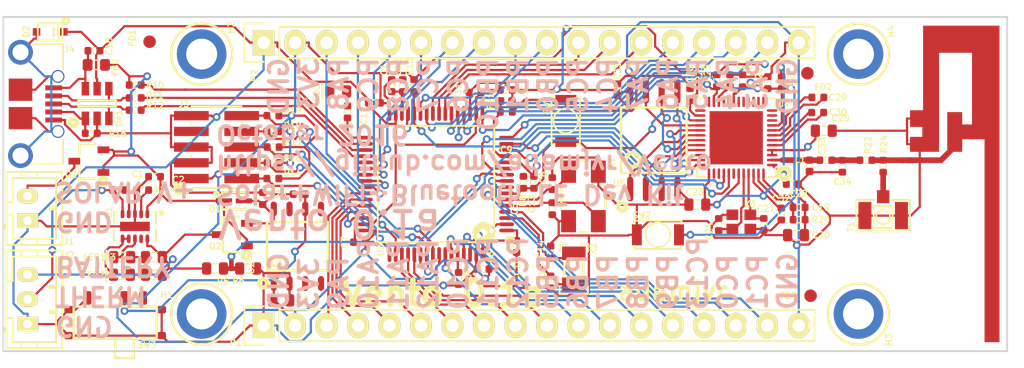
<source format=kicad_pcb>
(kicad_pcb (version 20171130) (host pcbnew "(5.1.12)-1")
  (layers (0 F.Cu signal) (1 In1.Cu power) (2 In2.Cu power) (31 B.Cu signal) (34 B.Paste user hide) (35 F.Paste user hide) (36 B.SilkS user hide) (37 F.SilkS user hide) (38 B.Mask user hide) (39 F.Mask user hide) (44 Edge.Cuts user))
  (net 0 "")
  (net 1 GND)
  (net 2 +3V3)
  (net 3 "Net-(C5-Pad1)")
  (net 4 "Net-(C8-Pad1)")
  (net 5 "Net-(C9-Pad1)")
  (net 6 "Net-(C14-Pad1)")
  (net 7 "Net-(C15-Pad1)")
  (net 8 "Net-(C16-Pad1)")
  (net 9 "Net-(C18-Pad2)")
  (net 10 "Net-(C19-Pad1)")
  (net 11 "Net-(D2-Pad1)")
  (net 12 "Net-(DA1-Pad4)")
  (net 13 "Net-(DA1-Pad1)")
  (net 14 "Net-(DA1-Pad3)")
  (net 15 /MCU_STM32F446RET6/VBUS)
  (net 16 "Net-(J1-Pad2)")
  (net 17 /Power/BAT)
  (net 18 /Power/THERM)
  (net 19 /MCU_STM32F446RET6/SWDIO_TMS)
  (net 20 /MCU_STM32F446RET6/SWCLK_TCK)
  (net 21 /MCU_STM32F446RET6/SWO_TDO)
  (net 22 "Net-(J3-Pad7)")
  (net 23 /MCU_STM32F446RET6/SWO_TDI)
  (net 24 /MCU_STM32F446RET6/NJTRST)
  (net 25 "Net-(LED1-Pad2)")
  (net 26 "Net-(LED1-Pad1)")
  (net 27 "Net-(LED2-Pad1)")
  (net 28 "Net-(LED2-Pad2)")
  (net 29 "Net-(LED3-Pad1)")
  (net 30 "Net-(R1-Pad1)")
  (net 31 "Net-(R2-Pad1)")
  (net 32 /MCU_STM32F446RET6/ESPTOST_BOOT0)
  (net 33 /MCU_STM32F446RET6/HEARTBEAT)
  (net 34 "Net-(R10-Pad1)")
  (net 35 "Net-(R11-Pad1)")
  (net 36 "Net-(R12-Pad1)")
  (net 37 /MCU_STM32F446RET6/ESPTOST_BOOT1)
  (net 38 "Net-(U1-Pad9)")
  (net 39 /MCU_STM32F446RET6/ESP_PGM_MODE)
  (net 40 /MCU_STM32F446RET6/STM_ESP_RST)
  (net 41 /MCU_STM32F446RET6/ESP_URX)
  (net 42 /MCU_STM32F446RET6/ESP_UTX)
  (net 43 /MCU_STM32F446RET6/BAT_VOLT)
  (net 44 "Net-(U4-Pad10)")
  (net 45 "Net-(U4-Pad12)")
  (net 46 "Net-(U4-Pad13)")
  (net 47 "Net-(U4-Pad14)")
  (net 48 "Net-(U4-Pad18)")
  (net 49 "Net-(U4-Pad20)")
  (net 50 "Net-(U4-Pad21)")
  (net 51 "Net-(H3-Pad1)")
  (net 52 "Net-(H1-Pad1)")
  (net 53 "Net-(H4-Pad1)")
  (net 54 "Net-(H2-Pad1)")
  (net 55 "Net-(FD3-Pad1)")
  (net 56 "Net-(FD2-Pad1)")
  (net 57 "Net-(FD1-Pad1)")
  (net 58 /MCU_STM32F446RET6/PB9)
  (net 59 /MCU_STM32F446RET6/PB8)
  (net 60 /MCU_STM32F446RET6/PB7)
  (net 61 /MCU_STM32F446RET6/PB6)
  (net 62 /MCU_STM32F446RET6/PB5)
  (net 63 /MCU_STM32F446RET6/PC12)
  (net 64 /MCU_STM32F446RET6/PC11)
  (net 65 /MCU_STM32F446RET6/PC10)
  (net 66 /MCU_STM32F446RET6/PA4)
  (net 67 /MCU_STM32F446RET6/PA5)
  (net 68 /MCU_STM32F446RET6/PA6)
  (net 69 /MCU_STM32F446RET6/PA7)
  (net 70 /MCU_STM32F446RET6/PC4)
  (net 71 /MCU_STM32F446RET6/PC5)
  (net 72 /MCU_STM32F446RET6/PA8)
  (net 73 /MCU_STM32F446RET6/PA9)
  (net 74 /MCU_STM32F446RET6/PA10)
  (net 75 /MCU_STM32F446RET6/PA11)
  (net 76 /MCU_STM32F446RET6/PA12)
  (net 77 /MCU_STM32F446RET6/PC8)
  (net 78 /MCU_STM32F446RET6/PC9)
  (net 79 /MCU_STM32F446RET6/PC6)
  (net 80 /MCU_STM32F446RET6/PC7)
  (net 81 /MCU_STM32F446RET6/PB10)
  (net 82 /MCU_STM32F446RET6/PC0)
  (net 83 /MCU_STM32F446RET6/PC1)
  (net 84 /MCU_STM32F446RET6/PC13)
  (net 85 /MCU_STM32F446RET6/PB0)
  (net 86 /MCU_STM32F446RET6/PB1)
  (net 87 "Net-(R7-Pad1)")
  (net 88 /MCU_STM32F446RET6/PA3)
  (net 89 "Net-(C19-Pad2)")
  (net 90 /WiFi_BLE_ESP32/ANT_IF)
  (net 91 /WiFi_BLE_ESP32/ANT)
  (net 92 /WiFi_BLE_ESP32/ANT_UM)
  (net 93 "Net-(C27-Pad1)")
  (net 94 "Net-(C24-Pad1)")
  (net 95 "Net-(C30-Pad1)")
  (net 96 "Net-(C30-Pad2)")
  (net 97 /WiFi_BLE_ESP32/LNA)
  (net 98 "Net-(C29-Pad2)")
  (net 99 "Net-(C29-Pad1)")
  (net 100 /WiFi_BLE_ESP32/SD2)
  (net 101 /WiFi_BLE_ESP32/CLK)
  (net 102 /WiFi_BLE_ESP32/SD1)
  (net 103 /WiFi_BLE_ESP32/SD3)
  (net 104 /WiFi_BLE_ESP32/SDO)
  (net 105 /WiFi_BLE_ESP32/CS)
  (net 106 "Net-(U4-Pad42)")
  (net 107 "Net-(U4-Pad39)")
  (net 108 "Net-(U4-Pad38)")
  (net 109 "Net-(U4-Pad34)")
  (net 110 "Net-(U4-Pad17)")
  (net 111 "Net-(U4-Pad16)")
  (net 112 "Net-(U4-Pad15)")
  (net 113 "Net-(U4-Pad11)")
  (net 114 /MCU_STM32F446RET6/ESP_ST_RST)
  (net 115 "Net-(U4-Pad24)")
  (net 116 "Net-(U4-Pad25)")
  (net 117 "Net-(R25-Pad2)")
  (net 118 /Power/LDO_VIN)
  (net 119 "Net-(U2-Pad7)")
  (net 120 "Net-(R26-Pad2)")
  (net 121 "Net-(U2-Pad5)")
  (net 122 "Net-(U2-Pad3)")
  (net 123 "Net-(U2-Pad4)")
  (net 124 "Net-(SW3-Pad3)")
  (module PCB_Footprints:R0402 (layer F.Cu) (at 168.749 85.904)
    (fp_text reference R26 (at -1.75 0) (layer F.SilkS) (effects (font (size 0.5 0.5) (thickness 0.1))))
    (fp_text value RC1005F103CS)
    (pad 2 smd roundrect (at 0.483 0) (size 0.559 0.61) (layers F.Cu F.Paste F.Mask) (net 120 "Net-(R26-Pad2)"))
    (pad 1 smd roundrect (at -0.483 0) (size 0.559 0.61) (layers F.Cu F.Paste F.Mask) (net 118 /Power/LDO_VIN))
  )
  (module PCB_Footprints:TC1265-3.3VOA (layer F.Cu) (at 168.599 90.104 90)
    (fp_text reference U2 (at -1.75 -3.75 90) (layer F.SilkS) (effects (font (size 0.5 0.5) (thickness 0.1))))
    (fp_text value TC1265-3.3VOA)
    (pad 1 smd oval (at -3.01 -1.905 90) (size 1.2 0.5) (layers F.Cu F.Paste F.Mask) (net 2 +3V3))
    (pad 8 smd oval (at 3.01 -1.905 90) (size 1.2 0.5) (layers F.Cu F.Paste F.Mask) (net 118 /Power/LDO_VIN))
    (pad 7 smd oval (at 3.01 -0.635 90) (size 1.2 0.5) (layers F.Cu F.Paste F.Mask) (net 119 "Net-(U2-Pad7)"))
    (pad 2 smd oval (at -3.01 -0.635 90) (size 1.2 0.5) (layers F.Cu F.Paste F.Mask) (net 1 GND))
    (pad 6 smd oval (at 3.01 0.635 90) (size 1.2 0.5) (layers F.Cu F.Paste F.Mask) (net 120 "Net-(R26-Pad2)"))
    (pad 5 smd oval (at 3.01 1.905 90) (size 1.2 0.5) (layers F.Cu F.Paste F.Mask) (net 121 "Net-(U2-Pad5)"))
    (pad 3 smd oval (at -3.01 0.635 90) (size 1.2 0.5) (layers F.Cu F.Paste F.Mask) (net 122 "Net-(U2-Pad3)"))
    (pad 4 smd oval (at -3.01 1.905 90) (size 1.2 0.5) (layers F.Cu F.Paste F.Mask) (net 123 "Net-(U2-Pad4)"))
  )
  (module PCB_Footprints:CUS-12TB (layer F.Cu) (at 153.899 96.279)
    (fp_text reference SW3 (at 2.55 1.8) (layer F.SilkS) (effects (font (size 0.5 0.5) (thickness 0.1))))
    (fp_text value CUS-12TB)
    (pad 2 smd roundrect (at 0.75 -2) (size 0.65 1.1) (layers F.Cu F.Paste F.Mask) (net 120 "Net-(R26-Pad2)"))
    (pad 3 smd roundrect (at 2.25 -2) (size 0.65 1.1) (layers F.Cu F.Paste F.Mask) (net 124 "Net-(SW3-Pad3)"))
    (pad 1 smd roundrect (at -2.25 -2) (size 0.65 1.1) (layers F.Cu F.Paste F.Mask) (net 1 GND))
    (pad 4 smd roundrect (at -3.75 -1.05 90) (size 0.6 0.7) (layers F.Cu F.Paste F.Mask) (net 1 GND))
    (pad 4 smd roundrect (at -3.75 1.05 90) (size 0.6 0.7) (layers F.Cu F.Paste F.Mask) (net 1 GND))
    (pad 4 smd roundrect (at 3.75 -1.05 90) (size 0.6 0.7) (layers F.Cu F.Paste F.Mask) (net 1 GND))
    (pad 4 smd roundrect (at 3.75 1.05 90) (size 0.6 0.7) (layers F.Cu F.Paste F.Mask) (net 1 GND))
    (pad "" np_thru_hole circle (at -1.5 0 90) (size 0.8 0.8) (drill 0.8) (layers *.Cu *.Mask))
    (pad "" np_thru_hole circle (at 1.5 0 90) (size 0.8 0.8) (drill 0.8) (layers *.Cu *.Mask))
  )
  (module PCB_Footprints:C0402 (layer F.Cu) (at 206.553 76.8858 90)
    (fp_text reference C26 (at 0.508 -0.7112 90) (layer F.SilkS) (effects (font (size 0.5 0.5) (thickness 0.1))))
    (fp_text value CL05B104JP5NNNC)
    (pad 1 smd roundrect (at -0.483 0 90) (size 0.559 0.61) (layers F.Cu F.Paste F.Mask) (net 40 /MCU_STM32F446RET6/STM_ESP_RST))
    (pad 2 smd roundrect (at 0.483 0 90) (size 0.559 0.61) (layers F.Cu F.Paste F.Mask) (net 1 GND))
  )
  (module PCB_Footprints:B3U-1000P (layer F.Cu) (at 197.69 89.1794)
    (fp_text reference SW2 (at -1.2972 -1.5748) (layer F.SilkS) (effects (font (size 0.5 0.5) (thickness 0.1))))
    (fp_text value B3U-1000P)
    (pad 2 smd rect (at 1.7 0) (size 0.8 1.7) (layers F.Cu F.Paste F.Mask) (net 40 /MCU_STM32F446RET6/STM_ESP_RST))
    (pad 1 smd rect (at -1.7 0) (size 0.8 1.7) (layers F.Cu F.Paste F.Mask) (net 1 GND))
  )
  (module PCB_Footprints:R0402 (layer F.Cu) (at 203.505 76.7334 270)
    (fp_text reference R25 (at -0.6096 1.8288 270) (layer F.SilkS) (effects (font (size 0.5 0.5) (thickness 0.1))))
    (fp_text value RC1005F103CS)
    (pad 2 smd roundrect (at 0.483 0 270) (size 0.559 0.61) (layers F.Cu F.Paste F.Mask) (net 117 "Net-(R25-Pad2)"))
    (pad 1 smd roundrect (at -0.483 0 270) (size 0.559 0.61) (layers F.Cu F.Paste F.Mask) (net 1 GND))
  )
  (module PCB_Footprints:M2.5_HOLE (layer F.Cu) (at 213.874 74.579 90)
    (fp_text reference H4 (at 1.8355 2.6475 90) (layer F.SilkS) (effects (font (size 0.5 0.5) (thickness 0.1))))
    (fp_text value M2.5_Hole)
    (pad 1 thru_hole circle (at 0 0 90) (size 4 4) (drill 2.5) (layers *.Cu *.Mask) (net 53 "Net-(H4-Pad1)"))
  )
  (module PCB_Footprints:C0603 (layer F.Cu) (at 200.869 86.741 180)
    (fp_text reference C23 (at 0.209 1.016 180) (layer F.SilkS) (effects (font (size 0.5 0.5) (thickness 0.1))))
    (fp_text value CL10A106KQ8NNNC)
    (pad 1 smd roundrect (at -0.68 0 180) (size 0.74 1) (layers F.Cu F.Paste F.Mask) (net 2 +3V3))
    (pad 2 smd roundrect (at 0.68 0 180) (size 0.74 1) (layers F.Cu F.Paste F.Mask) (net 1 GND))
  )
  (module PCB_Footprints:C0603 (layer F.Cu) (at 211.074 80.772)
    (fp_text reference C25 (at 1.352 -1.016) (layer F.SilkS) (effects (font (size 0.5 0.5) (thickness 0.1))))
    (fp_text value CL10A106KQ8NNNC)
    (pad 1 smd roundrect (at -0.68 0) (size 0.74 1) (layers F.Cu F.Paste F.Mask) (net 2 +3V3))
    (pad 2 smd roundrect (at 0.68 0) (size 0.74 1) (layers F.Cu F.Paste F.Mask) (net 1 GND))
  )
  (module PCB_Footprints:W25Q64FWSSIG (layer F.Cu) (at 197.358 81.534 90)
    (fp_text reference U5 (at -3.4798 -2.794 180) (layer F.SilkS) (effects (font (size 0.5 0.5) (thickness 0.1))))
    (fp_text value W25Q64FWSSIG)
    (pad 8 smd oval (at 3.95 -1.905 90) (size 2 0.5) (layers F.Cu F.Paste F.Mask) (net 2 +3V3))
    (pad 7 smd oval (at 3.95 -0.635 90) (size 2 0.5) (layers F.Cu F.Paste F.Mask) (net 100 /WiFi_BLE_ESP32/SD2))
    (pad 6 smd oval (at 3.95 0.635 90) (size 2 0.5) (layers F.Cu F.Paste F.Mask) (net 101 /WiFi_BLE_ESP32/CLK))
    (pad 5 smd oval (at 3.95 1.905 90) (size 2 0.5) (layers F.Cu F.Paste F.Mask) (net 102 /WiFi_BLE_ESP32/SD1))
    (pad 4 smd oval (at -3.95 1.905 90) (size 2 0.5) (layers F.Cu F.Paste F.Mask) (net 1 GND))
    (pad 3 smd oval (at -3.95 0.635 90) (size 2 0.5) (layers F.Cu F.Paste F.Mask) (net 103 /WiFi_BLE_ESP32/SD3))
    (pad 2 smd oval (at -3.95 -0.635 90) (size 2 0.5) (layers F.Cu F.Paste F.Mask) (net 104 /WiFi_BLE_ESP32/SDO))
    (pad 1 smd oval (at -3.95 -1.905 90) (size 2 0.5) (layers F.Cu F.Paste F.Mask) (net 105 /WiFi_BLE_ESP32/CS))
  )
  (module ESP32-footprints-Lib:ESP32 (layer F.Cu) (at 204.025 81.3222 180)
    (fp_text reference U4 (at -3.8101 2.7092 180) (layer F.SilkS) (effects (font (size 0.5 0.5) (thickness 0.1))))
    (fp_text value ESP32)
    (pad 24 smd oval (at 2.217964 2.882134 180) (size 0.2 0.85) (layers F.Cu F.Paste F.Mask) (net 115 "Net-(U4-Pad24)"))
    (pad 36 smd oval (at 2.917964 -2.217866 180) (size 0.85 0.2) (layers F.Cu F.Paste F.Mask) (net 32 /MCU_STM32F446RET6/ESPTOST_BOOT0))
    (pad 48 smd oval (at -2.182036 -2.917866 180) (size 0.2 0.85) (layers F.Cu F.Paste F.Mask) (net 89 "Net-(C19-Pad2)"))
    (pad 49 smd rect (at 0.017964 -0.017866 180) (size 4.3 4.3) (layers F.Cu F.Paste F.Mask))
    (pad 12 smd oval (at -2.882036 2.182134 180) (size 0.85 0.2) (layers F.Cu F.Paste F.Mask) (net 45 "Net-(U4-Pad12)"))
    (pad 11 smd oval (at -2.882036 1.782134 180) (size 0.85 0.2) (layers F.Cu F.Paste F.Mask) (net 113 "Net-(U4-Pad11)"))
    (pad 10 smd oval (at -2.882036 1.382134 180) (size 0.85 0.2) (layers F.Cu F.Paste F.Mask) (net 44 "Net-(U4-Pad10)"))
    (pad 9 smd oval (at -2.882036 0.982134 180) (size 0.85 0.2) (layers F.Cu F.Paste F.Mask) (net 40 /MCU_STM32F446RET6/STM_ESP_RST))
    (pad 8 smd oval (at -2.882036 0.582134 180) (size 0.85 0.2) (layers F.Cu F.Paste F.Mask) (net 98 "Net-(C29-Pad2)"))
    (pad 7 smd oval (at -2.882036 0.182134 180) (size 0.85 0.2) (layers F.Cu F.Paste F.Mask) (net 99 "Net-(C29-Pad1)"))
    (pad 6 smd oval (at -2.882036 -0.217866 180) (size 0.85 0.2) (layers F.Cu F.Paste F.Mask) (net 96 "Net-(C30-Pad2)"))
    (pad 5 smd oval (at -2.882036 -0.617866 180) (size 0.85 0.2) (layers F.Cu F.Paste F.Mask) (net 95 "Net-(C30-Pad1)"))
    (pad 4 smd oval (at -2.882036 -1.017866 180) (size 0.85 0.2) (layers F.Cu F.Paste F.Mask) (net 2 +3V3))
    (pad 3 smd oval (at -2.882036 -1.417866 180) (size 0.85 0.2) (layers F.Cu F.Paste F.Mask) (net 2 +3V3))
    (pad 2 smd oval (at -2.882036 -1.817866 180) (size 0.85 0.2) (layers F.Cu F.Paste F.Mask) (net 97 /WiFi_BLE_ESP32/LNA))
    (pad 1 smd oval (at -2.882036 -2.217866 180) (size 0.85 0.2) (layers F.Cu F.Paste F.Mask) (net 2 +3V3))
    (pad 47 smd oval (at -1.782036 -2.917866 180) (size 0.2 0.85) (layers F.Cu F.Paste F.Mask) (net 10 "Net-(C19-Pad1)"))
    (pad 46 smd oval (at -1.382036 -2.917866 180) (size 0.2 0.85) (layers F.Cu F.Paste F.Mask) (net 2 +3V3))
    (pad 45 smd oval (at -0.982036 -2.917866 180) (size 0.2 0.85) (layers F.Cu F.Paste F.Mask) (net 93 "Net-(C27-Pad1)"))
    (pad 44 smd oval (at -0.582036 -2.917866 180) (size 0.2 0.85) (layers F.Cu F.Paste F.Mask) (net 94 "Net-(C24-Pad1)"))
    (pad 43 smd oval (at -0.182036 -2.917866 180) (size 0.2 0.85) (layers F.Cu F.Paste F.Mask) (net 2 +3V3))
    (pad 42 smd oval (at 0.217964 -2.917866 180) (size 0.2 0.85) (layers F.Cu F.Paste F.Mask) (net 106 "Net-(U4-Pad42)"))
    (pad 41 smd oval (at 0.617964 -2.917866 180) (size 0.2 0.85) (layers F.Cu F.Paste F.Mask) (net 41 /MCU_STM32F446RET6/ESP_URX))
    (pad 40 smd oval (at 1.017964 -2.917866 180) (size 0.2 0.85) (layers F.Cu F.Paste F.Mask) (net 42 /MCU_STM32F446RET6/ESP_UTX))
    (pad 39 smd oval (at 1.417964 -2.917866 180) (size 0.2 0.85) (layers F.Cu F.Paste F.Mask) (net 107 "Net-(U4-Pad39)"))
    (pad 38 smd oval (at 1.817964 -2.917866 180) (size 0.2 0.85) (layers F.Cu F.Paste F.Mask) (net 108 "Net-(U4-Pad38)"))
    (pad 37 smd oval (at 2.217964 -2.917866 180) (size 0.2 0.85) (layers F.Cu F.Paste F.Mask) (net 2 +3V3))
    (pad 35 smd oval (at 2.917964 -1.817866 180) (size 0.85 0.2) (layers F.Cu F.Paste F.Mask) (net 37 /MCU_STM32F446RET6/ESPTOST_BOOT1))
    (pad 34 smd oval (at 2.917964 -1.417866 180) (size 0.85 0.2) (layers F.Cu F.Paste F.Mask) (net 109 "Net-(U4-Pad34)"))
    (pad 33 smd oval (at 2.917964 -1.017866 180) (size 0.85 0.2) (layers F.Cu F.Paste F.Mask) (net 102 /WiFi_BLE_ESP32/SD1))
    (pad 32 smd oval (at 2.917964 -0.617866 180) (size 0.85 0.2) (layers F.Cu F.Paste F.Mask) (net 104 /WiFi_BLE_ESP32/SDO))
    (pad 31 smd oval (at 2.917964 -0.217866 180) (size 0.85 0.2) (layers F.Cu F.Paste F.Mask) (net 101 /WiFi_BLE_ESP32/CLK))
    (pad 30 smd oval (at 2.917964 0.182134 180) (size 0.85 0.2) (layers F.Cu F.Paste F.Mask) (net 105 /WiFi_BLE_ESP32/CS))
    (pad 29 smd oval (at 2.917964 0.582134 180) (size 0.85 0.2) (layers F.Cu F.Paste F.Mask) (net 103 /WiFi_BLE_ESP32/SD3))
    (pad 28 smd oval (at 2.917964 0.982134 180) (size 0.85 0.2) (layers F.Cu F.Paste F.Mask) (net 100 /WiFi_BLE_ESP32/SD2))
    (pad 27 smd oval (at 2.917964 1.382134 180) (size 0.85 0.2) (layers F.Cu F.Paste F.Mask) (net 114 /MCU_STM32F446RET6/ESP_ST_RST))
    (pad 26 smd oval (at 2.917964 1.782134 180) (size 0.85 0.2) (layers F.Cu F.Paste F.Mask) (net 2 +3V3))
    (pad 25 smd oval (at 2.917964 2.182134 180) (size 0.85 0.2) (layers F.Cu F.Paste F.Mask) (net 116 "Net-(U4-Pad25)"))
    (pad 23 smd oval (at 1.817964 2.882134 180) (size 0.2 0.85) (layers F.Cu F.Paste F.Mask) (net 39 /MCU_STM32F446RET6/ESP_PGM_MODE))
    (pad 22 smd oval (at 1.417964 2.882134 180) (size 0.2 0.85) (layers F.Cu F.Paste F.Mask) (net 117 "Net-(R25-Pad2)"))
    (pad 21 smd oval (at 1.017964 2.882134 180) (size 0.2 0.85) (layers F.Cu F.Paste F.Mask) (net 50 "Net-(U4-Pad21)"))
    (pad 20 smd oval (at 0.617964 2.882134 180) (size 0.2 0.85) (layers F.Cu F.Paste F.Mask) (net 49 "Net-(U4-Pad20)"))
    (pad 19 smd oval (at 0.217964 2.882134 180) (size 0.2 0.85) (layers F.Cu F.Paste F.Mask) (net 2 +3V3))
    (pad 18 smd oval (at -0.182036 2.882134 180) (size 0.2 0.85) (layers F.Cu F.Paste F.Mask) (net 48 "Net-(U4-Pad18)"))
    (pad 17 smd oval (at -0.582036 2.882134 180) (size 0.2 0.85) (layers F.Cu F.Paste F.Mask) (net 110 "Net-(U4-Pad17)"))
    (pad 16 smd oval (at -0.982036 2.882134 180) (size 0.2 0.85) (layers F.Cu F.Paste F.Mask) (net 111 "Net-(U4-Pad16)"))
    (pad 15 smd oval (at -1.382036 2.882134 180) (size 0.2 0.85) (layers F.Cu F.Paste F.Mask) (net 112 "Net-(U4-Pad15)"))
    (pad 14 smd oval (at -1.782036 2.882134 180) (size 0.2 0.85) (layers F.Cu F.Paste F.Mask) (net 47 "Net-(U4-Pad14)"))
    (pad 13 smd oval (at -2.182036 2.882134 180) (size 0.2 0.85) (layers F.Cu F.Paste F.Mask) (net 46 "Net-(U4-Pad13)"))
  )
  (module PCB_Footprints:BLM15HG601SN1D (layer F.Cu) (at 209.921 83.6016 270)
    (fp_text reference L1 (at -0.5 0.75) (layer F.SilkS) (effects (font (size 0.5 0.5) (thickness 0.1))))
    (fp_text value 744901027)
    (pad 2 smd roundrect (at 0.455 0 270) (size 0.59 0.62) (layers F.Cu F.Paste F.Mask) (net 1 GND))
    (pad 1 smd roundrect (at -0.455 0 270) (size 0.59 0.62) (layers F.Cu F.Paste F.Mask) (net 97 /WiFi_BLE_ESP32/LNA))
  )
  (module PCB_Footprints:M2.5_HOLE (layer F.Cu) (at 213.874 95.579 90)
    (fp_text reference H3 (at -2.0678 2.457 90) (layer F.SilkS) (effects (font (size 0.5 0.5) (thickness 0.1))))
    (fp_text value M2.5_Hole)
    (pad 1 thru_hole circle (at 0 0 90) (size 4 4) (drill 2.5) (layers *.Cu *.Mask) (net 51 "Net-(H3-Pad1)"))
  )
  (module PCB_Footprints:C0402 (layer F.Cu) (at 194.437 77.47 90)
    (fp_text reference C35 (at 1.524 0 90) (layer F.SilkS) (effects (font (size 0.5 0.5) (thickness 0.1))))
    (fp_text value CL05B104JP5NNNC)
    (pad 2 smd roundrect (at 0.483 0 90) (size 0.559 0.61) (layers F.Cu F.Paste F.Mask) (net 1 GND))
    (pad 1 smd roundrect (at -0.483 0 90) (size 0.559 0.61) (layers F.Cu F.Paste F.Mask) (net 2 +3V3))
  )
  (module PCB_Footprints:C0402 (layer F.Cu) (at 210.596 78.0796 180)
    (fp_text reference C29 (at -1.62092 0 180) (layer F.SilkS) (effects (font (size 0.5 0.5) (thickness 0.1))))
    (fp_text value GRM1555C1H271FA01D)
    (pad 2 smd roundrect (at 0.483 0 180) (size 0.559 0.61) (layers F.Cu F.Paste F.Mask) (net 98 "Net-(C29-Pad2)"))
    (pad 1 smd roundrect (at -0.483 0 180) (size 0.559 0.61) (layers F.Cu F.Paste F.Mask) (net 99 "Net-(C29-Pad1)"))
  )
  (module PCB_Footprints:C0402 (layer F.Cu) (at 207.645 87.503 270)
    (fp_text reference C32 (at -1.25 0 180) (layer F.SilkS) (effects (font (size 0.5 0.5) (thickness 0.1))))
    (fp_text value CL05B104JP5NNNC)
    (pad 2 smd roundrect (at 0.483 0 270) (size 0.559 0.61) (layers F.Cu F.Paste F.Mask) (net 1 GND))
    (pad 1 smd roundrect (at -0.483 0 270) (size 0.559 0.61) (layers F.Cu F.Paste F.Mask) (net 2 +3V3))
  )
  (module PCB_Footprints:C0402 (layer F.Cu) (at 211.236 83.1545)
    (fp_text reference C33 (at -0.31456 -1.11252 90) (layer F.SilkS) (effects (font (size 0.5 0.5) (thickness 0.1))))
    (fp_text value 600L3R9BT200T)
    (pad 1 smd roundrect (at -0.483 0) (size 0.559 0.61) (layers F.Cu F.Paste F.Mask) (net 97 /WiFi_BLE_ESP32/LNA))
    (pad 2 smd roundrect (at 0.483 0) (size 0.559 0.61) (layers F.Cu F.Paste F.Mask) (net 91 /WiFi_BLE_ESP32/ANT))
  )
  (module PCB_Footprints:C0402 (layer F.Cu) (at 210.579 79.3019 180)
    (fp_text reference C30 (at -1.63272 0.0234 180) (layer F.SilkS) (effects (font (size 0.5 0.5) (thickness 0.1))))
    (fp_text value GRM1555C1H271FA01D)
    (pad 1 smd roundrect (at -0.483 0 180) (size 0.559 0.61) (layers F.Cu F.Paste F.Mask) (net 95 "Net-(C30-Pad1)"))
    (pad 2 smd roundrect (at 0.483 0 180) (size 0.559 0.61) (layers F.Cu F.Paste F.Mask) (net 96 "Net-(C30-Pad2)"))
  )
  (module PCB_Footprints:C0402 (layer F.Cu) (at 212.578 83.6371 270)
    (fp_text reference C34 (at 1.25 0) (layer F.SilkS) (effects (font (size 0.5 0.5) (thickness 0.1))))
    (fp_text value 600L2R4BT200T)
    (pad 2 smd roundrect (at 0.483 0 270) (size 0.559 0.61) (layers F.Cu F.Paste F.Mask) (net 1 GND))
    (pad 1 smd roundrect (at -0.483 0 270) (size 0.559 0.61) (layers F.Cu F.Paste F.Mask) (net 91 /WiFi_BLE_ESP32/ANT))
  )
  (module PCB_Footprints:C0603 (layer F.Cu) (at 208.831 89.2083 180)
    (fp_text reference C20 (at -2 0) (layer F.SilkS) (effects (font (size 0.5 0.5) (thickness 0.1))))
    (fp_text value C0603C103J5JAC7867)
    (pad 2 smd roundrect (at 0.68 0 180) (size 0.74 1) (layers F.Cu F.Paste F.Mask) (net 1 GND))
    (pad 1 smd roundrect (at -0.68 0 180) (size 0.74 1) (layers F.Cu F.Paste F.Mask) (net 89 "Net-(C19-Pad2)"))
  )
  (module PCB_Footprints:PCB_IF_ANT_2.4G (layer F.Cu) (at 225.254 72.284 270)
    (fp_text reference ANT1)
    (fp_text value Inverted_F_PCB_Antenna)
    (fp_poly (pts (xy 10.64 4.82) (xy 10.64 7.48) (xy 11.1 7.48) (xy 11.1 4.62) (xy 10.19 3.72) (xy 10.19 3.01) (xy 9.18 3.01) (xy 9.18 1.21) (xy 25.58 1.21) (xy 25.58 0) (xy 0 0) (xy 0 6.17) (xy 6.83 6.17) (xy 6.83 7.22) (xy 8.18 7.22) (xy 8.18 6.23) (xy 8.98 6.23) (xy 8.98 7.22) (xy 10.19 7.22) (xy 10.19 4.88) (xy 2.19 4.88) (xy 2.19 2.22) (xy 7.98 2.22) (xy 7.98 3.01) (xy 6.98 3.01) (xy 6.98 4.22) (xy 10.05 4.22) (xy 10.64 4.82)) (layer F.Cu) (width 0.001))
    (pad 2 connect rect (at 7.5057 6.99008) (size 0.46 0.8) (layers F.Cu) (net 1 GND))
    (pad 1 connect rect (at 10.87 7.08 270) (size 0.46 0.8) (layers F.Cu) (net 90 /WiFi_BLE_ESP32/ANT_IF))
    (pad 2 connect rect (at 9.5758 6.99008) (size 0.46 0.8) (layers F.Cu) (net 1 GND))
  )
  (module PCB_Footprints:R0402 (layer F.Cu) (at 215.864 83.6371 270)
    (fp_text reference R24 (at -1.77292 -0.06096 270) (layer F.SilkS) (effects (font (size 0.5 0.5) (thickness 0.1))))
    (fp_text value ERJ-2GE0R00X)
    (pad 2 smd roundrect (at 0.483 0 270) (size 0.559 0.61) (layers F.Cu F.Paste F.Mask) (net 92 /WiFi_BLE_ESP32/ANT_UM))
    (pad 1 smd roundrect (at -0.483 0 270) (size 0.559 0.61) (layers F.Cu F.Paste F.Mask) (net 90 /WiFi_BLE_ESP32/ANT_IF))
  )
  (module Socket_Strips:Socket_Strip_Straight_1x18 (layer F.Cu) (at 165.874 96.509)
    (fp_text reference P1 (at -2.25 1.395) (layer F.SilkS) (effects (font (size 0.5 0.5) (thickness 0.1))))
    (fp_text value CONN_01X18)
    (pad 18 thru_hole oval (at 43.18 0) (size 1.7272 2.032) (drill 1.016) (layers *.Cu *.Mask F.SilkS) (net 1 GND))
    (pad 17 thru_hole oval (at 40.64 0) (size 1.7272 2.032) (drill 1.016) (layers *.Cu *.Mask F.SilkS) (net 83 /MCU_STM32F446RET6/PC1))
    (pad 16 thru_hole oval (at 38.1 0) (size 1.7272 2.032) (drill 1.016) (layers *.Cu *.Mask F.SilkS) (net 82 /MCU_STM32F446RET6/PC0))
    (pad 15 thru_hole oval (at 35.56 0) (size 1.7272 2.032) (drill 1.016) (layers *.Cu *.Mask F.SilkS) (net 84 /MCU_STM32F446RET6/PC13))
    (pad 14 thru_hole oval (at 33.02 0) (size 1.7272 2.032) (drill 1.016) (layers *.Cu *.Mask F.SilkS) (net 58 /MCU_STM32F446RET6/PB9))
    (pad 13 thru_hole oval (at 30.48 0) (size 1.7272 2.032) (drill 1.016) (layers *.Cu *.Mask F.SilkS) (net 59 /MCU_STM32F446RET6/PB8))
    (pad 12 thru_hole oval (at 27.94 0) (size 1.7272 2.032) (drill 1.016) (layers *.Cu *.Mask F.SilkS) (net 60 /MCU_STM32F446RET6/PB7))
    (pad 11 thru_hole oval (at 25.4 0) (size 1.7272 2.032) (drill 1.016) (layers *.Cu *.Mask F.SilkS) (net 61 /MCU_STM32F446RET6/PB6))
    (pad 10 thru_hole oval (at 22.86 0) (size 1.7272 2.032) (drill 1.016) (layers *.Cu *.Mask F.SilkS) (net 62 /MCU_STM32F446RET6/PB5))
    (pad 9 thru_hole oval (at 20.32 0) (size 1.7272 2.032) (drill 1.016) (layers *.Cu *.Mask F.SilkS) (net 63 /MCU_STM32F446RET6/PC12))
    (pad 8 thru_hole oval (at 17.78 0) (size 1.7272 2.032) (drill 1.016) (layers *.Cu *.Mask F.SilkS) (net 64 /MCU_STM32F446RET6/PC11))
    (pad 7 thru_hole oval (at 15.24 0) (size 1.7272 2.032) (drill 1.016) (layers *.Cu *.Mask F.SilkS) (net 65 /MCU_STM32F446RET6/PC10))
    (pad 6 thru_hole oval (at 12.7 0) (size 1.7272 2.032) (drill 1.016) (layers *.Cu *.Mask F.SilkS) (net 76 /MCU_STM32F446RET6/PA12))
    (pad 5 thru_hole oval (at 10.16 0) (size 1.7272 2.032) (drill 1.016) (layers *.Cu *.Mask F.SilkS) (net 75 /MCU_STM32F446RET6/PA11))
    (pad 4 thru_hole oval (at 7.62 0) (size 1.7272 2.032) (drill 1.016) (layers *.Cu *.Mask F.SilkS) (net 74 /MCU_STM32F446RET6/PA10))
    (pad 3 thru_hole oval (at 5.08 0) (size 1.7272 2.032) (drill 1.016) (layers *.Cu *.Mask F.SilkS) (net 73 /MCU_STM32F446RET6/PA9))
    (pad 2 thru_hole oval (at 2.54 0) (size 1.7272 2.032) (drill 1.016) (layers *.Cu *.Mask F.SilkS) (net 2 +3V3))
    (pad 1 thru_hole rect (at 0 0) (size 1.7272 2.032) (drill 1.016) (layers *.Cu *.Mask F.SilkS) (net 1 GND))
  )
  (module Socket_Strips:Socket_Strip_Straight_1x18 (layer F.Cu) (at 165.874 73.649)
    (fp_text reference P2 (at -0.75 2.68 -270) (layer F.SilkS) (effects (font (size 0.5 0.5) (thickness 0.1))))
    (fp_text value CONN_01X18)
    (pad 1 thru_hole rect (at 0 0) (size 1.7272 2.032) (drill 1.016) (layers *.Cu *.Mask F.SilkS) (net 1 GND))
    (pad 2 thru_hole oval (at 2.54 0) (size 1.7272 2.032) (drill 1.016) (layers *.Cu *.Mask F.SilkS) (net 2 +3V3))
    (pad 3 thru_hole oval (at 5.08 0) (size 1.7272 2.032) (drill 1.016) (layers *.Cu *.Mask F.SilkS) (net 72 /MCU_STM32F446RET6/PA8))
    (pad 4 thru_hole oval (at 7.62 0) (size 1.7272 2.032) (drill 1.016) (layers *.Cu *.Mask F.SilkS) (net 78 /MCU_STM32F446RET6/PC9))
    (pad 5 thru_hole oval (at 10.16 0) (size 1.7272 2.032) (drill 1.016) (layers *.Cu *.Mask F.SilkS) (net 77 /MCU_STM32F446RET6/PC8))
    (pad 6 thru_hole oval (at 12.7 0) (size 1.7272 2.032) (drill 1.016) (layers *.Cu *.Mask F.SilkS) (net 80 /MCU_STM32F446RET6/PC7))
    (pad 7 thru_hole oval (at 15.24 0) (size 1.7272 2.032) (drill 1.016) (layers *.Cu *.Mask F.SilkS) (net 79 /MCU_STM32F446RET6/PC6))
    (pad 8 thru_hole oval (at 17.78 0) (size 1.7272 2.032) (drill 1.016) (layers *.Cu *.Mask F.SilkS) (net 81 /MCU_STM32F446RET6/PB10))
    (pad 9 thru_hole oval (at 20.32 0) (size 1.7272 2.032) (drill 1.016) (layers *.Cu *.Mask F.SilkS) (net 86 /MCU_STM32F446RET6/PB1))
    (pad 10 thru_hole oval (at 22.86 0) (size 1.7272 2.032) (drill 1.016) (layers *.Cu *.Mask F.SilkS) (net 85 /MCU_STM32F446RET6/PB0))
    (pad 11 thru_hole oval (at 25.4 0) (size 1.7272 2.032) (drill 1.016) (layers *.Cu *.Mask F.SilkS) (net 71 /MCU_STM32F446RET6/PC5))
    (pad 12 thru_hole oval (at 27.94 0) (size 1.7272 2.032) (drill 1.016) (layers *.Cu *.Mask F.SilkS) (net 70 /MCU_STM32F446RET6/PC4))
    (pad 13 thru_hole oval (at 30.48 0) (size 1.7272 2.032) (drill 1.016) (layers *.Cu *.Mask F.SilkS) (net 69 /MCU_STM32F446RET6/PA7))
    (pad 14 thru_hole oval (at 33.02 0) (size 1.7272 2.032) (drill 1.016) (layers *.Cu *.Mask F.SilkS) (net 68 /MCU_STM32F446RET6/PA6))
    (pad 15 thru_hole oval (at 35.56 0) (size 1.7272 2.032) (drill 1.016) (layers *.Cu *.Mask F.SilkS) (net 67 /MCU_STM32F446RET6/PA5))
    (pad 16 thru_hole oval (at 38.1 0) (size 1.7272 2.032) (drill 1.016) (layers *.Cu *.Mask F.SilkS) (net 66 /MCU_STM32F446RET6/PA4))
    (pad 17 thru_hole oval (at 40.64 0) (size 1.7272 2.032) (drill 1.016) (layers *.Cu *.Mask F.SilkS) (net 88 /MCU_STM32F446RET6/PA3))
    (pad 18 thru_hole oval (at 43.18 0) (size 1.7272 2.032) (drill 1.016) (layers *.Cu *.Mask F.SilkS) (net 1 GND))
  )
  (module PCB_Footprints:BQ24210 (layer F.Cu) (at 155.478 88.5776 270)
    (fp_text reference U1 (at -1.198657 2.104307 270) (layer F.SilkS) (effects (font (size 0.5 0.5) (thickness 0.1))))
    (fp_text value BQ24210DQCT)
    (pad 5 smd oval (at -1.075157 0.986807 180) (size 0.3 0.7) (layers F.Cu F.Paste F.Mask) (net 18 /Power/THERM))
    (pad 4 smd oval (at -1.075157 0.486807 180) (size 0.3 0.7) (layers F.Cu F.Paste F.Mask) (net 31 "Net-(R2-Pad1)"))
    (pad 3 smd oval (at -1.075157 -0.013193 180) (size 0.3 0.7) (layers F.Cu F.Paste F.Mask) (net 1 GND))
    (pad 2 smd oval (at -1.075157 -0.513193 180) (size 0.3 0.7) (layers F.Cu F.Paste F.Mask) (net 30 "Net-(R1-Pad1)"))
    (pad 1 smd oval (at -1.075157 -1.013193 180) (size 0.3 0.7) (layers F.Cu F.Paste F.Mask) (net 15 /MCU_STM32F446RET6/VBUS))
    (pad 11 smd rect (at -0.075157 -0.013193 180) (size 2.4 0.75) (layers F.Cu F.Paste F.Mask) (net 1 GND))
    (pad 6 smd oval (at 0.924843 0.986807 180) (size 0.3 0.7) (layers F.Cu F.Paste F.Mask) (net 28 "Net-(LED2-Pad2)"))
    (pad 7 smd oval (at 0.924843 0.486807 180) (size 0.3 0.7) (layers F.Cu F.Paste F.Mask) (net 28 "Net-(LED2-Pad2)"))
    (pad 8 smd oval (at 0.924843 -0.013193 180) (size 0.3 0.7) (layers F.Cu F.Paste F.Mask) (net 25 "Net-(LED1-Pad2)"))
    (pad 9 smd oval (at 0.924843 -0.513193 180) (size 0.3 0.7) (layers F.Cu F.Paste F.Mask) (net 38 "Net-(U1-Pad9)"))
    (pad 10 smd oval (at 0.924843 -1.013193 180) (size 0.3 0.7) (layers F.Cu F.Paste F.Mask) (net 17 /Power/BAT))
  )
  (module PCB_Footprints:BAT20JFILM (layer F.Cu) (at 163.478 86.4365)
    (fp_text reference D1 (at -1.529 0.6675) (layer F.SilkS) (effects (font (size 0.5 0.5) (thickness 0.1))))
    (fp_text value BAT20JFILM)
    (pad 1 smd rect (at -0.8 0) (size 1.3 0.4) (layers F.Cu F.Paste F.Mask) (net 15 /MCU_STM32F446RET6/VBUS))
    (pad 2 smd rect (at 0.8 0) (size 1.3 0.4) (layers F.Cu F.Paste F.Mask) (net 118 /Power/LDO_VIN))
  )
  (module PCB_Footprints:DMG2307L-7 (layer F.Cu) (at 151.774 83.229 180)
    (fp_text reference Q1 (at 1.429 -1.0795 180) (layer F.SilkS) (effects (font (size 0.5 0.5) (thickness 0.1))))
    (fp_text value DMG2307L-7)
    (pad 2 smd rect (at -1.175 0.915 180) (size 0.95 0.55) (layers F.Cu F.Paste F.Mask) (net 15 /MCU_STM32F446RET6/VBUS))
    (pad 1 smd rect (at -1.175 -0.915 180) (size 0.95 0.55) (layers F.Cu F.Paste F.Mask) (net 15 /MCU_STM32F446RET6/VBUS))
    (pad 3 smd rect (at 1.175 0 180) (size 0.95 0.55) (layers F.Cu F.Paste F.Mask) (net 16 "Net-(J1-Pad2)"))
  )
  (module PCB_Footprints:DMG2307L-7 (layer F.Cu) (at 163.351 89.167 180)
    (fp_text reference Q2 (at 1.377 -0.937 180) (layer F.SilkS) (effects (font (size 0.5 0.5) (thickness 0.1))))
    (fp_text value DMG2307L-7)
    (pad 2 smd rect (at -1.175 0.915 180) (size 0.95 0.55) (layers F.Cu F.Paste F.Mask) (net 118 /Power/LDO_VIN))
    (pad 1 smd rect (at -1.175 -0.915 180) (size 0.95 0.55) (layers F.Cu F.Paste F.Mask) (net 15 /MCU_STM32F446RET6/VBUS))
    (pad 3 smd rect (at 1.175 0 180) (size 0.95 0.55) (layers F.Cu F.Paste F.Mask) (net 17 /Power/BAT))
  )
  (module PCB_Footprints:ABS07-32.768KHZ-9-T (layer F.Cu) (at 190.906 91.929 270)
    (fp_text reference X2 (at -1.609 -1.579 270) (layer F.SilkS) (effects (font (size 0.5 0.5) (thickness 0.1))))
    (fp_text value ABS07-32.768KHZ-9-T)
    (pad 1 smd rect (at -1.25 0 270) (size 1.1 1.9) (layers F.Cu F.Paste F.Mask) (net 6 "Net-(C14-Pad1)"))
    (pad 2 smd rect (at 1.25 0 270) (size 1.1 1.9) (layers F.Cu F.Paste F.Mask) (net 7 "Net-(C15-Pad1)"))
  )
  (module PCB_Footprints:RSB39VTE-17 (layer F.Cu) (at 148.653 72.7854 180)
    (fp_text reference D2 (at 1.9296 0.0256 270) (layer F.SilkS) (effects (font (size 0.5 0.5) (thickness 0.1))))
    (fp_text value RSB39VTE-17)
    (pad 2 smd rect (at -1.1 0 270) (size 0.61 0.61) (layers F.Cu F.Paste F.Mask) (net 1 GND))
    (pad 1 smd rect (at 1.1 0 270) (size 0.61 0.61) (layers F.Cu F.Paste F.Mask) (net 11 "Net-(D2-Pad1)"))
  )
  (module PCB_Footprints:ESDA6V1BC6 (layer F.Cu) (at 152.438 78.5766 90)
    (fp_text reference DA1 (at -1.1832 1.77 90) (layer F.SilkS) (effects (font (size 0.5 0.5) (thickness 0.1))))
    (fp_text value ESDA6V1BC6)
    (pad 3 smd rect (at -1.2 0.95 90) (size 1.1 0.6) (layers F.Cu F.Paste F.Mask) (net 14 "Net-(DA1-Pad3)"))
    (pad 2 smd rect (at -1.2 0 90) (size 1.1 0.6) (layers F.Cu F.Paste F.Mask) (net 1 GND))
    (pad 1 smd rect (at -1.2 -0.95 90) (size 1.1 0.6) (layers F.Cu F.Paste F.Mask) (net 13 "Net-(DA1-Pad1)"))
    (pad 6 smd rect (at 1.2 -0.95 90) (size 1.1 0.6) (layers F.Cu F.Paste F.Mask) (net 9 "Net-(C18-Pad2)"))
    (pad 5 smd rect (at 1.2 0 90) (size 1.1 0.6) (layers F.Cu F.Paste F.Mask) (net 1 GND))
    (pad 4 smd rect (at 1.2 0.95 90) (size 1.1 0.6) (layers F.Cu F.Paste F.Mask) (net 12 "Net-(DA1-Pad4)"))
  )
  (module PCB_Footprints:ABM3B8.000MHZB2T (layer F.Cu) (at 191.681 86.079 90)
    (fp_text reference X1 (at 2.705 2.256 90) (layer F.SilkS) (effects (font (size 0.5 0.5) (thickness 0.1))))
    (fp_text value ABM3B8.000MHZB2T)
    (pad 1 smd rect (at -2 1.2 90) (size 1.8 1.2) (layers F.Cu F.Paste F.Mask) (net 3 "Net-(C5-Pad1)"))
    (pad 3 smd rect (at 2 -1.2 90) (size 1.8 1.2) (layers F.Cu F.Paste F.Mask) (net 4 "Net-(C8-Pad1)"))
    (pad 2 smd rect (at 2 1.2 90) (size 1.8 1.2) (layers F.Cu F.Paste F.Mask) (net 1 GND))
    (pad 4 smd rect (at -2 -1.2 90) (size 1.8 1.2) (layers F.Cu F.Paste F.Mask) (net 1 GND))
  )
  (module PCB_Footprints:FIDUCIAL (layer F.Cu) (at 156.674 73.579 90)
    (fp_text reference FD1 (at 0.312 -1.398 90) (layer F.SilkS) (effects (font (size 0.5 0.5) (thickness 0.1))))
    (fp_text value FIDUCIAL)
    (pad 1 smd circle (at 0 0 90) (size 1.016 1.016) (layers F.Cu F.Mask) (net 57 "Net-(FD1-Pad1)"))
  )
  (module PCB_Footprints:FIDUCIAL (layer F.Cu) (at 209.753 76.1238 90)
    (fp_text reference FD2 (at -1.1176 1.27 180) (layer F.SilkS) (effects (font (size 0.5 0.5) (thickness 0.1))))
    (fp_text value FIDUCIAL)
    (pad 1 smd circle (at 0 0 90) (size 1.016 1.016) (layers F.Cu F.Mask) (net 56 "Net-(FD2-Pad1)"))
  )
  (module PCB_Footprints:FIDUCIAL (layer F.Cu) (at 210.007 94.107 90)
    (fp_text reference FD3 (at 0 -1.778 180) (layer F.SilkS) (effects (font (size 0.5 0.5) (thickness 0.1))))
    (fp_text value FIDUCIAL)
    (pad 1 smd circle (at 0 0 90) (size 1.016 1.016) (layers F.Cu F.Mask) (net 55 "Net-(FD3-Pad1)"))
  )
  (module PCB_Footprints:M2.5_HOLE (layer F.Cu) (at 160.874 74.579 90)
    (fp_text reference H2 (at 2.1516 2.371 90) (layer F.SilkS) (effects (font (size 0.5 0.5) (thickness 0.1))))
    (fp_text value M2.5_Hole)
    (pad 1 thru_hole circle (at 0 0 90) (size 4 4) (drill 2.5) (layers *.Cu *.Mask) (net 54 "Net-(H2-Pad1)"))
  )
  (module PCB_Footprints:M2.5_HOLE (layer F.Cu) (at 160.874 95.579 90)
    (fp_text reference H1 (at 1.55 -2.825 180) (layer F.SilkS) (effects (font (size 0.5 0.5) (thickness 0.1))))
    (fp_text value M2.5_Hole)
    (pad 1 thru_hole circle (at 0 0 90) (size 4 4) (drill 2.5) (layers *.Cu *.Mask) (net 52 "Net-(H1-Pad1)"))
  )
  (module PCB_Footprints:STM32F446RET6 (layer F.Cu) (at 179.781 85.079 180)
    (fp_text reference U3 (at 4.46 -5.3302 270) (layer F.SilkS) (effects (font (size 0.5 0.5) (thickness 0.1))))
    (fp_text value STM32F446RET6_-_TQFP64)
    (pad 1 smd oval (at -5.7 -3.75 270) (size 0.3 1.2) (layers F.Cu F.Paste F.Mask) (net 2 +3V3))
    (pad 2 smd oval (at -5.7 -3.25 270) (size 0.3 1.2) (layers F.Cu F.Paste F.Mask) (net 84 /MCU_STM32F446RET6/PC13))
    (pad 3 smd oval (at -5.7 -2.75 270) (size 0.3 1.2) (layers F.Cu F.Paste F.Mask) (net 7 "Net-(C15-Pad1)"))
    (pad 4 smd oval (at -5.7 -2.25 270) (size 0.3 1.2) (layers F.Cu F.Paste F.Mask) (net 6 "Net-(C14-Pad1)"))
    (pad 5 smd oval (at -5.7 -1.75 270) (size 0.3 1.2) (layers F.Cu F.Paste F.Mask) (net 3 "Net-(C5-Pad1)"))
    (pad 6 smd oval (at -5.7 -1.25 270) (size 0.3 1.2) (layers F.Cu F.Paste F.Mask) (net 4 "Net-(C8-Pad1)"))
    (pad 7 smd oval (at -5.7 -0.75 270) (size 0.3 1.2) (layers F.Cu F.Paste F.Mask) (net 114 /MCU_STM32F446RET6/ESP_ST_RST))
    (pad 8 smd oval (at -5.7 -0.25 270) (size 0.3 1.2) (layers F.Cu F.Paste F.Mask) (net 82 /MCU_STM32F446RET6/PC0))
    (pad 9 smd oval (at -5.7 0.25 270) (size 0.3 1.2) (layers F.Cu F.Paste F.Mask) (net 83 /MCU_STM32F446RET6/PC1))
    (pad 10 smd oval (at -5.7 0.75 270) (size 0.3 1.2) (layers F.Cu F.Paste F.Mask) (net 43 /MCU_STM32F446RET6/BAT_VOLT))
    (pad 11 smd oval (at -5.7 1.25 270) (size 0.3 1.2) (layers F.Cu F.Paste F.Mask) (net 39 /MCU_STM32F446RET6/ESP_PGM_MODE))
    (pad 12 smd oval (at -5.7 1.75 270) (size 0.3 1.2) (layers F.Cu F.Paste F.Mask) (net 1 GND))
    (pad 13 smd oval (at -5.7 2.25 270) (size 0.3 1.2) (layers F.Cu F.Paste F.Mask) (net 5 "Net-(C9-Pad1)"))
    (pad 14 smd oval (at -5.7 2.75 270) (size 0.3 1.2) (layers F.Cu F.Paste F.Mask) (net 41 /MCU_STM32F446RET6/ESP_URX))
    (pad 15 smd oval (at -5.7 3.25 270) (size 0.3 1.2) (layers F.Cu F.Paste F.Mask) (net 42 /MCU_STM32F446RET6/ESP_UTX))
    (pad 16 smd oval (at -5.7 3.75 270) (size 0.3 1.2) (layers F.Cu F.Paste F.Mask) (net 40 /MCU_STM32F446RET6/STM_ESP_RST))
    (pad 17 smd oval (at -3.75 5.7 180) (size 0.3 1.2) (layers F.Cu F.Paste F.Mask) (net 88 /MCU_STM32F446RET6/PA3))
    (pad 18 smd oval (at -3.25 5.7 180) (size 0.3 1.2) (layers F.Cu F.Paste F.Mask) (net 1 GND))
    (pad 19 smd oval (at -2.75 5.7 180) (size 0.3 1.2) (layers F.Cu F.Paste F.Mask) (net 2 +3V3))
    (pad 20 smd oval (at -2.25 5.7 180) (size 0.3 1.2) (layers F.Cu F.Paste F.Mask) (net 66 /MCU_STM32F446RET6/PA4))
    (pad 21 smd oval (at -1.75 5.7 180) (size 0.3 1.2) (layers F.Cu F.Paste F.Mask) (net 67 /MCU_STM32F446RET6/PA5))
    (pad 22 smd oval (at -1.25 5.7 180) (size 0.3 1.2) (layers F.Cu F.Paste F.Mask) (net 68 /MCU_STM32F446RET6/PA6))
    (pad 23 smd oval (at -0.75 5.7 180) (size 0.3 1.2) (layers F.Cu F.Paste F.Mask) (net 69 /MCU_STM32F446RET6/PA7))
    (pad 24 smd oval (at -0.25 5.7 180) (size 0.3 1.2) (layers F.Cu F.Paste F.Mask) (net 70 /MCU_STM32F446RET6/PC4))
    (pad 25 smd oval (at 0.25 5.7 180) (size 0.3 1.2) (layers F.Cu F.Paste F.Mask) (net 71 /MCU_STM32F446RET6/PC5))
    (pad 26 smd oval (at 0.75 5.7 180) (size 0.3 1.2) (layers F.Cu F.Paste F.Mask) (net 85 /MCU_STM32F446RET6/PB0))
    (pad 27 smd oval (at 1.25 5.7 180) (size 0.3 1.2) (layers F.Cu F.Paste F.Mask) (net 86 /MCU_STM32F446RET6/PB1))
    (pad 28 smd oval (at 1.75 5.7 180) (size 0.3 1.2) (layers F.Cu F.Paste F.Mask) (net 37 /MCU_STM32F446RET6/ESPTOST_BOOT1))
    (pad 29 smd oval (at 2.25 5.7 180) (size 0.3 1.2) (layers F.Cu F.Paste F.Mask) (net 81 /MCU_STM32F446RET6/PB10))
    (pad 30 smd oval (at 2.75 5.7 180) (size 0.3 1.2) (layers F.Cu F.Paste F.Mask) (net 8 "Net-(C16-Pad1)"))
    (pad 31 smd oval (at 3.25 5.7 180) (size 0.3 1.2) (layers F.Cu F.Paste F.Mask) (net 1 GND))
    (pad 32 smd oval (at 3.75 5.7 180) (size 0.3 1.2) (layers F.Cu F.Paste F.Mask) (net 2 +3V3))
    (pad 33 smd oval (at 5.7 3.75 270) (size 0.3 1.2) (layers F.Cu F.Paste F.Mask) (net 33 /MCU_STM32F446RET6/HEARTBEAT))
    (pad 34 smd oval (at 5.7 3.25 270) (size 0.3 1.2) (layers F.Cu F.Paste F.Mask) (net 34 "Net-(R10-Pad1)"))
    (pad 35 smd oval (at 5.7 2.75 270) (size 0.3 1.2) (layers F.Cu F.Paste F.Mask) (net 35 "Net-(R11-Pad1)"))
    (pad 36 smd oval (at 5.7 2.25 270) (size 0.3 1.2) (layers F.Cu F.Paste F.Mask) (net 36 "Net-(R12-Pad1)"))
    (pad 37 smd oval (at 5.7 1.75 270) (size 0.3 1.2) (layers F.Cu F.Paste F.Mask) (net 79 /MCU_STM32F446RET6/PC6))
    (pad 38 smd oval (at 5.7 1.25 270) (size 0.3 1.2) (layers F.Cu F.Paste F.Mask) (net 80 /MCU_STM32F446RET6/PC7))
    (pad 39 smd oval (at 5.7 0.75 270) (size 0.3 1.2) (layers F.Cu F.Paste F.Mask) (net 77 /MCU_STM32F446RET6/PC8))
    (pad 40 smd oval (at 5.7 0.25 270) (size 0.3 1.2) (layers F.Cu F.Paste F.Mask) (net 78 /MCU_STM32F446RET6/PC9))
    (pad 41 smd oval (at 5.7 -0.25 270) (size 0.3 1.2) (layers F.Cu F.Paste F.Mask) (net 72 /MCU_STM32F446RET6/PA8))
    (pad 42 smd oval (at 5.7 -0.75 270) (size 0.3 1.2) (layers F.Cu F.Paste F.Mask) (net 73 /MCU_STM32F446RET6/PA9))
    (pad 43 smd oval (at 5.7 -1.25 270) (size 0.3 1.2) (layers F.Cu F.Paste F.Mask) (net 74 /MCU_STM32F446RET6/PA10))
    (pad 44 smd oval (at 5.7 -1.75 270) (size 0.3 1.2) (layers F.Cu F.Paste F.Mask) (net 75 /MCU_STM32F446RET6/PA11))
    (pad 45 smd oval (at 5.7 -2.25 270) (size 0.3 1.2) (layers F.Cu F.Paste F.Mask) (net 76 /MCU_STM32F446RET6/PA12))
    (pad 46 smd oval (at 5.7 -2.75 270) (size 0.3 1.2) (layers F.Cu F.Paste F.Mask) (net 19 /MCU_STM32F446RET6/SWDIO_TMS))
    (pad 47 smd oval (at 5.7 -3.25 270) (size 0.3 1.2) (layers F.Cu F.Paste F.Mask) (net 1 GND))
    (pad 48 smd oval (at 5.7 -3.75 270) (size 0.3 1.2) (layers F.Cu F.Paste F.Mask) (net 2 +3V3))
    (pad 49 smd oval (at 3.75 -5.7 180) (size 0.3 1.2) (layers F.Cu F.Paste F.Mask) (net 20 /MCU_STM32F446RET6/SWCLK_TCK))
    (pad 50 smd oval (at 3.25 -5.7 180) (size 0.3 1.2) (layers F.Cu F.Paste F.Mask) (net 23 /MCU_STM32F446RET6/SWO_TDI))
    (pad 51 smd oval (at 2.75 -5.7 180) (size 0.3 1.2) (layers F.Cu F.Paste F.Mask) (net 65 /MCU_STM32F446RET6/PC10))
    (pad 52 smd oval (at 2.25 -5.7 180) (size 0.3 1.2) (layers F.Cu F.Paste F.Mask) (net 64 /MCU_STM32F446RET6/PC11))
    (pad 53 smd oval (at 1.75 -5.7 180) (size 0.3 1.2) (layers F.Cu F.Paste F.Mask) (net 63 /MCU_STM32F446RET6/PC12))
    (pad 54 smd oval (at 1.25 -5.7 180) (size 0.3 1.2) (layers F.Cu F.Paste F.Mask) (net 32 /MCU_STM32F446RET6/ESPTOST_BOOT0))
    (pad 55 smd oval (at 0.75 -5.7 180) (size 0.3 1.2) (layers F.Cu F.Paste F.Mask) (net 21 /MCU_STM32F446RET6/SWO_TDO))
    (pad 56 smd oval (at 0.25 -5.7 180) (size 0.3 1.2) (layers F.Cu F.Paste F.Mask) (net 24 /MCU_STM32F446RET6/NJTRST))
    (pad 57 smd oval (at -0.25 -5.7 180) (size 0.3 1.2) (layers F.Cu F.Paste F.Mask) (net 62 /MCU_STM32F446RET6/PB5))
    (pad 58 smd oval (at -0.75 -5.7 180) (size 0.3 1.2) (layers F.Cu F.Paste F.Mask) (net 61 /MCU_STM32F446RET6/PB6))
    (pad 59 smd oval (at -1.25 -5.7 180) (size 0.3 1.2) (layers F.Cu F.Paste F.Mask) (net 60 /MCU_STM32F446RET6/PB7))
    (pad 60 smd oval (at -1.75 -5.7 180) (size 0.3 1.2) (layers F.Cu F.Paste F.Mask) (net 87 "Net-(R7-Pad1)"))
    (pad 61 smd oval (at -2.25 -5.7 180) (size 0.3 1.2) (layers F.Cu F.Paste F.Mask) (net 59 /MCU_STM32F446RET6/PB8))
    (pad 62 smd oval (at -2.75 -5.7 180) (size 0.3 1.2) (layers F.Cu F.Paste F.Mask) (net 58 /MCU_STM32F446RET6/PB9))
    (pad 63 smd oval (at -3.25 -5.7 180) (size 0.3 1.2) (layers F.Cu F.Paste F.Mask) (net 1 GND))
    (pad 64 smd oval (at -3.75 -5.7 180) (size 0.3 1.2) (layers F.Cu F.Paste F.Mask) (net 2 +3V3))
  )
  (module PCB_Footprints:C0402 (layer F.Cu) (at 157.074 84.486 180)
    (fp_text reference C1 (at 1.358191 0.226453 180) (layer F.SilkS) (effects (font (size 0.5 0.5) (thickness 0.1))))
    (fp_text value CL05A105KA5NQNC)
    (pad 1 smd roundrect (at -0.483 0 180) (size 0.559 0.61) (layers F.Cu F.Paste F.Mask) (net 15 /MCU_STM32F446RET6/VBUS))
    (pad 2 smd roundrect (at 0.483 0 180) (size 0.559 0.61) (layers F.Cu F.Paste F.Mask) (net 1 GND))
  )
  (module PCB_Footprints:C0402 (layer F.Cu) (at 165.799 86.254 90)
    (fp_text reference C2 (at 1.525 -6.8 180) (layer F.SilkS) (effects (font (size 0.5 0.5) (thickness 0.1))))
    (fp_text value CL05A105KA5NQNC)
    (pad 1 smd roundrect (at -0.483 0 90) (size 0.559 0.61) (layers F.Cu F.Paste F.Mask) (net 118 /Power/LDO_VIN))
    (pad 2 smd roundrect (at 0.483 0 90) (size 0.559 0.61) (layers F.Cu F.Paste F.Mask) (net 1 GND))
  )
  (module PCB_Footprints:C0603 (layer F.Cu) (at 167.299 94.479)
    (fp_text reference C3 (at 1.75 0) (layer F.SilkS) (effects (font (size 0.5 0.5) (thickness 0.1))))
    (fp_text value CL10A106KQ8NNNC)
    (pad 1 smd roundrect (at -0.68 0) (size 0.74 1) (layers F.Cu F.Paste F.Mask) (net 2 +3V3))
    (pad 2 smd roundrect (at 0.68 0) (size 0.74 1) (layers F.Cu F.Paste F.Mask) (net 1 GND))
  )
  (module PCB_Footprints:C0402 (layer F.Cu) (at 185.456 77.4774 180)
    (fp_text reference C4 (at -1.361149 -0.119647) (layer F.SilkS) (effects (font (size 0.5 0.5) (thickness 0.1))))
    (fp_text value CL05B104JP5NNNC)
    (pad 1 smd roundrect (at -0.483 0 180) (size 0.559 0.61) (layers F.Cu F.Paste F.Mask) (net 2 +3V3))
    (pad 2 smd roundrect (at 0.483 0 180) (size 0.559 0.61) (layers F.Cu F.Paste F.Mask) (net 1 GND))
  )
  (module PCB_Footprints:C0402 (layer F.Cu) (at 189.162 87.075 270)
    (fp_text reference C5 (at 0 3.048 270) (layer F.SilkS) (effects (font (size 0.5 0.5) (thickness 0.1))))
    (fp_text value CL05C090CB5NNNC)
    (pad 1 smd roundrect (at -0.483 0 270) (size 0.559 0.61) (layers F.Cu F.Paste F.Mask) (net 3 "Net-(C5-Pad1)"))
    (pad 2 smd roundrect (at 0.483 0 270) (size 0.559 0.61) (layers F.Cu F.Paste F.Mask) (net 1 GND))
  )
  (module PCB_Footprints:C0402 (layer F.Cu) (at 183.576 91.948 180)
    (fp_text reference C6 (at -0.6336 0.9866 270) (layer F.SilkS) (effects (font (size 0.5 0.5) (thickness 0.1))))
    (fp_text value CL05B104JP5NNNC)
    (pad 1 smd roundrect (at -0.483 0 180) (size 0.559 0.61) (layers F.Cu F.Paste F.Mask) (net 2 +3V3))
    (pad 2 smd roundrect (at 0.483 0 180) (size 0.559 0.61) (layers F.Cu F.Paste F.Mask) (net 1 GND))
  )
  (module PCB_Footprints:C0402 (layer F.Cu) (at 173.606 89.779 180)
    (fp_text reference C7 (at 1.2 -0.025 270) (layer F.SilkS) (effects (font (size 0.5 0.5) (thickness 0.1))))
    (fp_text value CL05B104JP5NNNC)
    (pad 1 smd roundrect (at -0.483 0 180) (size 0.559 0.61) (layers F.Cu F.Paste F.Mask) (net 2 +3V3))
    (pad 2 smd roundrect (at 0.483 0 180) (size 0.559 0.61) (layers F.Cu F.Paste F.Mask) (net 1 GND))
  )
  (module PCB_Footprints:C0402 (layer F.Cu) (at 189.162 85.043 90)
    (fp_text reference C8 (at 0.514 -0.731 90) (layer F.SilkS) (effects (font (size 0.5 0.5) (thickness 0.1))))
    (fp_text value CL05C090CB5NNNC)
    (pad 1 smd roundrect (at -0.483 0 90) (size 0.559 0.61) (layers F.Cu F.Paste F.Mask) (net 4 "Net-(C8-Pad1)"))
    (pad 2 smd roundrect (at 0.483 0 90) (size 0.559 0.61) (layers F.Cu F.Paste F.Mask) (net 1 GND))
  )
  (module PCB_Footprints:C0402 (layer F.Cu) (at 185.456 79.2554)
    (fp_text reference C9 (at 0 3.048) (layer F.SilkS) (effects (font (size 0.5 0.5) (thickness 0.1))))
    (fp_text value CL05B104JP5NNNC)
    (pad 1 smd roundrect (at -0.483 0) (size 0.559 0.61) (layers F.Cu F.Paste F.Mask) (net 5 "Net-(C9-Pad1)"))
    (pad 2 smd roundrect (at 0.483 0) (size 0.559 0.61) (layers F.Cu F.Paste F.Mask) (net 1 GND))
  )
  (module PCB_Footprints:C0402 (layer F.Cu) (at 186.283 90.129 270)
    (fp_text reference C10 (at 1.625 -0.025 270) (layer F.SilkS) (effects (font (size 0.5 0.5) (thickness 0.1))))
    (fp_text value CL05B104JP5NNNC)
    (pad 1 smd roundrect (at -0.483 0 270) (size 0.559 0.61) (layers F.Cu F.Paste F.Mask) (net 2 +3V3))
    (pad 2 smd roundrect (at 0.483 0 270) (size 0.559 0.61) (layers F.Cu F.Paste F.Mask) (net 1 GND))
  )
  (module PCB_Footprints:C0402 (layer F.Cu) (at 182.941 77.679)
    (fp_text reference C11 (at -1.373 -0.054 -270) (layer F.SilkS) (effects (font (size 0.5 0.5) (thickness 0.1))))
    (fp_text value CL05B104JP5NNNC)
    (pad 1 smd roundrect (at -0.483 0) (size 0.559 0.61) (layers F.Cu F.Paste F.Mask) (net 2 +3V3))
    (pad 2 smd roundrect (at 0.483 0) (size 0.559 0.61) (layers F.Cu F.Paste F.Mask) (net 1 GND))
  )
  (module PCB_Footprints:C0402 (layer F.Cu) (at 174.813 78.522 180)
    (fp_text reference C12 (at 0.857 -1.057 270) (layer F.SilkS) (effects (font (size 0.5 0.5) (thickness 0.1))))
    (fp_text value CL05B104JP5NNNC)
    (pad 1 smd roundrect (at -0.483 0 180) (size 0.559 0.61) (layers F.Cu F.Paste F.Mask) (net 2 +3V3))
    (pad 2 smd roundrect (at 0.483 0 180) (size 0.559 0.61) (layers F.Cu F.Paste F.Mask) (net 1 GND))
  )
  (module PCB_Footprints:C0402 (layer F.Cu) (at 187.683 84.941 90)
    (fp_text reference C13 (at -1.752 -0.184 90) (layer F.SilkS) (effects (font (size 0.5 0.5) (thickness 0.1))))
    (fp_text value CL05B104JP5NNNC)
    (pad 1 smd roundrect (at -0.483 0 90) (size 0.559 0.61) (layers F.Cu F.Paste F.Mask) (net 114 /MCU_STM32F446RET6/ESP_ST_RST))
    (pad 2 smd roundrect (at 0.483 0 90) (size 0.559 0.61) (layers F.Cu F.Paste F.Mask) (net 1 GND))
  )
  (module PCB_Footprints:C0402 (layer F.Cu) (at 189.033 90.579 90)
    (fp_text reference C14 (at 0.246 -0.762 90) (layer F.SilkS) (effects (font (size 0.5 0.5) (thickness 0.1))))
    (fp_text value CL05C180GB5NCNC)
    (pad 1 smd roundrect (at -0.483 0 90) (size 0.559 0.61) (layers F.Cu F.Paste F.Mask) (net 6 "Net-(C14-Pad1)"))
    (pad 2 smd roundrect (at 0.483 0 90) (size 0.559 0.61) (layers F.Cu F.Paste F.Mask) (net 1 GND))
  )
  (module PCB_Footprints:C0402 (layer F.Cu) (at 189.033 92.988 270)
    (fp_text reference C15 (at -0.709 0.7 90) (layer F.SilkS) (effects (font (size 0.5 0.5) (thickness 0.1))))
    (fp_text value CL05C180GB5NCNC)
    (pad 1 smd roundrect (at -0.483 0 270) (size 0.559 0.61) (layers F.Cu F.Paste F.Mask) (net 7 "Net-(C15-Pad1)"))
    (pad 2 smd roundrect (at 0.483 0 270) (size 0.559 0.61) (layers F.Cu F.Paste F.Mask) (net 1 GND))
  )
  (module PCB_Footprints:C0402 (layer F.Cu) (at 177.099 77.125 90)
    (fp_text reference C16 (at 1.524 -0.393 90) (layer F.SilkS) (effects (font (size 0.5 0.5) (thickness 0.1))))
    (fp_text value CL05A475KQ5NRNC)
    (pad 1 smd roundrect (at -0.483 0 90) (size 0.559 0.61) (layers F.Cu F.Paste F.Mask) (net 8 "Net-(C16-Pad1)"))
    (pad 2 smd roundrect (at 0.483 0 90) (size 0.559 0.61) (layers F.Cu F.Paste F.Mask) (net 1 GND))
  )
  (module PCB_Footprints:C0402 (layer F.Cu) (at 176.21 77.125 90)
    (fp_text reference C17 (at 1.524 -0.611 90) (layer F.SilkS) (effects (font (size 0.5 0.5) (thickness 0.1))))
    (fp_text value CL05B104JP5NNNC)
    (pad 1 smd roundrect (at -0.483 0 90) (size 0.559 0.61) (layers F.Cu F.Paste F.Mask) (net 8 "Net-(C16-Pad1)"))
    (pad 2 smd roundrect (at 0.483 0 90) (size 0.559 0.61) (layers F.Cu F.Paste F.Mask) (net 1 GND))
  )
  (module PCB_Footprints:C0402 (layer F.Cu) (at 152.184 74.3094 180)
    (fp_text reference C18 (at -1.224 0.3496 270) (layer F.SilkS) (effects (font (size 0.5 0.5) (thickness 0.1))))
    (fp_text value CL05B104JP5NNNC)
    (pad 1 smd roundrect (at -0.483 0 180) (size 0.559 0.61) (layers F.Cu F.Paste F.Mask) (net 1 GND))
    (pad 2 smd roundrect (at 0.483 0 180) (size 0.559 0.61) (layers F.Cu F.Paste F.Mask) (net 9 "Net-(C18-Pad2)"))
  )
  (module PCB_Footprints:C0402 (layer F.Cu) (at 209.081 86.9583)
    (fp_text reference C19 (at 1.75 0 180) (layer F.SilkS) (effects (font (size 0.5 0.5) (thickness 0.1))))
    (fp_text value GRM1557U1A302JA01D)
    (pad 1 smd roundrect (at -0.483 0) (size 0.559 0.61) (layers F.Cu F.Paste F.Mask) (net 10 "Net-(C19-Pad1)"))
    (pad 2 smd roundrect (at 0.483 0) (size 0.559 0.61) (layers F.Cu F.Paste F.Mask) (net 89 "Net-(C19-Pad2)"))
  )
  (module PCB_Footprints:C0402 (layer F.Cu) (at 204.521 76.7334 90)
    (fp_text reference C21 (at 1.2188 0.2032 180) (layer F.SilkS) (effects (font (size 0.5 0.5) (thickness 0.1))))
    (fp_text value CL05B104JP5NNNC)
    (pad 1 smd roundrect (at -0.483 0 90) (size 0.559 0.61) (layers F.Cu F.Paste F.Mask) (net 2 +3V3))
    (pad 2 smd roundrect (at 0.483 0 90) (size 0.559 0.61) (layers F.Cu F.Paste F.Mask) (net 1 GND))
  )
  (module PCB_Footprints:C0402 (layer F.Cu) (at 208.534 85.09)
    (fp_text reference C22 (at 0.508 0.762) (layer F.SilkS) (effects (font (size 0.5 0.5) (thickness 0.1))))
    (fp_text value CL05B104JP5NNNC)
    (pad 1 smd roundrect (at -0.483 0) (size 0.559 0.61) (layers F.Cu F.Paste F.Mask) (net 2 +3V3))
    (pad 2 smd roundrect (at 0.483 0) (size 0.559 0.61) (layers F.Cu F.Paste F.Mask) (net 1 GND))
  )
  (module PCB_Footprints:C0402 (layer F.Cu) (at 202.596 88.3512 90)
    (fp_text reference C24 (at -0.54884 -0.75 270) (layer F.SilkS) (effects (font (size 0.5 0.5) (thickness 0.1))))
    (fp_text value CL05C090CB5NNNC)
    (pad 1 smd roundrect (at -0.483 0 90) (size 0.559 0.61) (layers F.Cu F.Paste F.Mask) (net 94 "Net-(C24-Pad1)"))
    (pad 2 smd roundrect (at 0.483 0 90) (size 0.559 0.61) (layers F.Cu F.Paste F.Mask) (net 1 GND))
  )
  (module PCB_Footprints:C0402 (layer F.Cu) (at 206.228 88.341 270)
    (fp_text reference C27 (at -1.24968 -0.16764 180) (layer F.SilkS) (effects (font (size 0.5 0.5) (thickness 0.1))))
    (fp_text value CL05C090CB5NNNC)
    (pad 1 smd roundrect (at -0.483 0 270) (size 0.559 0.61) (layers F.Cu F.Paste F.Mask) (net 93 "Net-(C27-Pad1)"))
    (pad 2 smd roundrect (at 0.483 0 270) (size 0.559 0.61) (layers F.Cu F.Paste F.Mask) (net 1 GND))
  )
  (module PCB_Footprints:C0402 (layer F.Cu) (at 200.279 77.851 90)
    (fp_text reference C28 (at 1.651 0 90) (layer F.SilkS) (effects (font (size 0.5 0.5) (thickness 0.1))))
    (fp_text value CL05B104JP5NNNC)
    (pad 1 smd roundrect (at -0.483 0 90) (size 0.559 0.61) (layers F.Cu F.Paste F.Mask) (net 2 +3V3))
    (pad 2 smd roundrect (at 0.483 0 90) (size 0.559 0.61) (layers F.Cu F.Paste F.Mask) (net 1 GND))
  )
  (module PCB_Footprints:BLM15HG601SN1D (layer F.Cu) (at 185.456 78.3664 180)
    (fp_text reference FB1 (at 1.27 0 270) (layer F.SilkS) (effects (font (size 0.5 0.5) (thickness 0.1))))
    (fp_text value BLM15HG601SN1D)
    (pad 2 smd roundrect (at 0.455 0 180) (size 0.59 0.62) (layers F.Cu F.Paste F.Mask) (net 5 "Net-(C9-Pad1)"))
    (pad 1 smd roundrect (at -0.455 0 180) (size 0.59 0.62) (layers F.Cu F.Paste F.Mask) (net 2 +3V3))
  )
  (module PCB_Footprints:MI0603K300R-10 (layer F.Cu) (at 152.373 75.4524 180)
    (fp_text reference FB2 (at -1.535 -0.2074 270) (layer F.SilkS) (effects (font (size 0.5 0.5) (thickness 0.1))))
    (fp_text value MI0603K300R-10)
    (pad 1 smd roundrect (at -0.7 0 180) (size 0.8 0.95) (layers F.Cu F.Paste F.Mask) (net 15 /MCU_STM32F446RET6/VBUS))
    (pad 2 smd roundrect (at 0.7 0 180) (size 0.8 0.95) (layers F.Cu F.Paste F.Mask) (net 9 "Net-(C18-Pad2)"))
  )
  (module "PCB_Footprints:B2B-PH-K-S(LF)(SN)" (layer F.Cu) (at 146.828 88.047 90)
    (fp_text reference J1 (at -1.682 3.346 180) (layer F.SilkS) (effects (font (size 0.5 0.5) (thickness 0.1))))
    (fp_text value "B2B-PH-K-S(LF)(SN)")
    (pad 1 thru_hole rect (at 0 0 90) (size 1.2 1.7) (drill 0.7) (layers *.Cu *.Mask F.SilkS) (net 1 GND))
    (pad 2 thru_hole oval (at 2 0 90) (size 1.2 1.7) (drill 0.7) (layers *.Cu *.Mask F.SilkS) (net 16 "Net-(J1-Pad2)"))
  )
  (module "PCB_Footprints:B3B-PH-K-S(LF)(SN)" (layer F.Cu) (at 146.828 96.397 90)
    (fp_text reference J2 (at 5.568 3.346 180) (layer F.SilkS) (effects (font (size 0.5 0.5) (thickness 0.1))))
    (fp_text value "B3B-PH-K-S(LF)(SN)")
    (pad 1 thru_hole rect (at 0 0 90) (size 1.2 1.7) (drill 0.7) (layers *.Cu *.Mask F.SilkS) (net 1 GND))
    (pad 2 thru_hole oval (at 2 0 90) (size 1.2 1.7) (drill 0.7) (layers *.Cu *.Mask F.SilkS) (net 18 /Power/THERM))
    (pad 3 thru_hole oval (at 4 0 90) (size 1.2 1.7) (drill 0.7) (layers *.Cu *.Mask F.SilkS) (net 17 /Power/BAT))
  )
  (module PCB_Footprints:20021121-00010C4LF (layer F.Cu) (at 162.073 82.0941 270)
    (fp_text reference J3 (at -3.490174 2.624214) (layer F.SilkS) (effects (font (size 0.5 0.5) (thickness 0.1))))
    (fp_text value 20021121-00010C4LF)
    (pad 10 smd rect (at -2.54 -2.03 270) (size 0.75 2.8) (layers F.Cu F.Paste F.Mask) (net 24 /MCU_STM32F446RET6/NJTRST))
    (pad 9 smd rect (at -2.54 2.03 270) (size 0.75 2.8) (layers F.Cu F.Paste F.Mask) (net 1 GND))
    (pad 8 smd rect (at -1.27 -2.03 270) (size 0.75 2.8) (layers F.Cu F.Paste F.Mask) (net 23 /MCU_STM32F446RET6/SWO_TDI))
    (pad 7 smd rect (at -1.27 2.03 270) (size 0.75 2.8) (layers F.Cu F.Paste F.Mask) (net 22 "Net-(J3-Pad7)"))
    (pad 6 smd rect (at 0 -2.03 270) (size 0.75 2.8) (layers F.Cu F.Paste F.Mask) (net 21 /MCU_STM32F446RET6/SWO_TDO))
    (pad 5 smd rect (at 0 2.03 270) (size 0.75 2.8) (layers F.Cu F.Paste F.Mask) (net 1 GND))
    (pad 4 smd rect (at 1.27 -2.03 270) (size 0.75 2.8) (layers F.Cu F.Paste F.Mask) (net 20 /MCU_STM32F446RET6/SWCLK_TCK))
    (pad 3 smd rect (at 1.27 2.03 270) (size 0.75 2.8) (layers F.Cu F.Paste F.Mask) (net 1 GND))
    (pad 2 smd rect (at 2.54 -2.03 270) (size 0.75 2.8) (layers F.Cu F.Paste F.Mask) (net 19 /MCU_STM32F446RET6/SWDIO_TMS))
    (pad 1 smd rect (at 2.54 2.03 270) (size 0.75 2.8) (layers F.Cu F.Paste F.Mask) (net 2 +3V3))
  )
  (module PCB_Footprints:0475890001 (layer F.Cu) (at 148.933 78.6066 90)
    (fp_text reference J4 (at 4.427553 1.266 180) (layer F.SilkS) (effects (font (size 0.5 0.5) (thickness 0.1))))
    (fp_text value 0475890001-MicroUSBPort)
    (pad 11 thru_hole circle (at 4.175 -2.675 90) (size 2 2) (drill 1.3) (layers *.Cu *.Mask) (net 11 "Net-(D2-Pad1)"))
    (pad 10 thru_hole circle (at -4.175 -2.675 90) (size 2 2) (drill 1.3) (layers *.Cu *.Mask) (net 11 "Net-(D2-Pad1)"))
    (pad 9 smd rect (at 1.15 -2.675 90) (size 1.8 1.9) (layers F.Cu F.Paste F.Mask) (net 11 "Net-(D2-Pad1)"))
    (pad 7 thru_hole circle (at 2.225 0.35 90) (size 1.041 1.041) (drill 0.838) (layers *.Cu *.Mask) (net 11 "Net-(D2-Pad1)"))
    (pad 1 smd rect (at 1.3 0 90) (size 0.4 1.35) (layers F.Cu F.Paste F.Mask) (net 9 "Net-(C18-Pad2)"))
    (pad 2 smd rect (at 0.65 0 90) (size 0.4 1.35) (layers F.Cu F.Paste F.Mask) (net 12 "Net-(DA1-Pad4)"))
    (pad 3 smd rect (at 0 0 90) (size 0.4 1.35) (layers F.Cu F.Paste F.Mask) (net 14 "Net-(DA1-Pad3)"))
    (pad 4 smd rect (at -0.65 0 90) (size 0.4 1.35) (layers F.Cu F.Paste F.Mask) (net 13 "Net-(DA1-Pad1)"))
    (pad 8 smd rect (at -1.15 -2.675 90) (size 1.8 1.9) (layers F.Cu F.Paste F.Mask) (net 11 "Net-(D2-Pad1)"))
    (pad 5 smd rect (at -1.3 0 90) (size 0.4 1.35) (layers F.Cu F.Paste F.Mask) (net 1 GND))
    (pad 6 thru_hole circle (at -2.225 0.35 90) (size 1.041 1.041) (drill 0.838) (layers *.Cu *.Mask) (net 11 "Net-(D2-Pad1)"))
  )
  (module PCB_Footprints:LED0603 (layer F.Cu) (at 154.468 90.9881 180)
    (fp_text reference LED1 (at 2.2442 0 180) (layer F.SilkS) (effects (font (size 0.5 0.5) (thickness 0.1))))
    (fp_text value LTST-C191KGKT)
    (pad 1 smd roundrect (at -0.68 0 180) (size 0.74 1) (layers F.Cu F.Paste F.Mask) (net 26 "Net-(LED1-Pad1)"))
    (pad 2 smd roundrect (at 0.68 0 180) (size 0.74 1) (layers F.Cu F.Paste F.Mask) (net 25 "Net-(LED1-Pad2)"))
  )
  (module PCB_Footprints:LED0603 (layer F.Cu) (at 154.437 92.4105 180)
    (fp_text reference LED2 (at 2.313 0.0065 180) (layer F.SilkS) (effects (font (size 0.5 0.5) (thickness 0.1))))
    (fp_text value LTST-C191KFKT)
    (pad 1 smd roundrect (at -0.68 0 180) (size 0.74 1) (layers F.Cu F.Paste F.Mask) (net 27 "Net-(LED2-Pad1)"))
    (pad 2 smd roundrect (at 0.68 0 180) (size 0.74 1) (layers F.Cu F.Paste F.Mask) (net 28 "Net-(LED2-Pad2)"))
  )
  (module PCB_Footprints:LED0603 (layer F.Cu) (at 171.892 77.6041 180)
    (fp_text reference LED3 (at 1.75 -0.285 90) (layer F.SilkS) (effects (font (size 0.5 0.5) (thickness 0.1))))
    (fp_text value LTST-C193TBKT-5A)
    (pad 1 smd roundrect (at -0.68 0 180) (size 0.74 1) (layers F.Cu F.Paste F.Mask) (net 29 "Net-(LED3-Pad1)"))
    (pad 2 smd roundrect (at 0.68 0 180) (size 0.74 1) (layers F.Cu F.Paste F.Mask) (net 1 GND))
  )
  (module PCB_Footprints:R0402 (layer F.Cu) (at 156.114 85.5655 180)
    (fp_text reference R1 (at -3.302 0 180) (layer F.SilkS) (effects (font (size 0.5 0.5) (thickness 0.1))))
    (fp_text value RC1005F4870CS)
    (pad 2 smd roundrect (at 0.483 0 180) (size 0.559 0.61) (layers F.Cu F.Paste F.Mask) (net 1 GND))
    (pad 1 smd roundrect (at -0.483 0 180) (size 0.559 0.61) (layers F.Cu F.Paste F.Mask) (net 30 "Net-(R1-Pad1)"))
  )
  (module PCB_Footprints:R0402 (layer F.Cu) (at 154.183 85.5655 180)
    (fp_text reference R2 (at -3.302 0 180) (layer F.SilkS) (effects (font (size 0.5 0.5) (thickness 0.1))))
    (fp_text value RC1005F102CS)
    (pad 2 smd roundrect (at 0.483 0 180) (size 0.559 0.61) (layers F.Cu F.Paste F.Mask) (net 18 /Power/THERM))
    (pad 1 smd roundrect (at -0.483 0 180) (size 0.559 0.61) (layers F.Cu F.Paste F.Mask) (net 31 "Net-(R2-Pad1)"))
  )
  (module PCB_Footprints:R0603 (layer F.Cu) (at 157.022 90.9881)
    (fp_text reference R3 (at -3.556 0) (layer F.SilkS) (effects (font (size 0.5 0.5) (thickness 0.1))))
    (fp_text value RC1608J202CS)
    (pad 1 smd roundrect (at -0.68 0) (size 0.74 1) (layers F.Cu F.Paste F.Mask) (net 26 "Net-(LED1-Pad1)"))
    (pad 2 smd roundrect (at 0.68 0) (size 0.74 1) (layers F.Cu F.Paste F.Mask) (net 17 /Power/BAT))
  )
  (module PCB_Footprints:R0603 (layer F.Cu) (at 157.022 92.4105)
    (fp_text reference R4 (at -3.556 0) (layer F.SilkS) (effects (font (size 0.5 0.5) (thickness 0.1))))
    (fp_text value RC1608J202CS)
    (pad 1 smd roundrect (at -0.68 0) (size 0.74 1) (layers F.Cu F.Paste F.Mask) (net 27 "Net-(LED2-Pad1)"))
    (pad 2 smd roundrect (at 0.68 0) (size 0.74 1) (layers F.Cu F.Paste F.Mask) (net 17 /Power/BAT))
  )
  (module PCB_Footprints:R0603 (layer F.Cu) (at 161.954 91.9055)
    (fp_text reference R5 (at 0.645 1.0485 -180) (layer F.SilkS) (effects (font (size 0.5 0.5) (thickness 0.1))))
    (fp_text value ERA-3AEB3741V)
    (pad 1 smd roundrect (at -0.68 0) (size 0.74 1) (layers F.Cu F.Paste F.Mask) (net 17 /Power/BAT))
    (pad 2 smd roundrect (at 0.68 0) (size 0.74 1) (layers F.Cu F.Paste F.Mask) (net 43 /MCU_STM32F446RET6/BAT_VOLT))
  )
  (module PCB_Footprints:R0603 (layer F.Cu) (at 164.621 91.9055)
    (fp_text reference R6 (at -0.772 0.9985 -180) (layer F.SilkS) (effects (font (size 0.5 0.5) (thickness 0.1))))
    (fp_text value ERA-3AEB3741V)
    (pad 1 smd roundrect (at -0.68 0) (size 0.74 1) (layers F.Cu F.Paste F.Mask) (net 43 /MCU_STM32F446RET6/BAT_VOLT))
    (pad 2 smd roundrect (at 0.68 0) (size 0.74 1) (layers F.Cu F.Paste F.Mask) (net 1 GND))
  )
  (module PCB_Footprints:R0402 (layer F.Cu) (at 181.61 92.71 270)
    (fp_text reference R7 (at -0.635 -0.762 270) (layer F.SilkS) (effects (font (size 0.5 0.5) (thickness 0.1))))
    (fp_text value RC1005F103CS)
    (pad 2 smd roundrect (at 0.483 0 270) (size 0.559 0.61) (layers F.Cu F.Paste F.Mask) (net 1 GND))
    (pad 1 smd roundrect (at -0.483 0 270) (size 0.559 0.61) (layers F.Cu F.Paste F.Mask) (net 87 "Net-(R7-Pad1)"))
  )
  (module PCB_Footprints:R0402 (layer F.Cu) (at 186.833 84.941 270)
    (fp_text reference R8 (at 1.502 0.045 90) (layer F.SilkS) (effects (font (size 0.5 0.5) (thickness 0.1))))
    (fp_text value RC1005F102CS)
    (pad 2 smd roundrect (at 0.483 0 270) (size 0.559 0.61) (layers F.Cu F.Paste F.Mask) (net 114 /MCU_STM32F446RET6/ESP_ST_RST))
    (pad 1 smd roundrect (at -0.483 0 270) (size 0.559 0.61) (layers F.Cu F.Paste F.Mask))
  )
  (module PCB_Footprints:R0402 (layer F.Cu) (at 172.642 79.2541 90)
    (fp_text reference R9 (at -1.2512 0 180) (layer F.SilkS) (effects (font (size 0.5 0.5) (thickness 0.1))))
    (fp_text value RC1005F102CS)
    (pad 2 smd roundrect (at 0.483 0 90) (size 0.559 0.61) (layers F.Cu F.Paste F.Mask) (net 29 "Net-(LED3-Pad1)"))
    (pad 1 smd roundrect (at -0.483 0 90) (size 0.559 0.61) (layers F.Cu F.Paste F.Mask) (net 33 /MCU_STM32F446RET6/HEARTBEAT))
  )
  (module PCB_Footprints:R0402 (layer F.Cu) (at 155.515 77.0756 180)
    (fp_text reference R10 (at -1.6002 0 180) (layer F.SilkS) (effects (font (size 0.5 0.5) (thickness 0.1))))
    (fp_text value RC1005F103CS)
    (pad 2 smd roundrect (at 0.483 0 180) (size 0.559 0.61) (layers F.Cu F.Paste F.Mask) (net 15 /MCU_STM32F446RET6/VBUS))
    (pad 1 smd roundrect (at -0.483 0 180) (size 0.559 0.61) (layers F.Cu F.Paste F.Mask) (net 34 "Net-(R10-Pad1)"))
  )
  (module PCB_Footprints:R0402 (layer F.Cu) (at 155.515 78.117 180)
    (fp_text reference R11 (at -1.5834 0.188 180) (layer F.SilkS) (effects (font (size 0.5 0.5) (thickness 0.1))))
    (fp_text value CPF0402B22RE1)
    (pad 2 smd roundrect (at 0.483 0 180) (size 0.559 0.61) (layers F.Cu F.Paste F.Mask) (net 12 "Net-(DA1-Pad4)"))
    (pad 1 smd roundrect (at -0.483 0 180) (size 0.559 0.61) (layers F.Cu F.Paste F.Mask) (net 35 "Net-(R11-Pad1)"))
  )
  (module PCB_Footprints:R0402 (layer F.Cu) (at 155.512 79.1076 180)
    (fp_text reference R12 (at -1.6116 0.3536 180) (layer F.SilkS) (effects (font (size 0.5 0.5) (thickness 0.1))))
    (fp_text value CPF0402B22RE1)
    (pad 2 smd roundrect (at 0.483 0 180) (size 0.559 0.61) (layers F.Cu F.Paste F.Mask) (net 14 "Net-(DA1-Pad3)"))
    (pad 1 smd roundrect (at -0.483 0 180) (size 0.559 0.61) (layers F.Cu F.Paste F.Mask) (net 36 "Net-(R12-Pad1)"))
  )
  (module PCB_Footprints:R0402 (layer F.Cu) (at 178.012 77.125 270)
    (fp_text reference R13 (at -1.524 0.357 270) (layer F.SilkS) (effects (font (size 0.5 0.5) (thickness 0.1))))
    (fp_text value RC1005F103CS)
    (pad 2 smd roundrect (at 0.483 0 270) (size 0.559 0.61) (layers F.Cu F.Paste F.Mask) (net 37 /MCU_STM32F446RET6/ESPTOST_BOOT1))
    (pad 1 smd roundrect (at -0.483 0 270) (size 0.559 0.61) (layers F.Cu F.Paste F.Mask) (net 2 +3V3))
  )
  (module PCB_Footprints:R0402 (layer F.Cu) (at 166.62 84.6341 180)
    (fp_text reference R14 (at -1.591595 0.433127 180) (layer F.SilkS) (effects (font (size 0.5 0.5) (thickness 0.1))))
    (fp_text value RC1005F102CS)
    (pad 2 smd roundrect (at 0.483 0 180) (size 0.559 0.61) (layers F.Cu F.Paste F.Mask) (net 19 /MCU_STM32F446RET6/SWDIO_TMS))
    (pad 1 smd roundrect (at -0.483 0 180) (size 0.559 0.61) (layers F.Cu F.Paste F.Mask) (net 2 +3V3))
  )
  (module PCB_Footprints:R0402 (layer F.Cu) (at 151.963 80.979)
    (fp_text reference R15 (at 2.133 0.05 -180) (layer F.SilkS) (effects (font (size 0.5 0.5) (thickness 0.1))))
    (fp_text value RC1005J473CS)
    (pad 2 smd roundrect (at 0.483 0) (size 0.559 0.61) (layers F.Cu F.Paste F.Mask) (net 1 GND))
    (pad 1 smd roundrect (at -0.483 0) (size 0.559 0.61) (layers F.Cu F.Paste F.Mask) (net 13 "Net-(DA1-Pad1)"))
  )
  (module PCB_Footprints:R0402 (layer F.Cu) (at 166.645 83.3641 180)
    (fp_text reference R16 (at -1.566595 0.369627 180) (layer F.SilkS) (effects (font (size 0.5 0.5) (thickness 0.1))))
    (fp_text value RC1005F102CS)
    (pad 2 smd roundrect (at 0.483 0 180) (size 0.559 0.61) (layers F.Cu F.Paste F.Mask) (net 20 /MCU_STM32F446RET6/SWCLK_TCK))
    (pad 1 smd roundrect (at -0.483 0 180) (size 0.559 0.61) (layers F.Cu F.Paste F.Mask) (net 2 +3V3))
  )
  (module PCB_Footprints:R0402 (layer F.Cu) (at 166.645 82.0941 180)
    (fp_text reference R17 (at -1.630095 0.433127 180) (layer F.SilkS) (effects (font (size 0.5 0.5) (thickness 0.1))))
    (fp_text value RC1005F102CS)
    (pad 2 smd roundrect (at 0.483 0 180) (size 0.559 0.61) (layers F.Cu F.Paste F.Mask) (net 21 /MCU_STM32F446RET6/SWO_TDO))
    (pad 1 smd roundrect (at -0.483 0 180) (size 0.559 0.61) (layers F.Cu F.Paste F.Mask) (net 2 +3V3))
  )
  (module PCB_Footprints:R0402 (layer F.Cu) (at 166.62 80.8241 180)
    (fp_text reference R18 (at -1.591595 0.433127 180) (layer F.SilkS) (effects (font (size 0.5 0.5) (thickness 0.1))))
    (fp_text value RC1005F102CS)
    (pad 2 smd roundrect (at 0.483 0 180) (size 0.559 0.61) (layers F.Cu F.Paste F.Mask) (net 23 /MCU_STM32F446RET6/SWO_TDI))
    (pad 1 smd roundrect (at -0.483 0 180) (size 0.559 0.61) (layers F.Cu F.Paste F.Mask) (net 2 +3V3))
  )
  (module PCB_Footprints:R0402 (layer F.Cu) (at 166.62 79.5541 180)
    (fp_text reference R19 (at -1.591595 0.433127 180) (layer F.SilkS) (effects (font (size 0.5 0.5) (thickness 0.1))))
    (fp_text value RC1005F102CS)
    (pad 2 smd roundrect (at 0.483 0 180) (size 0.559 0.61) (layers F.Cu F.Paste F.Mask) (net 24 /MCU_STM32F446RET6/NJTRST))
    (pad 1 smd roundrect (at -0.483 0 180) (size 0.559 0.61) (layers F.Cu F.Paste F.Mask) (net 2 +3V3))
  )
  (module PCB_Footprints:R0402 (layer F.Cu) (at 209.081 87.9583)
    (fp_text reference R20 (at 1.75 0 180) (layer F.SilkS) (effects (font (size 0.5 0.5) (thickness 0.1))))
    (fp_text value RC1005F203CS)
    (pad 2 smd roundrect (at 0.483 0) (size 0.559 0.61) (layers F.Cu F.Paste F.Mask) (net 89 "Net-(C19-Pad2)"))
    (pad 1 smd roundrect (at -0.483 0) (size 0.559 0.61) (layers F.Cu F.Paste F.Mask) (net 10 "Net-(C19-Pad1)"))
  )
  (module PCB_Footprints:R0402 (layer F.Cu) (at 207.67 76.8858 270)
    (fp_text reference R21 (at -0.3556 -0.762 270) (layer F.SilkS) (effects (font (size 0.5 0.5) (thickness 0.1))))
    (fp_text value RC1005F103CS)
    (pad 2 smd roundrect (at 0.483 0 270) (size 0.559 0.61) (layers F.Cu F.Paste F.Mask) (net 40 /MCU_STM32F446RET6/STM_ESP_RST))
    (pad 1 smd roundrect (at -0.483 0 270) (size 0.559 0.61) (layers F.Cu F.Paste F.Mask) (net 2 +3V3))
  )
  (module PCB_Footprints:R0402 (layer F.Cu) (at 214.472 83.1545)
    (fp_text reference R22 (at 0.18328 -1.21412 90) (layer F.SilkS) (effects (font (size 0.5 0.5) (thickness 0.1))))
    (fp_text value ERJ-2GE0R00X)
    (pad 2 smd roundrect (at 0.483 0) (size 0.559 0.61) (layers F.Cu F.Paste F.Mask) (net 90 /WiFi_BLE_ESP32/ANT_IF))
    (pad 1 smd roundrect (at -0.483 0) (size 0.559 0.61) (layers F.Cu F.Paste F.Mask) (net 91 /WiFi_BLE_ESP32/ANT))
  )
  (module PCB_Footprints:B3U-1000P (layer F.Cu) (at 190.256 79.979 90)
    (fp_text reference SW1 (at 1.25 -1.5 -90) (layer F.SilkS) (effects (font (size 0.5 0.5) (thickness 0.1))))
    (fp_text value B3U-1000P)
    (pad 2 smd rect (at 1.7 0 90) (size 0.8 1.7) (layers F.Cu F.Paste F.Mask) (net 1 GND))
    (pad 1 smd rect (at -1.7 0 90) (size 0.8 1.7) (layers F.Cu F.Paste F.Mask) (net 114 /MCU_STM32F446RET6/ESP_ST_RST))
  )
  (module PCB_Footprints:1909763-1 (layer F.Cu) (at 215.865 87.6289)
    (fp_text reference T1 (at -2.58 0.9 90) (layer F.SilkS) (effects (font (size 0.5 0.5) (thickness 0.1))))
    (fp_text value 1909763-1)
    (pad 2 smd rect (at -1.475 0) (size 1.05 2.2) (layers F.Cu F.Paste F.Mask) (net 1 GND))
    (pad 2 smd rect (at 1.475 0) (size 1.05 2.2) (layers F.Cu F.Paste F.Mask) (net 1 GND))
    (pad 1 smd rect (at 0 -1.525) (size 1 1.05) (layers F.Cu F.Paste F.Mask) (net 92 /WiFi_BLE_ESP32/ANT_UM))
  )
  (module PCB_Footprints:FA-128_26.0000MF10Z-AC3 (layer F.Cu) (at 204.422 88.1366)
    (fp_text reference X3 (at 0.704 -1.42632) (layer F.SilkS) (effects (font (size 0.5 0.5) (thickness 0.1))))
    (fp_text value FA-128_26.0000MF10Z-AC3)
    (pad 4 smd rect (at -0.725 -0.575) (size 0.95 0.85) (layers F.Cu F.Paste F.Mask) (net 1 GND))
    (pad 2 smd rect (at 0.725 0.575) (size 0.95 0.85) (layers F.Cu F.Paste F.Mask) (net 1 GND))
    (pad 3 smd rect (at 0.725 -0.575) (size 0.95 0.85) (layers F.Cu F.Paste F.Mask) (net 93 "Net-(C27-Pad1)"))
    (pad 1 smd rect (at -0.725 0.575) (size 0.95 0.85) (layers F.Cu F.Paste F.Mask) (net 94 "Net-(C24-Pad1)"))
  )
  (module PCB_Footprints:R0402 (layer F.Cu) (at 202.438 76.7334 270)
    (fp_text reference R23 (at -0.6096 1.4224 90) (layer F.SilkS) (effects (font (size 0.5 0.5) (thickness 0.1))))
    (fp_text value RC1005F103CS)
    (pad 2 smd roundrect (at 0.483 0 270) (size 0.559 0.61) (layers F.Cu F.Paste F.Mask) (net 39 /MCU_STM32F446RET6/ESP_PGM_MODE))
    (pad 1 smd roundrect (at -0.483 0 270) (size 0.559 0.61) (layers F.Cu F.Paste F.Mask) (net 2 +3V3))
  )
  (gr_text "Vento 0.1a" (at 180.346 93.929) (layer F.SilkS) (effects (font (size 2 2) (thickness 0.45))))
  (gr_text adamjvr (at 198.882 93.726) (layer F.SilkS) (effects (font (size 1.5 1.5) (thickness 0.3))))
  (gr_text "Solar+WiFi+Bluetooth LE Dev Kit\nhttps://github.com/adamjvr/Vento\nOctober 2016" (at 161.873691 83.5 180) (layer B.SilkS) (effects (font (size 1.5 1.5) (thickness 0.3)) (justify left mirror)))
  (gr_text "Vento 0.1a" (at 162 88.25 180) (layer B.SilkS) (effects (font (size 2.2 2.2) (thickness 0.35)) (justify left mirror)))
  (gr_text "GND\nSOLAR V+" (at 148.893691 86.903953 180) (layer B.SilkS) (effects (font (size 1.5 1.5) (thickness 0.3)) (justify left mirror)))
  (gr_text "GND\nTHERM\nBATTERY" (at 148.893691 94.142953 180) (layer B.SilkS) (effects (font (size 1.5 1.5) (thickness 0.3)) (justify left mirror)))
  (gr_text "GND\n3V3\nPA9\nPA10\nPA11\nPA12\nPC10\nPC11\nPC12\nPB5\nPB6\nPB7\nPB8\nPB9\nPC13\nPC0\nPC1\nGND" (at 187.628691 95.412953 90) (layer B.SilkS) (effects (font (size 1.5 1.5) (thickness 0.3)) (justify right mirror)))
  (gr_text "GND\n3V3\nPA8\nPC9\nPC8\nPC7\nPC6\nPB10\nPB1\nPB0\nPC5\nPC4\nPA7\nPA6\nPA5\nPA4\nPA3\nGND" (at 187.628691 74.711953 90) (layer B.SilkS) (effects (font (size 1.5 1.5) (thickness 0.3)) (justify left mirror)))
  (gr_line (start 225.873691 98.578953) (end 225.873691 71.578953) (layer Edge.Cuts) (width 0.15))
  (gr_line (start 144.873691 71.578953) (end 144.873691 98.578953) (layer Edge.Cuts) (width 0.15))
  (gr_line (start 144.873691 71.578953) (end 225.873691 71.578953) (layer Edge.Cuts) (width 0.15))
  (gr_line (start 144.873691 98.578953) (end 225.873691 98.578953) (layer Edge.Cuts) (width 0.15))
  (via (at 168.003811 80.809553) (size 0.635) (drill 0.3302) (layers F.Cu B.Cu) (net 2))
  (via (at 168.013971 83.380033) (size 0.635) (drill 0.3302) (layers F.Cu B.Cu) (net 2))
  (via (at 205.164011 76.880173) (size 0.635) (drill 0.3302) (layers F.Cu B.Cu) (net 2))
  (via (at 187.917411 83.606093) (size 0.635) (drill 0.3302) (layers F.Cu B.Cu) (net 1))
  (segment (start 206.553 76.4028) (end 204.6734 76.4028) (width 0.1778) (layer F.Cu) (net 1))
  (segment (start 204.6734 76.4028) (end 204.521 76.2504) (width 0.1778) (layer F.Cu) (net 1))
  (segment (start 206.553 76.4028) (end 206.8691 76.0867) (width 0.1778) (layer F.Cu) (net 1))
  (segment (start 206.8691 76.0867) (end 206.8691 75.5728) (width 0.1778) (layer F.Cu) (net 1))
  (segment (start 206.8691 75.5728) (end 207.949 74.4929) (width 0.1778) (layer F.Cu) (net 1))
  (segment (start 207.949 74.4929) (end 207.949 73.649) (width 0.1778) (layer F.Cu) (net 1))
  (segment (start 204.521 76.2504) (end 203.505 76.2504) (width 0.1778) (layer F.Cu) (net 1))
  (segment (start 195.3465 75.9538) (end 195.3465 76.3426) (width 0.1778) (layer F.Cu) (net 1))
  (segment (start 209.054 73.649) (end 207.3991 71.9941) (width 0.1778) (layer B.Cu) (net 1))
  (segment (start 207.3991 71.9941) (end 196.2899 71.9941) (width 0.1778) (layer B.Cu) (net 1))
  (segment (start 196.2899 71.9941) (end 195.2009 73.0831) (width 0.1778) (layer B.Cu) (net 1))
  (segment (start 195.2009 73.0831) (end 195.2009 75.8082) (width 0.1778) (layer B.Cu) (net 1))
  (segment (start 195.2009 75.8082) (end 195.3465 75.9538) (width 0.1778) (layer B.Cu) (net 1))
  (segment (start 195.3465 76.3426) (end 195.0814 76.3426) (width 0.1778) (layer F.Cu) (net 1))
  (segment (start 195.0814 76.3426) (end 194.437 76.987) (width 0.1778) (layer F.Cu) (net 1))
  (segment (start 195.9514 76.6175) (end 195.6765 76.3426) (width 0.1778) (layer F.Cu) (net 1))
  (segment (start 195.6765 76.3426) (end 195.3465 76.3426) (width 0.1778) (layer F.Cu) (net 1))
  (segment (start 209.054 90.0274) (end 209.054 73.649) (width 0.1778) (layer B.Cu) (net 1))
  (segment (start 200.279 77.368) (end 200.279 77.1149) (width 0.1778) (layer F.Cu) (net 1))
  (segment (start 200.279 77.1149) (end 199.5067 76.3426) (width 0.1778) (layer F.Cu) (net 1))
  (segment (start 199.5067 76.3426) (end 196.2263 76.3426) (width 0.1778) (layer F.Cu) (net 1))
  (segment (start 196.2263 76.3426) (end 195.9514 76.6175) (width 0.1778) (layer F.Cu) (net 1))
  (segment (start 190.256 78.9204) (end 190.5022 79.1666) (width 0.1778) (layer F.Cu) (net 1))
  (segment (start 190.5022 79.1666) (end 195.5801 79.1666) (width 0.1778) (layer F.Cu) (net 1))
  (segment (start 195.5801 79.1666) (end 195.9514 78.7953) (width 0.1778) (layer F.Cu) (net 1))
  (segment (start 195.9514 78.7953) (end 195.9514 76.6175) (width 0.1778) (layer F.Cu) (net 1))
  (segment (start 190.256 78.279) (end 190.256 78.9204) (width 0.1778) (layer F.Cu) (net 1))
  (segment (start 185.939 79.2554) (end 186.9154 78.279) (width 0.1778) (layer F.Cu) (net 1))
  (segment (start 186.9154 78.279) (end 190.256 78.279) (width 0.1778) (layer F.Cu) (net 1))
  (segment (start 160.043 82.0941) (end 158.4016 82.0941) (width 0.1778) (layer F.Cu) (net 1))
  (segment (start 158.4016 80.979) (end 158.4016 82.0941) (width 0.1778) (layer F.Cu) (net 1))
  (segment (start 158.4016 79.5541) (end 158.4016 80.979) (width 0.1778) (layer F.Cu) (net 1))
  (segment (start 158.4016 80.979) (end 152.446 80.979) (width 0.1778) (layer F.Cu) (net 1))
  (segment (start 146.828 88.4677) (end 151.5664 83.7293) (width 0.1778) (layer B.Cu) (net 1))
  (segment (start 151.5664 83.7293) (end 158.0059 83.7293) (width 0.1778) (layer B.Cu) (net 1))
  (segment (start 158.0059 83.7293) (end 162.073 79.6622) (width 0.1778) (layer B.Cu) (net 1))
  (segment (start 146.828 88.4677) (end 146.828 88.8884) (width 0.1778) (layer B.Cu) (net 1))
  (segment (start 146.828 88.047) (end 146.828 88.4677) (width 0.1778) (layer B.Cu) (net 1))
  (segment (start 209.054 73.649) (end 207.949 73.649) (width 0.1778) (layer F.Cu) (net 1))
  (segment (start 217.7925 80.772) (end 217.7925 79.7897) (width 0.1778) (layer F.Cu) (net 1))
  (segment (start 217.7925 81.8598) (end 217.7925 80.772) (width 0.1778) (layer F.Cu) (net 1))
  (segment (start 217.7925 80.772) (end 211.754 80.772) (width 0.1778) (layer F.Cu) (net 1))
  (segment (start 202.596 87.8682) (end 202.9026 87.5616) (width 0.1778) (layer F.Cu) (net 1))
  (segment (start 202.9026 87.5616) (end 203.697 87.5616) (width 0.1778) (layer F.Cu) (net 1))
  (segment (start 192.1197 89.2377) (end 195.2903 89.2377) (width 0.1778) (layer F.Cu) (net 1))
  (segment (start 195.2903 89.2377) (end 195.3486 89.1794) (width 0.1778) (layer F.Cu) (net 1))
  (segment (start 189.683 89.2377) (end 192.1197 89.2377) (width 0.1778) (layer F.Cu) (net 1))
  (segment (start 189.033 93.471) (end 189.578 94.016) (width 0.1778) (layer F.Cu) (net 1))
  (segment (start 189.578 94.016) (end 191.9695 94.016) (width 0.1778) (layer F.Cu) (net 1))
  (segment (start 191.9695 94.016) (end 192.1197 93.8658) (width 0.1778) (layer F.Cu) (net 1))
  (segment (start 192.1197 93.8658) (end 192.1197 89.2377) (width 0.1778) (layer F.Cu) (net 1))
  (segment (start 189.033 93.471) (end 186.4228 93.471) (width 0.1778) (layer F.Cu) (net 1))
  (segment (start 186.4228 93.471) (end 186.283 93.3312) (width 0.1778) (layer F.Cu) (net 1))
  (segment (start 160.043 79.5541) (end 158.4016 79.5541) (width 0.1778) (layer F.Cu) (net 1))
  (segment (start 160.8637 82.0941) (end 160.043 82.0941) (width 0.1778) (layer F.Cu) (net 1))
  (segment (start 155.631 85.5655) (end 156.591 84.6055) (width 0.1778) (layer F.Cu) (net 1))
  (segment (start 156.591 84.6055) (end 156.591 84.486) (width 0.1778) (layer F.Cu) (net 1))
  (segment (start 186.283 93.3312) (end 186.283 90.612) (width 0.1778) (layer F.Cu) (net 1))
  (segment (start 182.5907 92.3523) (end 183.5695 93.3312) (width 0.1778) (layer F.Cu) (net 1))
  (segment (start 183.5695 93.3312) (end 186.283 93.3312) (width 0.1778) (layer F.Cu) (net 1))
  (segment (start 160.043 83.3641) (end 158.4016 83.3641) (width 0.1778) (layer F.Cu) (net 1))
  (segment (start 158.4016 83.3641) (end 158.4016 85.1588) (width 0.1778) (layer F.Cu) (net 1))
  (segment (start 158.4016 85.1588) (end 159.0138 85.771) (width 0.1778) (layer F.Cu) (net 1))
  (segment (start 159.0138 85.771) (end 165.799 85.771) (width 0.1778) (layer F.Cu) (net 1))
  (segment (start 160.8637 83.3641) (end 160.043 83.3641) (width 0.1778) (layer F.Cu) (net 1))
  (segment (start 208.9126 89.9699) (end 208.8958 89.9867) (width 0.1778) (layer F.Cu) (net 1))
  (segment (start 208.8958 89.9867) (end 208.8958 90.0274) (width 0.1778) (layer F.Cu) (net 1))
  (segment (start 209.054 90.0274) (end 208.8958 90.0274) (width 0.1778) (layer B.Cu) (net 1))
  (segment (start 209.054 96.509) (end 209.054 90.0274) (width 0.1778) (layer B.Cu) (net 1))
  (segment (start 208.9126 89.9699) (end 208.151 89.2083) (width 0.1778) (layer F.Cu) (net 1))
  (segment (start 211.5559 87.6289) (end 211.5559 88.2789) (width 0.1778) (layer F.Cu) (net 1))
  (segment (start 211.5559 88.2789) (end 209.8649 89.9699) (width 0.1778) (layer F.Cu) (net 1))
  (segment (start 209.8649 89.9699) (end 208.9126 89.9699) (width 0.1778) (layer F.Cu) (net 1))
  (segment (start 176.531 81.8976) (end 176.531 80.2204) (width 0.1778) (layer F.Cu) (net 1))
  (segment (start 174.081 88.329) (end 174.6429 88.329) (width 0.1778) (layer F.Cu) (net 1))
  (segment (start 174.6429 88.329) (end 176.531 86.4409) (width 0.1778) (layer F.Cu) (net 1))
  (segment (start 176.531 86.4409) (end 176.531 81.8976) (width 0.1778) (layer F.Cu) (net 1))
  (segment (start 183.031 80.2204) (end 182.992 80.2594) (width 0.1778) (layer F.Cu) (net 1))
  (segment (start 182.992 80.2594) (end 182.992 80.9527) (width 0.1778) (layer F.Cu) (net 1))
  (segment (start 182.992 80.9527) (end 182.0471 81.8976) (width 0.1778) (layer F.Cu) (net 1))
  (segment (start 182.0471 81.8976) (end 176.531 81.8976) (width 0.1778) (layer F.Cu) (net 1))
  (segment (start 183.031 79.379) (end 183.031 80.2204) (width 0.1778) (layer F.Cu) (net 1))
  (segment (start 183.424 77.679) (end 183.031 78.072) (width 0.1778) (layer F.Cu) (net 1))
  (segment (start 183.031 78.072) (end 183.031 79.379) (width 0.1778) (layer F.Cu) (net 1))
  (segment (start 157.649 97.329) (end 158.1405 97.8205) (width 0.1778) (layer F.Cu) (net 1))
  (segment (start 158.1405 97.8205) (end 163.4575 97.8205) (width 0.1778) (layer F.Cu) (net 1))
  (segment (start 163.4575 97.8205) (end 164.769 96.509) (width 0.1778) (layer F.Cu) (net 1))
  (segment (start 150.149 97.329) (end 157.649 97.329) (width 0.1778) (layer F.Cu) (net 1))
  (segment (start 165.874 96.509) (end 164.769 96.509) (width 0.1778) (layer F.Cu) (net 1))
  (segment (start 182.5907 92.3523) (end 183.031 91.912) (width 0.1778) (layer F.Cu) (net 1))
  (segment (start 181.61 93.193) (end 181.75 93.193) (width 0.1778) (layer F.Cu) (net 1))
  (segment (start 181.75 93.193) (end 182.5907 92.3523) (width 0.1778) (layer F.Cu) (net 1))
  (segment (start 176.531 79.379) (end 176.531 78.5376) (width 0.1778) (layer F.Cu) (net 1))
  (segment (start 176.531 78.5376) (end 176.1949 78.2015) (width 0.1778) (layer F.Cu) (net 1))
  (segment (start 176.1949 78.2015) (end 175.9053 78.2015) (width 0.1778) (layer F.Cu) (net 1))
  (segment (start 175.9053 78.2015) (end 175.6427 77.9389) (width 0.1778) (layer F.Cu) (net 1))
  (segment (start 175.6427 77.9389) (end 175.6427 77.2093) (width 0.1778) (layer F.Cu) (net 1))
  (segment (start 175.6427 77.2093) (end 176.21 76.642) (width 0.1778) (layer F.Cu) (net 1))
  (segment (start 176.531 79.7997) (end 176.531 79.379) (width 0.1778) (layer F.Cu) (net 1))
  (segment (start 176.531 79.7997) (end 176.531 80.2204) (width 0.1778) (layer F.Cu) (net 1))
  (segment (start 165.874 92.2726) (end 167.964 92.2726) (width 0.1778) (layer F.Cu) (net 1))
  (segment (start 165.301 91.9055) (end 165.5069 91.9055) (width 0.1778) (layer F.Cu) (net 1))
  (segment (start 165.5069 91.9055) (end 165.874 92.2726) (width 0.1778) (layer F.Cu) (net 1))
  (segment (start 165.874 92.2726) (end 165.874 95.2516) (width 0.1778) (layer F.Cu) (net 1))
  (segment (start 165.874 96.509) (end 165.874 95.2516) (width 0.1778) (layer F.Cu) (net 1))
  (segment (start 206.228 88.824) (end 206.807 88.824) (width 0.1778) (layer F.Cu) (net 1))
  (segment (start 206.807 88.824) (end 207.645 87.986) (width 0.1778) (layer F.Cu) (net 1))
  (segment (start 206.228 88.824) (end 206.228 89.087) (width 0.1778) (layer F.Cu) (net 1))
  (segment (start 206.228 89.087) (end 206.3493 89.2083) (width 0.1778) (layer F.Cu) (net 1))
  (segment (start 206.3493 89.2083) (end 208.151 89.2083) (width 0.1778) (layer F.Cu) (net 1))
  (segment (start 202.037 88.4272) (end 202.037 89.1631) (width 0.1778) (layer F.Cu) (net 1))
  (segment (start 202.037 89.1631) (end 202.2912 89.4173) (width 0.1778) (layer F.Cu) (net 1))
  (segment (start 202.2912 89.4173) (end 205.8977 89.4173) (width 0.1778) (layer F.Cu) (net 1))
  (segment (start 205.8977 89.4173) (end 206.228 89.087) (width 0.1778) (layer F.Cu) (net 1))
  (segment (start 167.979 94.479) (end 167.964 94.464) (width 0.1778) (layer F.Cu) (net 1))
  (segment (start 167.964 94.464) (end 167.964 93.114) (width 0.1778) (layer F.Cu) (net 1))
  (segment (start 146.828 96.397) (end 146.828 95.5556) (width 0.1778) (layer B.Cu) (net 1))
  (segment (start 146.828 95.5556) (end 146.5125 95.5556) (width 0.1778) (layer B.Cu) (net 1))
  (segment (start 146.5125 95.5556) (end 145.6926 94.7357) (width 0.1778) (layer B.Cu) (net 1))
  (segment (start 145.6926 94.7357) (end 145.6926 90.0238) (width 0.1778) (layer B.Cu) (net 1))
  (segment (start 145.6926 90.0238) (end 146.828 88.8884) (width 0.1778) (layer B.Cu) (net 1))
  (segment (start 150.149 95.229) (end 150.699 95.229) (width 0.1778) (layer F.Cu) (net 1))
  (segment (start 150.699 95.229) (end 151.649 94.279) (width 0.1778) (layer F.Cu) (net 1))
  (segment (start 149.217 96.397) (end 149.217 96.161) (width 0.1778) (layer F.Cu) (net 1))
  (segment (start 149.217 96.161) (end 150.149 95.229) (width 0.1778) (layer F.Cu) (net 1))
  (segment (start 149.217 96.397) (end 150.149 97.329) (width 0.1778) (layer F.Cu) (net 1))
  (segment (start 146.828 96.397) (end 149.217 96.397) (width 0.1778) (layer F.Cu) (net 1))
  (segment (start 157.649 97.329) (end 157.649 95.229) (width 0.1778) (layer F.Cu) (net 1))
  (segment (start 195.99 86.741) (end 200.189 86.741) (width 0.1778) (layer F.Cu) (net 1))
  (segment (start 192.881 85.2204) (end 194.4016 86.741) (width 0.1778) (layer F.Cu) (net 1))
  (segment (start 194.4016 86.741) (end 195.99 86.741) (width 0.1778) (layer F.Cu) (net 1))
  (segment (start 195.99 86.741) (end 195.99 88.088) (width 0.1778) (layer F.Cu) (net 1))
  (segment (start 202.037 88.4272) (end 202.596 87.8682) (width 0.1778) (layer F.Cu) (net 1))
  (segment (start 195.99 89.0316) (end 196.9477 88.0739) (width 0.1778) (layer F.Cu) (net 1))
  (segment (start 196.9477 88.0739) (end 201.6837 88.0739) (width 0.1778) (layer F.Cu) (net 1))
  (segment (start 201.6837 88.0739) (end 202.037 88.4272) (width 0.1778) (layer F.Cu) (net 1))
  (segment (start 195.99 89.0316) (end 195.99 88.088) (width 0.1778) (layer F.Cu) (net 1))
  (segment (start 195.99 89.1794) (end 195.99 89.0316) (width 0.1778) (layer F.Cu) (net 1))
  (segment (start 211.5559 87.6289) (end 209.017 85.09) (width 0.1778) (layer F.Cu) (net 1))
  (segment (start 214.39 87.6289) (end 211.5559 87.6289) (width 0.1778) (layer F.Cu) (net 1))
  (segment (start 199.263 85.484) (end 200.189 86.41) (width 0.1778) (layer F.Cu) (net 1))
  (segment (start 200.189 86.41) (end 200.189 86.741) (width 0.1778) (layer F.Cu) (net 1))
  (segment (start 217.34 87.6289) (end 218.1064 87.6289) (width 0.1778) (layer F.Cu) (net 1))
  (segment (start 218.1064 87.6289) (end 218.817 86.9183) (width 0.1778) (layer F.Cu) (net 1))
  (segment (start 218.817 86.9183) (end 218.817 81.9415) (width 0.1778) (layer F.Cu) (net 1))
  (segment (start 218.817 81.9415) (end 218.7353 81.8598) (width 0.1778) (layer F.Cu) (net 1))
  (segment (start 217.34 87.6289) (end 214.39 87.6289) (width 0.1778) (layer F.Cu) (net 1))
  (segment (start 218.2639 81.8598) (end 218.7353 81.8598) (width 0.1778) (layer F.Cu) (net 1))
  (segment (start 209.921 84.1201) (end 209.921 84.0566) (width 0.1778) (layer F.Cu) (net 1))
  (segment (start 209.017 85.09) (end 209.921 84.186) (width 0.1778) (layer F.Cu) (net 1))
  (segment (start 209.921 84.186) (end 209.921 84.1201) (width 0.1778) (layer F.Cu) (net 1))
  (segment (start 212.578 84.1201) (end 209.921 84.1201) (width 0.1778) (layer F.Cu) (net 1))
  (segment (start 155.631 85.5655) (end 155.4912 85.7053) (width 0.1778) (layer F.Cu) (net 1))
  (segment (start 155.4912 85.7053) (end 155.4912 87.5024) (width 0.1778) (layer F.Cu) (net 1))
  (segment (start 183.424 77.679) (end 183.6256 77.4774) (width 0.1778) (layer F.Cu) (net 1))
  (segment (start 183.6256 77.4774) (end 184.973 77.4774) (width 0.1778) (layer F.Cu) (net 1))
  (segment (start 189.683 89.2377) (end 189.683 88.079) (width 0.1778) (layer F.Cu) (net 1))
  (segment (start 189.033 90.096) (end 189.033 89.8877) (width 0.1778) (layer F.Cu) (net 1))
  (segment (start 189.033 89.8877) (end 189.683 89.2377) (width 0.1778) (layer F.Cu) (net 1))
  (segment (start 195.99 89.1794) (end 195.3486 89.1794) (width 0.1778) (layer F.Cu) (net 1))
  (segment (start 181.61 93.193) (end 181.5336 93.2694) (width 0.1778) (layer F.Cu) (net 1))
  (segment (start 181.5336 93.2694) (end 180.3829 93.2694) (width 0.1778) (layer F.Cu) (net 1))
  (segment (start 166.979 96.509) (end 166.979 96.8198) (width 0.1778) (layer B.Cu) (net 1))
  (segment (start 166.979 96.8198) (end 167.9285 97.7693) (width 0.1778) (layer B.Cu) (net 1))
  (segment (start 167.9285 97.7693) (end 168.9816 97.7693) (width 0.1778) (layer B.Cu) (net 1))
  (segment (start 168.9816 97.7693) (end 169.684 97.0669) (width 0.1778) (layer B.Cu) (net 1))
  (segment (start 169.684 97.0669) (end 169.684 96.0222) (width 0.1778) (layer B.Cu) (net 1))
  (segment (start 169.684 96.0222) (end 172.4368 93.2694) (width 0.1778) (layer B.Cu) (net 1))
  (segment (start 172.4368 93.2694) (end 180.3829 93.2694) (width 0.1778) (layer B.Cu) (net 1))
  (segment (start 165.874 96.509) (end 166.979 96.509) (width 0.1778) (layer B.Cu) (net 1))
  (segment (start 173.6603 88.329) (end 174.081 88.329) (width 0.1778) (layer F.Cu) (net 1))
  (segment (start 173.6603 88.329) (end 173.2396 88.329) (width 0.1778) (layer F.Cu) (net 1))
  (segment (start 192.881 84.079) (end 192.881 82.9376) (width 0.1778) (layer F.Cu) (net 1))
  (segment (start 192.881 84.079) (end 192.881 85.2204) (width 0.1778) (layer F.Cu) (net 1))
  (segment (start 189.162 84.56) (end 189.162 83.4866) (width 0.1778) (layer F.Cu) (net 1))
  (segment (start 189.162 83.4866) (end 189.711 82.9376) (width 0.1778) (layer F.Cu) (net 1))
  (segment (start 189.711 82.9376) (end 192.881 82.9376) (width 0.1778) (layer F.Cu) (net 1))
  (segment (start 160.043 79.5541) (end 161.6844 79.5541) (width 0.1778) (layer F.Cu) (net 1))
  (segment (start 162.073 79.6622) (end 161.7925 79.6622) (width 0.1778) (layer F.Cu) (net 1))
  (segment (start 161.7925 79.6622) (end 161.6844 79.5541) (width 0.1778) (layer F.Cu) (net 1))
  (segment (start 165.874 73.649) (end 165.874 75.8612) (width 0.1778) (layer B.Cu) (net 1))
  (segment (start 165.874 75.8612) (end 162.073 79.6622) (width 0.1778) (layer B.Cu) (net 1))
  (segment (start 189.683 88.079) (end 189.162 87.558) (width 0.1778) (layer F.Cu) (net 1))
  (segment (start 190.481 88.079) (end 189.683 88.079) (width 0.1778) (layer F.Cu) (net 1))
  (segment (start 171.212 76.8139) (end 172.9029 76.8139) (width 0.1778) (layer F.Cu) (net 1))
  (segment (start 172.9029 76.8139) (end 174.33 78.241) (width 0.1778) (layer F.Cu) (net 1))
  (segment (start 174.33 78.241) (end 174.33 78.522) (width 0.1778) (layer F.Cu) (net 1))
  (segment (start 177.099 76.642) (end 176.21 76.642) (width 0.1778) (layer F.Cu) (net 1))
  (segment (start 152.667 74.3094) (end 154.6513 72.3251) (width 0.1778) (layer F.Cu) (net 1))
  (segment (start 154.6513 72.3251) (end 163.4451 72.3251) (width 0.1778) (layer F.Cu) (net 1))
  (segment (start 163.4451 72.3251) (end 164.769 73.649) (width 0.1778) (layer F.Cu) (net 1))
  (segment (start 165.874 73.649) (end 164.769 73.649) (width 0.1778) (layer F.Cu) (net 1))
  (segment (start 149.753 72.7854) (end 151.143 72.7854) (width 0.1778) (layer F.Cu) (net 1))
  (segment (start 151.143 72.7854) (end 152.667 74.3094) (width 0.1778) (layer F.Cu) (net 1))
  (segment (start 205.147 88.7116) (end 206.1156 88.7116) (width 0.1778) (layer F.Cu) (net 1))
  (segment (start 206.1156 88.7116) (end 206.228 88.824) (width 0.1778) (layer F.Cu) (net 1))
  (segment (start 218.2639 79.7897) (end 217.7925 79.7897) (width 0.1778) (layer F.Cu) (net 1))
  (segment (start 218.2639 81.8598) (end 217.7925 81.8598) (width 0.1778) (layer F.Cu) (net 1))
  (segment (start 166.979 73.649) (end 166.979 73.9598) (width 0.1778) (layer F.Cu) (net 1))
  (segment (start 166.979 73.9598) (end 169.8331 76.8139) (width 0.1778) (layer F.Cu) (net 1))
  (segment (start 169.8331 76.8139) (end 171.212 76.8139) (width 0.1778) (layer F.Cu) (net 1))
  (segment (start 171.212 77.6041) (end 171.212 76.8139) (width 0.1778) (layer F.Cu) (net 1))
  (segment (start 165.874 73.649) (end 166.979 73.649) (width 0.1778) (layer F.Cu) (net 1))
  (segment (start 155.4912 88.5024) (end 155.4912 87.5024) (width 0.1778) (layer F.Cu) (net 1))
  (segment (start 147.9194 88.047) (end 148.3748 88.5024) (width 0.1778) (layer F.Cu) (net 1))
  (segment (start 148.3748 88.5024) (end 155.4912 88.5024) (width 0.1778) (layer F.Cu) (net 1))
  (segment (start 160.8637 83.3641) (end 161.6844 83.3641) (width 0.1778) (layer F.Cu) (net 1))
  (segment (start 152.438 77.3766) (end 152.438 76.5852) (width 0.1778) (layer F.Cu) (net 1))
  (segment (start 152.438 76.5852) (end 152.3603 76.5075) (width 0.1778) (layer F.Cu) (net 1))
  (segment (start 152.3603 76.5075) (end 152.3603 74.6161) (width 0.1778) (layer F.Cu) (net 1))
  (segment (start 152.3603 74.6161) (end 152.667 74.3094) (width 0.1778) (layer F.Cu) (net 1))
  (segment (start 185.481 83.329) (end 186.554 83.329) (width 0.1778) (layer F.Cu) (net 1))
  (segment (start 176.531 80.2204) (end 175.824 80.2204) (width 0.1778) (layer F.Cu) (net 1))
  (segment (start 175.824 80.2204) (end 174.33 78.7264) (width 0.1778) (layer F.Cu) (net 1))
  (segment (start 174.33 78.7264) (end 174.33 78.522) (width 0.1778) (layer F.Cu) (net 1))
  (segment (start 173.2396 88.329) (end 173.2396 89.6624) (width 0.1778) (layer F.Cu) (net 1))
  (segment (start 173.2396 89.6624) (end 173.123 89.779) (width 0.1778) (layer F.Cu) (net 1))
  (segment (start 183.031 91.912) (end 183.067 91.948) (width 0.1778) (layer F.Cu) (net 1))
  (segment (start 183.067 91.948) (end 183.093 91.948) (width 0.1778) (layer F.Cu) (net 1))
  (segment (start 183.031 90.779) (end 183.031 91.912) (width 0.1778) (layer F.Cu) (net 1))
  (segment (start 146.828 88.047) (end 147.9194 88.047) (width 0.1778) (layer F.Cu) (net 1))
  (segment (start 160.8637 82.0941) (end 161.6844 82.0941) (width 0.1778) (layer F.Cu) (net 1))
  (segment (start 161.6844 83.3641) (end 161.6844 82.0941) (width 0.1778) (layer F.Cu) (net 1))
  (segment (start 148.933 79.9066) (end 149.8494 79.9066) (width 0.1778) (layer F.Cu) (net 1))
  (segment (start 149.8494 79.9066) (end 149.8494 80.2668) (width 0.1778) (layer F.Cu) (net 1))
  (segment (start 149.8494 80.2668) (end 151.1198 81.5372) (width 0.1778) (layer F.Cu) (net 1))
  (segment (start 151.1198 81.5372) (end 151.8878 81.5372) (width 0.1778) (layer F.Cu) (net 1))
  (segment (start 151.8878 81.5372) (end 152.446 80.979) (width 0.1778) (layer F.Cu) (net 1))
  (segment (start 152.446 80.979) (end 152.438 80.971) (width 0.1778) (layer F.Cu) (net 1))
  (segment (start 152.438 80.971) (end 152.438 79.7766) (width 0.1778) (layer F.Cu) (net 1))
  (segment (start 167.964 93.114) (end 167.964 92.2726) (width 0.1778) (layer F.Cu) (net 1))
  (via (at 195.3465 75.9538) (size 0.635) (layers F.Cu B.Cu) (net 1))
  (via (at 208.8958 90.0274) (size 0.635) (layers F.Cu B.Cu) (net 1))
  (via (at 180.3829 93.2694) (size 0.635) (layers F.Cu B.Cu) (net 1))
  (via (at 162.073 79.6622) (size 0.635) (layers F.Cu B.Cu) (net 1))
  (segment (start 187.683 83.840504) (end 187.917411 83.606093) (width 0.1778) (layer F.Cu) (net 1))
  (segment (start 187.683 84.458) (end 187.683 83.840504) (width 0.1778) (layer F.Cu) (net 1))
  (segment (start 186.554 83.329) (end 187.683 84.458) (width 0.1778) (layer F.Cu) (net 1))
  (segment (start 206.3102 75.3939) (end 203.2945 75.3939) (width 0.1778) (layer F.Cu) (net 2))
  (segment (start 203.2945 75.3939) (end 202.438 76.2504) (width 0.1778) (layer F.Cu) (net 2))
  (segment (start 203.807 77.7737) (end 203.9637 77.7737) (width 0.1778) (layer F.Cu) (net 2))
  (segment (start 203.9637 77.7737) (end 204.521 77.2164) (width 0.1778) (layer F.Cu) (net 2))
  (segment (start 200.856 76.3426) (end 200.5257 76.0123) (width 0.1778) (layer F.Cu) (net 2))
  (segment (start 200.5257 76.0123) (end 199.5194 76.0123) (width 0.1778) (layer F.Cu) (net 2))
  (segment (start 199.5194 76.0123) (end 197.4662 73.9591) (width 0.1778) (layer F.Cu) (net 2))
  (segment (start 197.4662 73.9591) (end 197.4662 73.0257) (width 0.1778) (layer F.Cu) (net 2))
  (segment (start 197.4662 73.0257) (end 196.7822 72.3417) (width 0.1778) (layer F.Cu) (net 2))
  (segment (start 196.7822 72.3417) (end 190.7958 72.3417) (width 0.1778) (layer F.Cu) (net 2))
  (segment (start 190.7958 72.3417) (end 190.452 72.6855) (width 0.1778) (layer F.Cu) (net 2))
  (segment (start 190.452 72.6855) (end 190.312 72.5455) (width 0.1778) (layer F.Cu) (net 2))
  (segment (start 189.5433 77.4069) (end 190.004 76.9462) (width 0.1778) (layer B.Cu) (net 2))
  (segment (start 190.004 76.9462) (end 190.004 72.8535) (width 0.1778) (layer B.Cu) (net 2))
  (segment (start 190.004 72.8535) (end 190.312 72.5455) (width 0.1778) (layer B.Cu) (net 2))
  (segment (start 190.452 72.6855) (end 190.004 73.1335) (width 0.1778) (layer F.Cu) (net 2))
  (segment (start 190.004 73.1335) (end 190.004 74.1309) (width 0.1778) (layer F.Cu) (net 2))
  (segment (start 190.004 74.1309) (end 189.2284 74.9065) (width 0.1778) (layer F.Cu) (net 2))
  (segment (start 189.2284 74.9065) (end 179.7475 74.9065) (width 0.1778) (layer F.Cu) (net 2))
  (segment (start 179.7475 74.9065) (end 178.012 76.642) (width 0.1778) (layer F.Cu) (net 2))
  (segment (start 189.5433 77.4069) (end 189.5433 77.4774) (width 0.1778) (layer F.Cu) (net 2))
  (segment (start 189.5433 77.4774) (end 185.939 77.4774) (width 0.1778) (layer F.Cu) (net 2))
  (segment (start 195.453 77.6374) (end 194.3747 77.6374) (width 0.1778) (layer F.Cu) (net 2))
  (segment (start 194.3747 77.6374) (end 194.2457 77.5084) (width 0.1778) (layer F.Cu) (net 2))
  (segment (start 194.2457 77.5084) (end 194.1144 77.5084) (width 0.1778) (layer F.Cu) (net 2))
  (segment (start 194.1144 77.5084) (end 194.0834 77.4774) (width 0.1778) (layer F.Cu) (net 2))
  (segment (start 194.0834 77.4774) (end 189.5433 77.4774) (width 0.1778) (layer F.Cu) (net 2))
  (segment (start 178.012 76.642) (end 177.4858 76.1158) (width 0.1778) (layer F.Cu) (net 2))
  (segment (start 177.4858 76.1158) (end 175.3038 76.1158) (width 0.1778) (layer F.Cu) (net 2))
  (segment (start 200.856 76.3426) (end 200.9482 76.2504) (width 0.1778) (layer F.Cu) (net 2))
  (segment (start 200.9482 76.2504) (end 202.438 76.2504) (width 0.1778) (layer F.Cu) (net 2))
  (segment (start 200.279 78.334) (end 200.856 77.757) (width 0.1778) (layer F.Cu) (net 2))
  (segment (start 200.856 77.757) (end 200.856 76.3426) (width 0.1778) (layer F.Cu) (net 2))
  (segment (start 195.453 77.6107) (end 195.453 77.584) (width 0.1778) (layer F.Cu) (net 2))
  (segment (start 195.453 77.6107) (end 195.453 77.6374) (width 0.1778) (layer F.Cu) (net 2))
  (segment (start 209.7902 82.0609) (end 209.511 82.3401) (width 0.1778) (layer F.Cu) (net 2))
  (segment (start 209.511 82.3401) (end 206.907 82.3401) (width 0.1778) (layer F.Cu) (net 2))
  (segment (start 209.7902 82.0609) (end 210.394 81.4571) (width 0.1778) (layer F.Cu) (net 2))
  (segment (start 210.394 81.4571) (end 210.394 80.772) (width 0.1778) (layer F.Cu) (net 2))
  (segment (start 206.1978 86.0331) (end 203.1571 86.0331) (width 0.1778) (layer B.Cu) (net 2))
  (segment (start 203.1571 86.0331) (end 202.4492 86.741) (width 0.1778) (layer B.Cu) (net 2))
  (segment (start 202.4492 86.741) (end 204.207 84.9832) (width 0.1778) (layer F.Cu) (net 2))
  (segment (start 204.207 84.9832) (end 204.207 84.2401) (width 0.1778) (layer F.Cu) (net 2))
  (segment (start 201.549 86.741) (end 202.4492 86.741) (width 0.1778) (layer F.Cu) (net 2))
  (segment (start 207.84 84.3111) (end 206.1978 85.9533) (width 0.1778) (layer B.Cu) (net 2))
  (segment (start 206.1978 85.9533) (end 206.1978 86.0331) (width 0.1778) (layer B.Cu) (net 2))
  (segment (start 207.84 84.3111) (end 207.84 75.8624) (width 0.1778) (layer B.Cu) (net 2))
  (segment (start 207.84 75.8624) (end 207.6277 75.6501) (width 0.1778) (layer B.Cu) (net 2))
  (segment (start 206.1978 86.0331) (end 206.3416 85.8893) (width 0.1778) (layer F.Cu) (net 2))
  (segment (start 206.3416 85.8893) (end 205.407 84.9547) (width 0.1778) (layer F.Cu) (net 2))
  (segment (start 205.407 84.9547) (end 205.407 84.2401) (width 0.1778) (layer F.Cu) (net 2))
  (segment (start 207.645 87.02) (end 207.4723 87.02) (width 0.1778) (layer F.Cu) (net 2))
  (segment (start 207.4723 87.02) (end 206.3416 85.8893) (width 0.1778) (layer F.Cu) (net 2))
  (segment (start 207.67 76.4028) (end 207.6277 76.3605) (width 0.1778) (layer F.Cu) (net 2))
  (segment (start 207.6277 76.3605) (end 207.6277 75.6501) (width 0.1778) (layer F.Cu) (net 2))
  (segment (start 207.84 84.3111) (end 207.759 84.3921) (width 0.1778) (layer F.Cu) (net 2))
  (segment (start 207.759 84.3921) (end 207.759 84.798) (width 0.1778) (layer F.Cu) (net 2))
  (segment (start 207.759 84.798) (end 208.051 85.09) (width 0.1778) (layer F.Cu) (net 2))
  (segment (start 206.907 83.5401) (end 207.759 84.3921) (width 0.1778) (layer F.Cu) (net 2))
  (segment (start 162.2187 84.2883) (end 162.2187 88.2817) (width 0.1778) (layer B.Cu) (net 2))
  (segment (start 162.2187 88.2817) (end 155.7881 94.7123) (width 0.1778) (layer B.Cu) (net 2))
  (segment (start 155.7881 94.7123) (end 154.4738 94.7123) (width 0.1778) (layer B.Cu) (net 2))
  (segment (start 154.4738 94.7123) (end 154.0802 95.1059) (width 0.1778) (layer B.Cu) (net 2))
  (segment (start 154.0802 95.1059) (end 154.0802 95.8758) (width 0.1778) (layer B.Cu) (net 2))
  (segment (start 154.0802 95.8758) (end 156.0328 97.8284) (width 0.1778) (layer B.Cu) (net 2))
  (segment (start 156.0328 97.8284) (end 161.8361 97.8284) (width 0.1778) (layer B.Cu) (net 2))
  (segment (start 161.8361 97.8284) (end 164.413 95.2515) (width 0.1778) (layer B.Cu) (net 2))
  (segment (start 164.413 95.2515) (end 167.3094 95.2515) (width 0.1778) (layer B.Cu) (net 2))
  (segment (start 167.3094 95.2515) (end 168.414 96.3561) (width 0.1778) (layer B.Cu) (net 2))
  (segment (start 168.414 96.3561) (end 168.414 95.2516) (width 0.1778) (layer B.Cu) (net 2))
  (segment (start 168.414 96.509) (end 168.414 96.3561) (width 0.1778) (layer B.Cu) (net 2))
  (segment (start 168.1203 79.5541) (end 163.3861 84.2883) (width 0.1778) (layer B.Cu) (net 2))
  (segment (start 163.3861 84.2883) (end 162.2187 84.2883) (width 0.1778) (layer B.Cu) (net 2))
  (segment (start 161.6844 84.6341) (end 162.0302 84.2883) (width 0.1778) (layer F.Cu) (net 2))
  (segment (start 162.0302 84.2883) (end 162.2187 84.2883) (width 0.1778) (layer F.Cu) (net 2))
  (segment (start 160.043 84.6341) (end 161.6844 84.6341) (width 0.1778) (layer F.Cu) (net 2))
  (segment (start 168.414 73.649) (end 168.414 79.2604) (width 0.1778) (layer B.Cu) (net 2))
  (segment (start 168.414 79.2604) (end 168.1203 79.5541) (width 0.1778) (layer B.Cu) (net 2))
  (segment (start 166.694 94.404) (end 166.694 93.114) (width 0.1778) (layer F.Cu) (net 2))
  (segment (start 166.619 94.479) (end 166.694 94.404) (width 0.1778) (layer F.Cu) (net 2))
  (segment (start 166.694 94.404) (end 167.5416 95.2516) (width 0.1778) (layer F.Cu) (net 2))
  (segment (start 167.5416 95.2516) (end 168.414 95.2516) (width 0.1778) (layer F.Cu) (net 2))
  (segment (start 168.414 96.509) (end 168.414 95.2516) (width 0.1778) (layer F.Cu) (net 2))
  (segment (start 185.939 77.4774) (end 185.3652 76.9036) (width 0.1778) (layer F.Cu) (net 2))
  (segment (start 185.3652 76.9036) (end 183.2334 76.9036) (width 0.1778) (layer F.Cu) (net 2))
  (segment (start 183.2334 76.9036) (end 182.458 77.679) (width 0.1778) (layer F.Cu) (net 2))
  (segment (start 185.911 78.3664) (end 185.939 78.3384) (width 0.1778) (layer F.Cu) (net 2))
  (segment (start 185.939 78.3384) (end 185.939 77.4774) (width 0.1778) (layer F.Cu) (net 2))
  (segment (start 195.453 77.6933) (end 195.453 77.6374) (width 0.1778) (layer F.Cu) (net 2))
  (segment (start 195.453 77.6933) (end 195.453 78.8254) (width 0.1778) (layer F.Cu) (net 2))
  (segment (start 206.907 82.7401) (end 206.907 82.3401) (width 0.1778) (layer F.Cu) (net 2))
  (segment (start 201.807 84.2401) (end 201.807 84.9065) (width 0.1778) (layer F.Cu) (net 2))
  (segment (start 201.807 84.9065) (end 201.4757 85.2378) (width 0.1778) (layer F.Cu) (net 2))
  (segment (start 201.4757 85.2378) (end 201.4757 86.6677) (width 0.1778) (layer F.Cu) (net 2))
  (segment (start 201.4757 86.6677) (end 201.549 86.741) (width 0.1778) (layer F.Cu) (net 2))
  (segment (start 194.437 77.953) (end 194.437 78.013) (width 0.1778) (layer F.Cu) (net 2))
  (segment (start 194.437 78.013) (end 195.2494 78.8254) (width 0.1778) (layer F.Cu) (net 2))
  (segment (start 195.2494 78.8254) (end 195.453 78.8254) (width 0.1778) (layer F.Cu) (net 2))
  (segment (start 184.059 91.948) (end 184.059 92.4362) (width 0.1778) (layer F.Cu) (net 2))
  (segment (start 184.059 92.4362) (end 183.7629 92.7323) (width 0.1778) (layer F.Cu) (net 2))
  (segment (start 174.029 90.5704) (end 176.2038 92.7452) (width 0.1778) (layer B.Cu) (net 2))
  (segment (start 176.2038 92.7452) (end 179.3295 92.7452) (width 0.1778) (layer B.Cu) (net 2))
  (segment (start 179.3295 92.7452) (end 179.771 92.3037) (width 0.1778) (layer B.Cu) (net 2))
  (segment (start 179.771 92.3037) (end 179.771 91.8435) (width 0.1778) (layer B.Cu) (net 2))
  (segment (start 179.771 91.8435) (end 180.3401 91.2744) (width 0.1778) (layer B.Cu) (net 2))
  (segment (start 180.3401 91.2744) (end 182.305 91.2744) (width 0.1778) (layer B.Cu) (net 2))
  (segment (start 182.305 91.2744) (end 183.7629 92.7323) (width 0.1778) (layer B.Cu) (net 2))
  (segment (start 183.531 90.779) (end 184.059 91.307) (width 0.1778) (layer F.Cu) (net 2))
  (segment (start 184.059 91.307) (end 184.059 91.948) (width 0.1778) (layer F.Cu) (net 2))
  (segment (start 174.089 89.779) (end 174.089 90.5104) (width 0.1778) (layer F.Cu) (net 2))
  (segment (start 174.089 90.5104) (end 174.029 90.5704) (width 0.1778) (layer F.Cu) (net 2))
  (segment (start 174.9224 88.829) (end 174.9224 88.9911) (width 0.1778) (layer F.Cu) (net 2))
  (segment (start 174.9224 88.9911) (end 174.1345 89.779) (width 0.1778) (layer F.Cu) (net 2))
  (segment (start 174.1345 89.779) (end 174.089 89.779) (width 0.1778) (layer F.Cu) (net 2))
  (segment (start 168.414 95.2516) (end 169.3478 95.2516) (width 0.1778) (layer B.Cu) (net 2))
  (segment (start 169.3478 95.2516) (end 174.029 90.5704) (width 0.1778) (layer B.Cu) (net 2))
  (segment (start 186.283 89.646) (end 183.8226 89.646) (width 0.1778) (layer F.Cu) (net 2))
  (segment (start 183.8226 89.646) (end 183.531 89.9376) (width 0.1778) (layer F.Cu) (net 2))
  (segment (start 186.3224 88.829) (end 186.3224 89.6066) (width 0.1778) (layer F.Cu) (net 2))
  (segment (start 186.3224 89.6066) (end 186.283 89.646) (width 0.1778) (layer F.Cu) (net 2))
  (segment (start 183.531 90.779) (end 183.531 89.9376) (width 0.1778) (layer F.Cu) (net 2))
  (segment (start 182.531 79.379) (end 182.531 77.752) (width 0.1778) (layer F.Cu) (net 2))
  (segment (start 182.531 77.752) (end 182.458 77.679) (width 0.1778) (layer F.Cu) (net 2))
  (segment (start 175.3038 78.522) (end 175.3038 76.1158) (width 0.1778) (layer F.Cu) (net 2))
  (segment (start 176.031 78.5376) (end 175.3194 78.5376) (width 0.1778) (layer F.Cu) (net 2))
  (segment (start 175.3194 78.5376) (end 175.3038 78.522) (width 0.1778) (layer F.Cu) (net 2))
  (segment (start 175.3038 78.522) (end 175.296 78.522) (width 0.1778) (layer F.Cu) (net 2))
  (segment (start 175.3038 76.1158) (end 171.675 76.1158) (width 0.1778) (layer F.Cu) (net 2))
  (segment (start 171.675 76.1158) (end 169.519 73.9598) (width 0.1778) (layer F.Cu) (net 2))
  (segment (start 169.519 73.9598) (end 169.519 73.649) (width 0.1778) (layer F.Cu) (net 2))
  (segment (start 203.807 78.4401) (end 203.807 77.7737) (width 0.1778) (layer F.Cu) (net 2))
  (segment (start 200.279 78.334) (end 200.279 79.1258) (width 0.1778) (layer F.Cu) (net 2))
  (segment (start 200.279 79.1258) (end 200.6933 79.5401) (width 0.1778) (layer F.Cu) (net 2))
  (segment (start 200.6933 79.5401) (end 201.107 79.5401) (width 0.1778) (layer F.Cu) (net 2))
  (segment (start 168.414 73.649) (end 169.519 73.649) (width 0.1778) (layer F.Cu) (net 2))
  (segment (start 185.481 88.829) (end 186.3224 88.829) (width 0.1778) (layer F.Cu) (net 2))
  (segment (start 176.031 79.379) (end 176.031 78.5376) (width 0.1778) (layer F.Cu) (net 2))
  (segment (start 174.081 88.829) (end 174.9224 88.829) (width 0.1778) (layer F.Cu) (net 2))
  (segment (start 169.1726 82.0941) (end 170.1893 81.0774) (width 0.1778) (layer F.Cu) (net 2))
  (segment (start 170.1893 81.0774) (end 170.1893 80.5428) (width 0.1778) (layer F.Cu) (net 2))
  (segment (start 170.1893 80.5428) (end 169.2006 79.5541) (width 0.1778) (layer F.Cu) (net 2))
  (segment (start 169.2006 79.5541) (end 168.1203 79.5541) (width 0.1778) (layer F.Cu) (net 2))
  (segment (start 167.128 82.0941) (end 169.1726 82.0941) (width 0.1778) (layer F.Cu) (net 2))
  (segment (start 167.103 84.6341) (end 168.728 84.6341) (width 0.1778) (layer F.Cu) (net 2))
  (segment (start 168.728 84.6341) (end 169.5576 83.8045) (width 0.1778) (layer F.Cu) (net 2))
  (segment (start 169.5576 83.8045) (end 169.5576 82.4791) (width 0.1778) (layer F.Cu) (net 2))
  (segment (start 169.5576 82.4791) (end 169.1726 82.0941) (width 0.1778) (layer F.Cu) (net 2))
  (segment (start 167.103 79.5541) (end 168.1203 79.5541) (width 0.1778) (layer F.Cu) (net 2))
  (via (at 206.3102 75.3939) (size 0.635) (layers F.Cu B.Cu) (net 2))
  (via (at 189.5433 77.4069) (size 0.635) (layers F.Cu B.Cu) (net 2))
  (via (at 190.312 72.5455) (size 0.635) (layers F.Cu B.Cu) (net 2))
  (via (at 209.7902 82.0609) (size 0.635) (layers F.Cu B.Cu) (net 2))
  (via (at 202.4492 86.741) (size 0.635) (layers F.Cu B.Cu) (net 2))
  (via (at 206.1978 86.0331) (size 0.635) (layers F.Cu B.Cu) (net 2))
  (via (at 207.84 84.3111) (size 0.635) (layers F.Cu B.Cu) (net 2))
  (via (at 207.6277 75.6501) (size 0.635) (layers F.Cu B.Cu) (net 2))
  (via (at 162.2187 84.2883) (size 0.635) (layers F.Cu B.Cu) (net 2))
  (via (at 183.7629 92.7323) (size 0.635) (layers F.Cu B.Cu) (net 2))
  (via (at 174.029 90.5704) (size 0.635) (layers F.Cu B.Cu) (net 2))
  (via (at 168.1203 79.5541) (size 0.635) (layers F.Cu B.Cu) (net 2))
  (segment (start 204.827784 77.2164) (end 205.164011 76.880173) (width 0.1778) (layer F.Cu) (net 2))
  (segment (start 204.521 77.2164) (end 204.827784 77.2164) (width 0.1778) (layer F.Cu) (net 2))
  (segment (start 167.998038 83.3641) (end 168.013971 83.380033) (width 0.1778) (layer F.Cu) (net 2))
  (segment (start 167.128 83.3641) (end 167.998038 83.3641) (width 0.1778) (layer F.Cu) (net 2))
  (segment (start 167.989264 80.8241) (end 168.003811 80.809553) (width 0.1778) (layer F.Cu) (net 2))
  (segment (start 167.103 80.8241) (end 167.989264 80.8241) (width 0.1778) (layer F.Cu) (net 2))
  (segment (start 168.003811 79.670589) (end 168.1203 79.5541) (width 0.1778) (layer B.Cu) (net 2))
  (segment (start 168.003811 80.809553) (end 168.003811 79.670589) (width 0.1778) (layer B.Cu) (net 2))
  (segment (start 168.013971 80.819713) (end 168.003811 80.809553) (width 0.1778) (layer B.Cu) (net 2))
  (segment (start 168.013971 83.380033) (end 168.013971 80.819713) (width 0.1778) (layer B.Cu) (net 2))
  (segment (start 185.608 86.86) (end 185.512 86.86) (width 0.1778) (layer F.Cu) (net 3))
  (segment (start 185.512 86.86) (end 185.481 86.829) (width 0.1778) (layer F.Cu) (net 3))
  (segment (start 189.162 86.592) (end 188.337 86.592) (width 0.1778) (layer F.Cu) (net 3))
  (segment (start 188.337 86.592) (end 188.069 86.86) (width 0.1778) (layer F.Cu) (net 3))
  (segment (start 188.069 86.86) (end 185.608 86.86) (width 0.1778) (layer F.Cu) (net 3))
  (segment (start 192.881 88.079) (end 192.881 87.804) (width 0.1778) (layer F.Cu) (net 3))
  (segment (start 192.881 87.804) (end 191.669 86.592) (width 0.1778) (layer F.Cu) (net 3))
  (segment (start 191.669 86.592) (end 189.162 86.592) (width 0.1778) (layer F.Cu) (net 3))
  (segment (start 190.481 84.079) (end 190.481 84.379) (width 0.1778) (layer F.Cu) (net 4))
  (segment (start 190.481 84.379) (end 189.334 85.526) (width 0.1778) (layer F.Cu) (net 4))
  (segment (start 189.334 85.526) (end 189.162 85.526) (width 0.1778) (layer F.Cu) (net 4))
  (segment (start 189.162 85.526) (end 188.757 85.526) (width 0.1778) (layer F.Cu) (net 4))
  (segment (start 188.757 85.526) (end 187.954 86.329) (width 0.1778) (layer F.Cu) (net 4))
  (segment (start 187.954 86.329) (end 185.481 86.329) (width 0.1778) (layer F.Cu) (net 4))
  (segment (start 185.4251 82.86) (end 185.4561 82.829) (width 0.1778) (layer F.Cu) (net 5))
  (segment (start 185.4561 82.829) (end 185.481 82.829) (width 0.1778) (layer F.Cu) (net 5))
  (segment (start 185.4251 82.86) (end 185.608 82.86) (width 0.1778) (layer F.Cu) (net 5))
  (segment (start 184.991 82.86) (end 185.4251 82.86) (width 0.1778) (layer F.Cu) (net 5))
  (segment (start 184.973 79.2554) (end 184.924 79.3044) (width 0.1778) (layer F.Cu) (net 5))
  (segment (start 184.924 79.3044) (end 184.924 79.411) (width 0.1778) (layer F.Cu) (net 5))
  (segment (start 185.001 78.3664) (end 185.001 79.2274) (width 0.1778) (layer F.Cu) (net 5))
  (segment (start 185.001 79.2274) (end 184.973 79.2554) (width 0.1778) (layer F.Cu) (net 5))
  (segment (start 184.924 79.411) (end 184.463 79.8724) (width 0.1778) (layer F.Cu) (net 5))
  (segment (start 184.463 79.8724) (end 184.463 82.3499) (width 0.1778) (layer F.Cu) (net 5))
  (segment (start 184.463 82.3499) (end 184.859 82.7457) (width 0.1778) (layer F.Cu) (net 5))
  (segment (start 184.859 82.7457) (end 185.398 82.7457) (width 0.1778) (layer F.Cu) (net 5))
  (segment (start 185.398 82.7457) (end 185.481 82.829) (width 0.1778) (layer F.Cu) (net 5))
  (segment (start 185.608 87.36) (end 185.512 87.36) (width 0.1778) (layer F.Cu) (net 6))
  (segment (start 185.512 87.36) (end 185.481 87.329) (width 0.1778) (layer F.Cu) (net 6))
  (segment (start 185.608 87.36) (end 186.738 87.36) (width 0.1778) (layer F.Cu) (net 6))
  (segment (start 186.738 87.36) (end 188.426 89.0481) (width 0.1778) (layer F.Cu) (net 6))
  (segment (start 188.426 89.0481) (end 188.426 90.5578) (width 0.1778) (layer F.Cu) (net 6))
  (segment (start 188.426 90.5578) (end 188.676 90.8079) (width 0.1778) (layer F.Cu) (net 6))
  (segment (start 188.676 90.8079) (end 188.7789 90.8079) (width 0.1778) (layer F.Cu) (net 6))
  (segment (start 188.7789 90.8079) (end 189.033 91.062) (width 0.1778) (layer F.Cu) (net 6))
  (segment (start 188.676 90.8079) (end 188.926 91.058) (width 0.1778) (layer F.Cu) (net 6))
  (segment (start 189.033 91.062) (end 190.523 91.062) (width 0.1778) (layer F.Cu) (net 6))
  (segment (start 190.523 91.062) (end 190.906 90.679) (width 0.1778) (layer F.Cu) (net 6))
  (segment (start 185.608 87.86) (end 185.512 87.86) (width 0.1778) (layer F.Cu) (net 7))
  (segment (start 185.512 87.86) (end 185.481 87.829) (width 0.1778) (layer F.Cu) (net 7))
  (segment (start 185.608 87.86) (end 186.735 87.86) (width 0.1778) (layer F.Cu) (net 7))
  (segment (start 186.735 87.86) (end 188.071 89.1954) (width 0.1778) (layer F.Cu) (net 7))
  (segment (start 188.071 89.1954) (end 188.071 91.5422) (width 0.1778) (layer F.Cu) (net 7))
  (segment (start 188.071 91.5422) (end 189.033 92.505) (width 0.1778) (layer F.Cu) (net 7))
  (segment (start 189.033 92.505) (end 189.707 93.179) (width 0.1778) (layer F.Cu) (net 7))
  (segment (start 189.707 93.179) (end 190.906 93.179) (width 0.1778) (layer F.Cu) (net 7))
  (segment (start 177.035 78.5235) (end 177.099 78.5875) (width 0.1778) (layer F.Cu) (net 8))
  (segment (start 177.099 78.5875) (end 177.099 79.092) (width 0.1778) (layer F.Cu) (net 8))
  (segment (start 177.035 78.5235) (end 177.035 79.375) (width 0.1778) (layer F.Cu) (net 8))
  (segment (start 177.035 79.375) (end 177.031 79.379) (width 0.1778) (layer F.Cu) (net 8))
  (segment (start 177.099 77.608) (end 177.035 77.672) (width 0.1778) (layer F.Cu) (net 8))
  (segment (start 177.035 77.672) (end 177.035 78.5235) (width 0.1778) (layer F.Cu) (net 8))
  (segment (start 176.21 77.608) (end 177.099 77.608) (width 0.1778) (layer F.Cu) (net 8))
  (segment (start 177.099 79.092) (end 177.031 79.16) (width 0.1778) (layer F.Cu) (net 8))
  (segment (start 151.673 75.4524) (end 151.701 75.4244) (width 0.1778) (layer F.Cu) (net 9))
  (segment (start 151.701 75.4244) (end 151.701 74.3094) (width 0.1778) (layer F.Cu) (net 9))
  (segment (start 151.488 76.5852) (end 151.488 75.6374) (width 0.1778) (layer F.Cu) (net 9))
  (segment (start 151.488 75.6374) (end 151.673 75.4524) (width 0.1778) (layer F.Cu) (net 9))
  (segment (start 151.488 77.3766) (end 151.488 76.5852) (width 0.1778) (layer F.Cu) (net 9))
  (segment (start 148.933 77.3066) (end 150.2252 77.3066) (width 0.1778) (layer F.Cu) (net 9))
  (segment (start 150.2252 77.3066) (end 150.9466 76.5852) (width 0.1778) (layer F.Cu) (net 9))
  (segment (start 150.9466 76.5852) (end 151.488 76.5852) (width 0.1778) (layer F.Cu) (net 9))
  (segment (start 208.598 87.9583) (end 208.598 86.9583) (width 0.1778) (layer F.Cu) (net 10))
  (segment (start 208.598 86.9583) (end 208.608 86.9481) (width 0.1778) (layer F.Cu) (net 10))
  (segment (start 208.608 86.9481) (end 208.608 86.679) (width 0.1778) (layer F.Cu) (net 10))
  (segment (start 208.608 86.679) (end 208.277 86.3475) (width 0.1778) (layer F.Cu) (net 10))
  (segment (start 208.277 86.3475) (end 207.312 86.3475) (width 0.1778) (layer F.Cu) (net 10))
  (segment (start 207.312 86.3475) (end 205.807 84.8429) (width 0.1778) (layer F.Cu) (net 10))
  (segment (start 205.807 84.8429) (end 205.807 84.2401) (width 0.1778) (layer F.Cu) (net 10))
  (segment (start 147.553 72.7854) (end 147.553 73.3318) (width 0.1778) (layer F.Cu) (net 11))
  (segment (start 146.258 74.4316) (end 147.3578 73.3318) (width 0.1778) (layer F.Cu) (net 11))
  (segment (start 147.3578 73.3318) (end 147.553 73.3318) (width 0.1778) (layer F.Cu) (net 11))
  (segment (start 148.7455 80.8316) (end 148.208 80.8316) (width 0.1778) (layer B.Cu) (net 11))
  (segment (start 148.208 80.8316) (end 146.258 82.7816) (width 0.1778) (layer B.Cu) (net 11))
  (segment (start 149.283 80.8316) (end 148.7455 80.8316) (width 0.1778) (layer B.Cu) (net 11))
  (segment (start 148.7455 76.3816) (end 148.208 76.3816) (width 0.1778) (layer B.Cu) (net 11))
  (segment (start 148.208 76.3816) (end 146.258 74.4316) (width 0.1778) (layer B.Cu) (net 11))
  (segment (start 149.283 76.3816) (end 148.7455 76.3816) (width 0.1778) (layer B.Cu) (net 11))
  (segment (start 148.7455 80.8316) (end 148.7455 76.3816) (width 0.1778) (layer B.Cu) (net 11))
  (segment (start 146.258 77.4566) (end 147.4494 77.4566) (width 0.1778) (layer F.Cu) (net 11))
  (segment (start 147.4494 77.4566) (end 148.5244 76.3816) (width 0.1778) (layer F.Cu) (net 11))
  (segment (start 148.5244 76.3816) (end 149.283 76.3816) (width 0.1778) (layer F.Cu) (net 11))
  (segment (start 146.258 79.7566) (end 147.4494 79.7566) (width 0.1778) (layer F.Cu) (net 11))
  (segment (start 147.4494 79.7566) (end 148.5244 80.8316) (width 0.1778) (layer F.Cu) (net 11))
  (segment (start 148.5244 80.8316) (end 149.283 80.8316) (width 0.1778) (layer F.Cu) (net 11))
  (segment (start 153.406 78.3226) (end 150.431 78.3226) (width 0.1778) (layer F.Cu) (net 12))
  (segment (start 150.431 78.3226) (end 150.065 77.9566) (width 0.1778) (layer F.Cu) (net 12))
  (segment (start 150.065 77.9566) (end 148.933 77.9566) (width 0.1778) (layer F.Cu) (net 12))
  (segment (start 155.032 78.117) (end 154.553 78.117) (width 0.1778) (layer F.Cu) (net 12))
  (segment (start 154.553 78.117) (end 154.348 78.3226) (width 0.1778) (layer F.Cu) (net 12))
  (segment (start 154.348 78.3226) (end 153.406 78.3226) (width 0.1778) (layer F.Cu) (net 12))
  (segment (start 153.388 77.3766) (end 153.403 77.3918) (width 0.1778) (layer F.Cu) (net 12))
  (segment (start 153.388 77.3766) (end 153.388 78.3042) (width 0.1778) (layer F.Cu) (net 12))
  (segment (start 153.388 78.3042) (end 153.406 78.3226) (width 0.1778) (layer F.Cu) (net 12))
  (segment (start 151.48 80.3817) (end 151.449 80.3507) (width 0.1778) (layer F.Cu) (net 13))
  (segment (start 151.449 80.3507) (end 151.449 79.7941) (width 0.1778) (layer F.Cu) (net 13))
  (segment (start 151.48 80.3817) (end 151.48 79.7844) (width 0.1778) (layer F.Cu) (net 13))
  (segment (start 151.48 79.7844) (end 151.488 79.7766) (width 0.1778) (layer F.Cu) (net 13))
  (segment (start 151.48 80.979) (end 151.48 80.3817) (width 0.1778) (layer F.Cu) (net 13))
  (segment (start 151.549 79.8376) (end 151.488 79.7766) (width 0.1778) (layer F.Cu) (net 13))
  (segment (start 148.933 79.2566) (end 150.538 79.2566) (width 0.1778) (layer F.Cu) (net 13))
  (segment (start 150.538 79.2566) (end 151.075 79.7941) (width 0.1778) (layer F.Cu) (net 13))
  (segment (start 151.075 79.7941) (end 151.449 79.7941) (width 0.1778) (layer F.Cu) (net 13))
  (segment (start 153.394 78.8306) (end 153.388 78.8363) (width 0.1778) (layer F.Cu) (net 14))
  (segment (start 153.388 78.8363) (end 153.388 79.7766) (width 0.1778) (layer F.Cu) (net 14))
  (segment (start 148.933 78.6066) (end 150.132 78.6066) (width 0.1778) (layer F.Cu) (net 14))
  (segment (start 150.132 78.6066) (end 150.356 78.8306) (width 0.1778) (layer F.Cu) (net 14))
  (segment (start 150.356 78.8306) (end 153.394 78.8306) (width 0.1778) (layer F.Cu) (net 14))
  (segment (start 153.388 79.7766) (end 153.454 79.7106) (width 0.1778) (layer F.Cu) (net 14))
  (segment (start 155.029 79.1076) (end 154.967 79.045) (width 0.1778) (layer F.Cu) (net 14))
  (segment (start 154.967 79.045) (end 154.534 79.045) (width 0.1778) (layer F.Cu) (net 14))
  (segment (start 154.534 79.045) (end 154.32 78.8306) (width 0.1778) (layer F.Cu) (net 14))
  (segment (start 154.32 78.8306) (end 153.394 78.8306) (width 0.1778) (layer F.Cu) (net 14))
  (segment (start 153.802 82.7746) (end 153.802 82.4506) (width 0.1778) (layer F.Cu) (net 15))
  (segment (start 152.949 83.6276) (end 153.802 82.7746) (width 0.1778) (layer F.Cu) (net 15))
  (segment (start 157.557 84.6638) (end 157.557 84.6078) (width 0.1778) (layer F.Cu) (net 15))
  (segment (start 157.557 84.6078) (end 155.7238 82.7746) (width 0.1778) (layer F.Cu) (net 15))
  (segment (start 155.7238 82.7746) (end 153.802 82.7746) (width 0.1778) (layer F.Cu) (net 15))
  (segment (start 157.557 84.6638) (end 157.557 84.486) (width 0.1778) (layer F.Cu) (net 15))
  (segment (start 157.557 85.8452) (end 157.557 84.6638) (width 0.1778) (layer F.Cu) (net 15))
  (segment (start 155.032 76.3699) (end 156.4688 76.3699) (width 0.1778) (layer F.Cu) (net 15))
  (segment (start 153.073 75.4524) (end 154.1145 75.4524) (width 0.1778) (layer F.Cu) (net 15))
  (segment (start 154.1145 75.4524) (end 155.032 76.3699) (width 0.1778) (layer F.Cu) (net 15))
  (segment (start 155.032 77.0756) (end 155.032 76.3699) (width 0.1778) (layer F.Cu) (net 15))
  (segment (start 155.1898 82.4506) (end 155.1898 77.6489) (width 0.1778) (layer B.Cu) (net 15))
  (segment (start 155.1898 77.6489) (end 156.4688 76.3699) (width 0.1778) (layer B.Cu) (net 15))
  (segment (start 153.802 82.4506) (end 153.6654 82.314) (width 0.1778) (layer F.Cu) (net 15))
  (segment (start 155.1898 82.4506) (end 153.802 82.4506) (width 0.1778) (layer F.Cu) (net 15))
  (segment (start 156.4912 86.911) (end 157.557 85.8452) (width 0.1778) (layer F.Cu) (net 15))
  (segment (start 157.557 85.8452) (end 158.1483 86.4365) (width 0.1778) (layer F.Cu) (net 15))
  (segment (start 158.1483 86.4365) (end 162.678 86.4365) (width 0.1778) (layer F.Cu) (net 15))
  (segment (start 164.526 90.082) (end 164.526 89.5656) (width 0.1778) (layer F.Cu) (net 15))
  (segment (start 156.4912 87.5024) (end 156.4912 86.911) (width 0.1778) (layer F.Cu) (net 15))
  (segment (start 162.678 86.4365) (end 162.678 87.7176) (width 0.1778) (layer F.Cu) (net 15))
  (segment (start 162.678 87.7176) (end 164.526 89.5656) (width 0.1778) (layer F.Cu) (net 15))
  (segment (start 152.949 84.144) (end 152.949 83.6276) (width 0.1778) (layer F.Cu) (net 15))
  (segment (start 152.949 82.314) (end 153.6654 82.314) (width 0.1778) (layer F.Cu) (net 15))
  (via (at 155.1898 82.4506) (size 0.635) (layers F.Cu B.Cu) (net 15))
  (via (at 156.4688 76.3699) (size 0.635) (layers F.Cu B.Cu) (net 15))
  (segment (start 150.599 83.229) (end 150.599 83.7454) (width 0.1778) (layer F.Cu) (net 16))
  (segment (start 146.828 86.047) (end 146.828 85.2056) (width 0.1778) (layer F.Cu) (net 16))
  (segment (start 146.828 85.2056) (end 149.1388 85.2056) (width 0.1778) (layer F.Cu) (net 16))
  (segment (start 149.1388 85.2056) (end 150.599 83.7454) (width 0.1778) (layer F.Cu) (net 16))
  (segment (start 162.176 89.167) (end 159.5231 89.167) (width 0.1778) (layer F.Cu) (net 17))
  (segment (start 159.5231 89.167) (end 157.702 90.9881) (width 0.1778) (layer F.Cu) (net 17))
  (segment (start 157.702 90.9881) (end 156.8077 90.0938) (width 0.1778) (layer F.Cu) (net 17))
  (segment (start 156.8077 90.0938) (end 156.4912 90.0938) (width 0.1778) (layer F.Cu) (net 17))
  (segment (start 158.5457 91.1544) (end 158.207 91.4931) (width 0.1778) (layer F.Cu) (net 17))
  (segment (start 146.828 92.397) (end 157.3031 92.397) (width 0.1778) (layer B.Cu) (net 17))
  (segment (start 157.3031 92.397) (end 158.5457 91.1544) (width 0.1778) (layer B.Cu) (net 17))
  (segment (start 158.207 91.4931) (end 157.702 90.9881) (width 0.1778) (layer F.Cu) (net 17))
  (segment (start 158.207 91.9055) (end 158.207 91.4931) (width 0.1778) (layer F.Cu) (net 17))
  (segment (start 156.4912 89.5024) (end 156.4912 90.0938) (width 0.1778) (layer F.Cu) (net 17))
  (segment (start 158.207 91.9055) (end 157.702 92.4105) (width 0.1778) (layer F.Cu) (net 17))
  (segment (start 161.274 91.9055) (end 158.207 91.9055) (width 0.1778) (layer F.Cu) (net 17))
  (via (at 158.5457 91.1544) (size 0.635) (layers F.Cu B.Cu) (net 17))
  (segment (start 154.491 86.9297) (end 154.4912 86.9299) (width 0.1778) (layer F.Cu) (net 18))
  (segment (start 154.4912 86.9299) (end 154.4912 87.5024) (width 0.1778) (layer F.Cu) (net 18))
  (segment (start 154.491 86.9297) (end 154.491 86.357) (width 0.1778) (layer F.Cu) (net 18))
  (segment (start 154.491 86.357) (end 154.021 85.8866) (width 0.1778) (layer F.Cu) (net 18))
  (segment (start 154.021 85.8866) (end 153.7 85.5655) (width 0.1778) (layer F.Cu) (net 18))
  (segment (start 154.491 87.5025) (end 154.491 86.9297) (width 0.1778) (layer F.Cu) (net 18))
  (segment (start 151.174 85.579) (end 150.574 85.579) (width 0.1778) (layer B.Cu) (net 18))
  (segment (start 152.824 85.579) (end 153.686 85.579) (width 0.1778) (layer F.Cu) (net 18))
  (segment (start 153.686 85.579) (end 153.7 85.5655) (width 0.1778) (layer F.Cu) (net 18))
  (segment (start 152.824 85.579) (end 151.174 85.579) (width 0.1778) (layer B.Cu) (net 18))
  (segment (start 151.174 85.579) (end 150.574 85.579) (width 0.1778) (layer B.Cu) (net 18))
  (segment (start 148.824 90.404) (end 148.824 92.651) (width 0.1778) (layer F.Cu) (net 18))
  (segment (start 148.824 92.651) (end 147.078 94.397) (width 0.1778) (layer F.Cu) (net 18))
  (segment (start 147.078 94.397) (end 146.828 94.397) (width 0.1778) (layer F.Cu) (net 18))
  (segment (start 150.574 85.579) (end 150.474 85.579) (width 0.1778) (layer B.Cu) (net 18))
  (segment (start 150.474 85.579) (end 148.824 87.229) (width 0.1778) (layer B.Cu) (net 18))
  (segment (start 148.824 87.229) (end 148.824 90.404) (width 0.1778) (layer B.Cu) (net 18))
  (via (at 152.824 85.579) (size 0.635) (layers F.Cu B.Cu) (net 18))
  (via (at 148.824 90.404) (size 0.635) (layers F.Cu B.Cu) (net 18))
  (segment (start 164.103 84.6341) (end 166.137 84.6341) (width 0.1778) (layer F.Cu) (net 19))
  (segment (start 174.081 87.829) (end 173.137 87.829) (width 0.1778) (layer F.Cu) (net 19))
  (segment (start 173.137 87.829) (end 172.984 87.9824) (width 0.1778) (layer F.Cu) (net 19))
  (segment (start 172.984 87.9824) (end 172.666 88.2999) (width 0.1778) (layer F.Cu) (net 19))
  (segment (start 166.137 84.6341) (end 166.732 85.229) (width 0.1778) (layer F.Cu) (net 19))
  (segment (start 166.732 85.229) (end 170.199 85.229) (width 0.1778) (layer F.Cu) (net 19))
  (segment (start 172.666 88.2999) (end 172.666 87.3966) (width 0.1778) (layer B.Cu) (net 19))
  (segment (start 172.666 87.3966) (end 170.816 85.5465) (width 0.1778) (layer B.Cu) (net 19))
  (segment (start 170.816 85.5465) (end 170.516 85.5465) (width 0.1778) (layer B.Cu) (net 19))
  (segment (start 170.516 85.5465) (end 170.199 85.229) (width 0.1778) (layer B.Cu) (net 19))
  (via (at 172.666 88.2999) (size 0.635) (layers F.Cu B.Cu) (net 19))
  (via (at 170.199 85.229) (size 0.635) (layers F.Cu B.Cu) (net 19))
  (segment (start 164.103 83.3641) (end 166.162 83.3641) (width 0.1778) (layer F.Cu) (net 20))
  (segment (start 176.031 90.779) (end 176.031 90.329) (width 0.1778) (layer F.Cu) (net 20))
  (segment (start 176.031 90.329) (end 175.264 89.5614) (width 0.1778) (layer F.Cu) (net 20))
  (segment (start 175.264 89.5614) (end 175.264 89.4872) (width 0.1778) (layer F.Cu) (net 20))
  (segment (start 166.162 83.3641) (end 166.867 84.0693) (width 0.1778) (layer F.Cu) (net 20))
  (segment (start 166.867 84.0693) (end 168.498 84.0693) (width 0.1778) (layer F.Cu) (net 20))
  (segment (start 168.498 84.0693) (end 168.815 83.7518) (width 0.1778) (layer F.Cu) (net 20))
  (segment (start 175.264 89.4872) (end 169.528 83.7518) (width 0.1778) (layer B.Cu) (net 20))
  (segment (start 169.528 83.7518) (end 168.815 83.7518) (width 0.1778) (layer B.Cu) (net 20))
  (via (at 175.264 89.4872) (size 0.635) (layers F.Cu B.Cu) (net 20))
  (via (at 168.815 83.7518) (size 0.635) (layers F.Cu B.Cu) (net 20))
  (segment (start 164.103 82.0941) (end 166.162 82.0941) (width 0.1778) (layer F.Cu) (net 21))
  (segment (start 179.031 90.779) (end 179.031 90.0012) (width 0.1778) (layer F.Cu) (net 21))
  (segment (start 179.031 90.0012) (end 178.406 89.3763) (width 0.1778) (layer F.Cu) (net 21))
  (segment (start 178.406 89.3763) (end 177.866 89.3763) (width 0.1778) (layer F.Cu) (net 21))
  (segment (start 166.162 82.0941) (end 166.754 82.6863) (width 0.1778) (layer F.Cu) (net 21))
  (segment (start 166.754 82.6863) (end 168.96 82.6863) (width 0.1778) (layer F.Cu) (net 21))
  (segment (start 177.866 89.3763) (end 176.781 89.3763) (width 0.1778) (layer B.Cu) (net 21))
  (segment (start 176.781 89.3763) (end 176.333 88.9284) (width 0.1778) (layer B.Cu) (net 21))
  (segment (start 176.333 88.9284) (end 175.217 88.9284) (width 0.1778) (layer B.Cu) (net 21))
  (segment (start 175.217 88.9284) (end 169.293 83.0038) (width 0.1778) (layer B.Cu) (net 21))
  (segment (start 169.293 83.0038) (end 169.277 83.0038) (width 0.1778) (layer B.Cu) (net 21))
  (segment (start 169.277 83.0038) (end 168.96 82.6863) (width 0.1778) (layer B.Cu) (net 21))
  (via (at 177.866 89.3763) (size 0.635) (layers F.Cu B.Cu) (net 21))
  (via (at 168.96 82.6863) (size 0.635) (layers F.Cu B.Cu) (net 21))
  (segment (start 164.103 80.8241) (end 166.137 80.8241) (width 0.1778) (layer F.Cu) (net 23))
  (segment (start 176.531 90.779) (end 176.531 89.4498) (width 0.1778) (layer F.Cu) (net 23))
  (segment (start 176.531 89.4498) (end 175.769 88.6871) (width 0.1778) (layer F.Cu) (net 23))
  (segment (start 175.769 88.6871) (end 175.451 88.3696) (width 0.1778) (layer F.Cu) (net 23))
  (segment (start 166.137 80.8241) (end 166.743 81.4305) (width 0.1778) (layer F.Cu) (net 23))
  (segment (start 166.743 81.4305) (end 168.426 81.4305) (width 0.1778) (layer F.Cu) (net 23))
  (segment (start 168.426 81.4305) (end 168.516 81.3411) (width 0.1778) (layer F.Cu) (net 23))
  (segment (start 168.516 81.3411) (end 168.833 81.0236) (width 0.1778) (layer F.Cu) (net 23))
  (segment (start 175.451 88.3696) (end 175.134 88.0521) (width 0.1778) (layer B.Cu) (net 23))
  (segment (start 175.134 88.0521) (end 175.134 87.7732) (width 0.1778) (layer B.Cu) (net 23))
  (segment (start 175.134 87.7732) (end 168.833 81.4726) (width 0.1778) (layer B.Cu) (net 23))
  (segment (start 168.833 81.4726) (end 168.833 81.0236) (width 0.1778) (layer B.Cu) (net 23))
  (via (at 175.451 88.3696) (size 0.635) (layers F.Cu B.Cu) (net 23))
  (via (at 168.833 81.0236) (size 0.635) (layers F.Cu B.Cu) (net 23))
  (segment (start 164.103 79.5541) (end 166.137 79.5541) (width 0.1778) (layer F.Cu) (net 24))
  (segment (start 179.531 90.779) (end 179.531 89.9105) (width 0.1778) (layer F.Cu) (net 24))
  (segment (start 179.531 89.9105) (end 178.621 89.0005) (width 0.1778) (layer F.Cu) (net 24))
  (segment (start 178.621 89.0005) (end 178.304 88.683) (width 0.1778) (layer F.Cu) (net 24))
  (segment (start 166.137 79.5541) (end 166.837 80.2542) (width 0.1778) (layer F.Cu) (net 24))
  (segment (start 166.837 80.2542) (end 168.989 80.2542) (width 0.1778) (layer F.Cu) (net 24))
  (segment (start 168.989 80.2542) (end 169.288 80.5532) (width 0.1778) (layer F.Cu) (net 24))
  (segment (start 169.288 80.5532) (end 169.605 80.8707) (width 0.1778) (layer F.Cu) (net 24))
  (segment (start 178.304 88.683) (end 176.555 88.683) (width 0.1778) (layer B.Cu) (net 24))
  (segment (start 176.555 88.683) (end 169.605 81.7337) (width 0.1778) (layer B.Cu) (net 24))
  (segment (start 169.605 81.7337) (end 169.605 80.8707) (width 0.1778) (layer B.Cu) (net 24))
  (via (at 178.304 88.683) (size 0.635) (layers F.Cu B.Cu) (net 24))
  (via (at 169.605 80.8707) (size 0.635) (layers F.Cu B.Cu) (net 24))
  (segment (start 155.491 89.7016) (end 155.4912 89.7014) (width 0.1778) (layer F.Cu) (net 25))
  (segment (start 155.4912 89.7014) (end 155.4912 89.5024) (width 0.1778) (layer F.Cu) (net 25))
  (segment (start 155.491 89.7016) (end 155.491 89.9008) (width 0.1778) (layer F.Cu) (net 25))
  (segment (start 155.491 89.9008) (end 155.273 90.1192) (width 0.1778) (layer F.Cu) (net 25))
  (segment (start 155.273 90.1192) (end 154.878 90.1192) (width 0.1778) (layer F.Cu) (net 25))
  (segment (start 154.878 90.1192) (end 154.511 90.4859) (width 0.1778) (layer F.Cu) (net 25))
  (segment (start 154.511 90.4859) (end 154.511 90.7738) (width 0.1778) (layer F.Cu) (net 25))
  (segment (start 154.511 90.7738) (end 154.297 90.9881) (width 0.1778) (layer F.Cu) (net 25))
  (segment (start 154.297 90.9881) (end 153.788 90.9881) (width 0.1778) (layer F.Cu) (net 25))
  (segment (start 155.491 89.5025) (end 155.491 89.7016) (width 0.1778) (layer F.Cu) (net 25))
  (segment (start 155.148 90.9881) (end 156.342 90.9881) (width 0.1778) (layer F.Cu) (net 26))
  (segment (start 155.117 92.4105) (end 156.342 92.4105) (width 0.1778) (layer F.Cu) (net 27))
  (segment (start 154.9912 89.5024) (end 154.9911 89.5024) (width 0.1778) (layer F.Cu) (net 28))
  (segment (start 154.9911 89.5024) (end 154.991 89.5025) (width 0.1778) (layer F.Cu) (net 28))
  (segment (start 154.4913 89.5025) (end 154.4912 89.5024) (width 0.1778) (layer F.Cu) (net 28))
  (segment (start 154.991 89.5025) (end 154.4913 89.5025) (width 0.1778) (layer F.Cu) (net 28))
  (segment (start 154.4913 89.5025) (end 154.491 89.5025) (width 0.1778) (layer F.Cu) (net 28))
  (segment (start 154.491 89.5025) (end 154.491 89.9218) (width 0.1778) (layer F.Cu) (net 28))
  (segment (start 154.491 89.9218) (end 154.223 90.1898) (width 0.1778) (layer F.Cu) (net 28))
  (segment (start 154.223 90.1898) (end 153.425 90.1898) (width 0.1778) (layer F.Cu) (net 28))
  (segment (start 153.425 90.1898) (end 153.139 90.4759) (width 0.1778) (layer F.Cu) (net 28))
  (segment (start 153.139 90.4759) (end 153.139 91.793) (width 0.1778) (layer F.Cu) (net 28))
  (segment (start 153.139 91.793) (end 153.323 91.9764) (width 0.1778) (layer F.Cu) (net 28))
  (segment (start 153.323 91.9764) (end 153.757 92.4105) (width 0.1778) (layer F.Cu) (net 28))
  (segment (start 172.572 77.6041) (end 172.572 78.7011) (width 0.1778) (layer F.Cu) (net 29))
  (segment (start 172.572 78.7011) (end 172.642 78.7711) (width 0.1778) (layer F.Cu) (net 29))
  (segment (start 155.991 86.8368) (end 155.9912 86.837) (width 0.1778) (layer F.Cu) (net 30))
  (segment (start 155.9912 86.837) (end 155.9912 87.5024) (width 0.1778) (layer F.Cu) (net 30))
  (segment (start 155.991 86.8368) (end 155.991 87.5025) (width 0.1778) (layer F.Cu) (net 30))
  (segment (start 156.597 85.5655) (end 155.991 86.1712) (width 0.1778) (layer F.Cu) (net 30))
  (segment (start 155.991 86.1712) (end 155.991 86.8368) (width 0.1778) (layer F.Cu) (net 30))
  (segment (start 155.002 87.4917) (end 155.0019 87.4917) (width 0.1778) (layer F.Cu) (net 31))
  (segment (start 155.0019 87.4917) (end 154.9912 87.5024) (width 0.1778) (layer F.Cu) (net 31))
  (segment (start 155.002 87.4917) (end 155.013 87.4809) (width 0.1778) (layer F.Cu) (net 31))
  (segment (start 155.013 87.4809) (end 155.013 85.9125) (width 0.1778) (layer F.Cu) (net 31))
  (segment (start 155.013 85.9125) (end 154.987 85.8866) (width 0.1778) (layer F.Cu) (net 31))
  (segment (start 154.987 85.8866) (end 154.666 85.5655) (width 0.1778) (layer F.Cu) (net 31))
  (segment (start 154.991 87.5025) (end 155.002 87.4917) (width 0.1778) (layer F.Cu) (net 31))
  (segment (start 178.531 90.779) (end 178.531 91.5632) (width 0.1778) (layer F.Cu) (net 32))
  (segment (start 178.531 91.5632) (end 178.808 91.84) (width 0.1778) (layer F.Cu) (net 32))
  (segment (start 178.808 91.84) (end 179.126 92.1575) (width 0.1778) (layer F.Cu) (net 32))
  (segment (start 201.107 83.5401) (end 200.782 83.5401) (width 0.1778) (layer F.Cu) (net 32))
  (segment (start 200.782 83.5401) (end 200.232 84.0909) (width 0.1778) (layer F.Cu) (net 32))
  (segment (start 200.232 84.0909) (end 200.226 84.0909) (width 0.1778) (layer F.Cu) (net 32))
  (segment (start 179.126 92.1575) (end 179.126 89.5544) (width 0.1778) (layer B.Cu) (net 32))
  (segment (start 179.126 89.5544) (end 183.716 84.9641) (width 0.1778) (layer B.Cu) (net 32))
  (segment (start 183.716 84.9641) (end 183.716 84.5081) (width 0.1778) (layer B.Cu) (net 32))
  (segment (start 183.716 84.5081) (end 185.827 82.3974) (width 0.1778) (layer B.Cu) (net 32))
  (segment (start 185.827 82.3974) (end 186.707 82.3974) (width 0.1778) (layer B.Cu) (net 32))
  (segment (start 186.707 82.3974) (end 188.203 80.9007) (width 0.1778) (layer B.Cu) (net 32))
  (segment (start 188.203 80.9007) (end 194.051 80.9007) (width 0.1778) (layer B.Cu) (net 32))
  (segment (start 194.051 80.9007) (end 197.6 84.4497) (width 0.1778) (layer B.Cu) (net 32))
  (segment (start 197.6 84.4497) (end 199.867 84.4497) (width 0.1778) (layer B.Cu) (net 32))
  (segment (start 199.867 84.4497) (end 199.908 84.4084) (width 0.1778) (layer B.Cu) (net 32))
  (segment (start 199.908 84.4084) (end 200.226 84.0909) (width 0.1778) (layer B.Cu) (net 32))
  (via (at 179.126 92.1575) (size 0.635) (layers F.Cu B.Cu) (net 32))
  (via (at 200.226 84.0909) (size 0.635) (layers F.Cu B.Cu) (net 32))
  (segment (start 174.081 81.329) (end 173.084 81.329) (width 0.1778) (layer F.Cu) (net 33))
  (segment (start 173.084 81.329) (end 172.642 80.8867) (width 0.1778) (layer F.Cu) (net 33))
  (segment (start 172.642 80.8867) (end 172.642 79.7371) (width 0.1778) (layer F.Cu) (net 33))
  (segment (start 159.533 77.451) (end 157.096 77.451) (width 0.1778) (layer F.Cu) (net 34))
  (segment (start 157.096 77.451) (end 156.72 77.0756) (width 0.1778) (layer F.Cu) (net 34))
  (segment (start 156.72 77.0756) (end 155.998 77.0756) (width 0.1778) (layer F.Cu) (net 34))
  (segment (start 159.624 77.451) (end 159.533 77.451) (width 0.1778) (layer F.Cu) (net 34))
  (segment (start 159.624 77.451) (end 159.533 77.451) (width 0.1778) (layer F.Cu) (net 34))
  (segment (start 174.081 81.829) (end 172.991 81.829) (width 0.1778) (layer F.Cu) (net 34))
  (segment (start 172.991 81.829) (end 168.613 77.451) (width 0.1778) (layer F.Cu) (net 34))
  (segment (start 168.613 77.451) (end 159.624 77.451) (width 0.1778) (layer F.Cu) (net 34))
  (segment (start 174.081 82.329) (end 173.024 82.329) (width 0.1778) (layer F.Cu) (net 35))
  (segment (start 173.024 82.329) (end 168.812 78.117) (width 0.1778) (layer F.Cu) (net 35))
  (segment (start 168.812 78.117) (end 155.998 78.117) (width 0.1778) (layer F.Cu) (net 35))
  (segment (start 174.081 82.829) (end 173.057 82.829) (width 0.1778) (layer F.Cu) (net 36))
  (segment (start 173.057 82.829) (end 169.014 78.7865) (width 0.1778) (layer F.Cu) (net 36))
  (segment (start 169.014 78.7865) (end 156.316 78.7865) (width 0.1778) (layer F.Cu) (net 36))
  (segment (start 156.316 78.7865) (end 155.995 79.1076) (width 0.1778) (layer F.Cu) (net 36))
  (segment (start 177.988 77.9798) (end 178.012 77.9558) (width 0.1778) (layer F.Cu) (net 37))
  (segment (start 178.012 77.9558) (end 178.012 77.608) (width 0.1778) (layer F.Cu) (net 37))
  (segment (start 177.988 77.9798) (end 177.988 79.117) (width 0.1778) (layer F.Cu) (net 37))
  (segment (start 177.988 79.117) (end 178.031 79.16) (width 0.1778) (layer F.Cu) (net 37))
  (segment (start 177.988 77.608) (end 177.988 77.9798) (width 0.1778) (layer F.Cu) (net 37))
  (segment (start 178.031 79.379) (end 178.031 79.16) (width 0.1778) (layer F.Cu) (net 37))
  (segment (start 178.623 80.808) (end 178.031 80.216) (width 0.1778) (layer F.Cu) (net 37))
  (segment (start 178.031 80.216) (end 178.031 79.379) (width 0.1778) (layer F.Cu) (net 37))
  (segment (start 201.107 83.1401) (end 200.097 83.1401) (width 0.1778) (layer F.Cu) (net 37))
  (segment (start 200.097 83.1401) (end 199.822 83.415) (width 0.1778) (layer F.Cu) (net 37))
  (segment (start 178.623 80.808) (end 179.857 82.0417) (width 0.1778) (layer B.Cu) (net 37))
  (segment (start 179.857 82.0417) (end 186.559 82.0417) (width 0.1778) (layer B.Cu) (net 37))
  (segment (start 186.559 82.0417) (end 188.031 80.5704) (width 0.1778) (layer B.Cu) (net 37))
  (segment (start 188.031 80.5704) (end 194.224 80.5704) (width 0.1778) (layer B.Cu) (net 37))
  (segment (start 194.224 80.5704) (end 197.773 84.1195) (width 0.1778) (layer B.Cu) (net 37))
  (segment (start 197.773 84.1195) (end 199.173 84.1195) (width 0.1778) (layer B.Cu) (net 37))
  (segment (start 199.173 84.1195) (end 199.822 83.4713) (width 0.1778) (layer B.Cu) (net 37))
  (segment (start 199.822 83.4713) (end 199.822 83.415) (width 0.1778) (layer B.Cu) (net 37))
  (via (at 178.623 80.808) (size 0.635) (layers F.Cu B.Cu) (net 37))
  (via (at 199.822 83.415) (size 0.635) (layers F.Cu B.Cu) (net 37))
  (segment (start 185.481 83.829) (end 186.034 83.829) (width 0.1778) (layer F.Cu) (net 39))
  (segment (start 185.481 83.829) (end 184.206 83.829) (width 0.1778) (layer F.Cu) (net 39))
  (segment (start 184.206 83.829) (end 183.515 83.1375) (width 0.1778) (layer F.Cu) (net 39))
  (segment (start 183.515 83.1375) (end 183.515 81.8179) (width 0.1778) (layer F.Cu) (net 39))
  (segment (start 183.515 81.8179) (end 183.879 81.4542) (width 0.1778) (layer F.Cu) (net 39))
  (segment (start 202.207 78.4401) (end 202.207 77.9654) (width 0.1778) (layer F.Cu) (net 39))
  (segment (start 202.207 77.9654) (end 202.438 77.7348) (width 0.1778) (layer F.Cu) (net 39))
  (segment (start 202.438 77.7348) (end 202.438 77.2164) (width 0.1778) (layer F.Cu) (net 39))
  (segment (start 201.649 77.0131) (end 202.029 77.3938) (width 0.1778) (layer F.Cu) (net 39))
  (segment (start 202.029 77.3938) (end 202.438 77.3938) (width 0.1778) (layer F.Cu) (net 39))
  (segment (start 202.438 77.3938) (end 202.438 77.2164) (width 0.1778) (layer F.Cu) (net 39))
  (segment (start 183.879 81.4542) (end 186.644 81.4542) (width 0.1778) (layer B.Cu) (net 39))
  (segment (start 186.644 81.4542) (end 187.858 80.2402) (width 0.1778) (layer B.Cu) (net 39))
  (segment (start 187.858 80.2402) (end 194.212 80.2402) (width 0.1778) (layer B.Cu) (net 39))
  (segment (start 194.212 80.2402) (end 197.673 76.78) (width 0.1778) (layer B.Cu) (net 39))
  (segment (start 197.673 76.78) (end 200.967 76.78) (width 0.1778) (layer B.Cu) (net 39))
  (segment (start 200.967 76.78) (end 201.2 77.0131) (width 0.1778) (layer B.Cu) (net 39))
  (segment (start 201.2 77.0131) (end 201.649 77.0131) (width 0.1778) (layer B.Cu) (net 39))
  (via (at 183.879 81.4542) (size 0.635) (layers F.Cu B.Cu) (net 39))
  (via (at 201.649 77.0131) (size 0.635) (layers F.Cu B.Cu) (net 39))
  (segment (start 185.481 81.329) (end 185.931 81.329) (width 0.1778) (layer F.Cu) (net 40))
  (segment (start 185.931 81.329) (end 186.938 80.3222) (width 0.1778) (layer F.Cu) (net 40))
  (segment (start 186.938 80.3222) (end 186.938 80.2905) (width 0.1778) (layer F.Cu) (net 40))
  (segment (start 206.907 80.3401) (end 207.437 80.3401) (width 0.1778) (layer F.Cu) (net 40))
  (segment (start 207.437 80.3401) (end 207.691 80.0861) (width 0.1778) (layer F.Cu) (net 40))
  (segment (start 207.691 80.0861) (end 207.691 77.3895) (width 0.1778) (layer F.Cu) (net 40))
  (segment (start 207.691 77.3895) (end 207.67 77.3688) (width 0.1778) (layer F.Cu) (net 40))
  (segment (start 207.67 77.3688) (end 206.553 77.3688) (width 0.1778) (layer F.Cu) (net 40))
  (segment (start 206.553 77.3688) (end 205.766 77.3688) (width 0.1778) (layer F.Cu) (net 40))
  (segment (start 205.766 77.3688) (end 205.74 77.343) (width 0.1778) (layer F.Cu) (net 40))
  (segment (start 208.432 77.343) (end 207.696 77.343) (width 0.1778) (layer F.Cu) (net 40))
  (segment (start 207.696 77.343) (end 207.67 77.3688) (width 0.1778) (layer F.Cu) (net 40))
  (segment (start 200.304 89.1794) (end 199.39 89.1794) (width 0.1778) (layer F.Cu) (net 40))
  (segment (start 208.432 77.343) (end 208.707 77.6171) (width 0.1778) (layer B.Cu) (net 40))
  (segment (start 208.707 77.6171) (end 208.707 86.1685) (width 0.1778) (layer B.Cu) (net 40))
  (segment (start 208.707 86.1685) (end 205.696 89.1794) (width 0.1778) (layer B.Cu) (net 40))
  (segment (start 205.696 89.1794) (end 200.304 89.1794) (width 0.1778) (layer B.Cu) (net 40))
  (segment (start 205.74 77.343) (end 202.879 77.343) (width 0.1778) (layer B.Cu) (net 40))
  (segment (start 202.879 77.343) (end 201.986 76.4498) (width 0.1778) (layer B.Cu) (net 40))
  (segment (start 201.986 76.4498) (end 197.536 76.4498) (width 0.1778) (layer B.Cu) (net 40))
  (segment (start 197.536 76.4498) (end 194.086 79.8996) (width 0.1778) (layer B.Cu) (net 40))
  (segment (start 194.086 79.8996) (end 187.329 79.8996) (width 0.1778) (layer B.Cu) (net 40))
  (segment (start 187.329 79.8996) (end 187.255 79.973) (width 0.1778) (layer B.Cu) (net 40))
  (segment (start 187.255 79.973) (end 186.938 80.2905) (width 0.1778) (layer B.Cu) (net 40))
  (via (at 186.938 80.2905) (size 0.635) (layers F.Cu B.Cu) (net 40))
  (via (at 205.74 77.343) (size 0.635) (layers F.Cu B.Cu) (net 40))
  (via (at 208.432 77.343) (size 0.635) (layers F.Cu B.Cu) (net 40))
  (via (at 200.304 89.1794) (size 0.635) (layers F.Cu B.Cu) (net 40))
  (segment (start 185.481 82.329) (end 186.282 82.329) (width 0.1778) (layer F.Cu) (net 41))
  (segment (start 186.282 82.329) (end 186.924 82.9712) (width 0.1778) (layer F.Cu) (net 41))
  (segment (start 186.924 82.9712) (end 187.371 82.9712) (width 0.1778) (layer F.Cu) (net 41))
  (segment (start 202.057 85.852) (end 201.315 85.1101) (width 0.1778) (layer B.Cu) (net 41))
  (segment (start 201.315 85.1101) (end 197.291 85.1101) (width 0.1778) (layer B.Cu) (net 41))
  (segment (start 197.291 85.1101) (end 193.742 81.5611) (width 0.1778) (layer B.Cu) (net 41))
  (segment (start 193.742 81.5611) (end 189.23 81.5611) (width 0.1778) (layer B.Cu) (net 41))
  (segment (start 189.23 81.5611) (end 187.82 82.9712) (width 0.1778) (layer B.Cu) (net 41))
  (segment (start 187.82 82.9712) (end 187.371 82.9712) (width 0.1778) (layer B.Cu) (net 41))
  (segment (start 203.407 84.2401) (end 203.407 85.3142) (width 0.1778) (layer F.Cu) (net 41))
  (segment (start 203.407 85.3142) (end 202.87 85.852) (width 0.1778) (layer F.Cu) (net 41))
  (segment (start 202.87 85.852) (end 202.057 85.852) (width 0.1778) (layer F.Cu) (net 41))
  (via (at 187.371 82.9712) (size 0.635) (layers F.Cu B.Cu) (net 41))
  (via (at 202.057 85.852) (size 0.635) (layers F.Cu B.Cu) (net 41))
  (segment (start 185.481 81.829) (end 185.48 81.8277) (width 0.1778) (layer F.Cu) (net 42))
  (segment (start 185.48 81.8277) (end 186.849 81.8277) (width 0.1778) (layer F.Cu) (net 42))
  (segment (start 186.849 81.8277) (end 187.2 82.1785) (width 0.1778) (layer F.Cu) (net 42))
  (segment (start 187.2 82.1785) (end 187.786 82.1785) (width 0.1778) (layer F.Cu) (net 42))
  (segment (start 203.007 84.2401) (end 203.007 84.9016) (width 0.1778) (layer F.Cu) (net 42))
  (segment (start 203.007 84.9016) (end 202.692 85.217) (width 0.1778) (layer F.Cu) (net 42))
  (segment (start 202.692 85.217) (end 202.255 84.7799) (width 0.1778) (layer B.Cu) (net 42))
  (segment (start 202.255 84.7799) (end 197.428 84.7799) (width 0.1778) (layer B.Cu) (net 42))
  (segment (start 197.428 84.7799) (end 193.879 81.2309) (width 0.1778) (layer B.Cu) (net 42))
  (segment (start 193.879 81.2309) (end 188.734 81.2309) (width 0.1778) (layer B.Cu) (net 42))
  (segment (start 188.734 81.2309) (end 188.104 81.861) (width 0.1778) (layer B.Cu) (net 42))
  (segment (start 188.104 81.861) (end 187.786 82.1785) (width 0.1778) (layer B.Cu) (net 42))
  (via (at 187.786 82.1785) (size 0.635) (layers F.Cu B.Cu) (net 42))
  (via (at 202.692 85.217) (size 0.635) (layers F.Cu B.Cu) (net 42))
  (segment (start 163.274 91.9055) (end 163.274 90.929) (width 0.381) (layer F.Cu) (net 43))
  (segment (start 163.941 91.9055) (end 163.274 91.9055) (width 0.381) (layer F.Cu) (net 43))
  (segment (start 163.274 91.9055) (end 162.634 91.9055) (width 0.381) (layer F.Cu) (net 43))
  (segment (start 185.481 84.329) (end 184.703 84.329) (width 0.1778) (layer F.Cu) (net 43))
  (segment (start 184.703 84.329) (end 184.621 84.2469) (width 0.1778) (layer F.Cu) (net 43))
  (segment (start 184.621 84.2469) (end 183.479 84.2469) (width 0.1778) (layer F.Cu) (net 43))
  (segment (start 183.479 84.2469) (end 183.393 84.333) (width 0.1778) (layer F.Cu) (net 43))
  (segment (start 183.393 84.333) (end 183.076 84.6505) (width 0.1778) (layer F.Cu) (net 43))
  (segment (start 163.274 90.929) (end 164.424 89.779) (width 0.1778) (layer B.Cu) (net 43))
  (segment (start 164.424 89.779) (end 164.447 89.7554) (width 0.1778) (layer B.Cu) (net 43))
  (segment (start 164.447 89.7554) (end 174.705 89.7554) (width 0.1778) (layer B.Cu) (net 43))
  (segment (start 174.705 89.7554) (end 174.995 90.046) (width 0.1778) (layer B.Cu) (net 43))
  (segment (start 174.995 90.046) (end 178.129 90.046) (width 0.1778) (layer B.Cu) (net 43))
  (segment (start 178.129 90.046) (end 183.076 85.0995) (width 0.1778) (layer B.Cu) (net 43))
  (segment (start 183.076 85.0995) (end 183.076 84.6505) (width 0.1778) (layer B.Cu) (net 43))
  (via (at 163.274 90.929) (size 0.635) (layers F.Cu B.Cu) (net 43))
  (via (at 183.076 84.6505) (size 0.635) (layers F.Cu B.Cu) (net 43))
  (segment (start 182.531 90.779) (end 182.531 89.9232) (width 0.1778) (layer F.Cu) (net 58))
  (segment (start 182.531 89.9232) (end 182.911 89.5432) (width 0.1778) (layer F.Cu) (net 58))
  (segment (start 182.911 89.5432) (end 183.229 89.2257) (width 0.1778) (layer F.Cu) (net 58))
  (segment (start 198.894 96.509) (end 198.894 96.3566) (width 0.1778) (layer B.Cu) (net 58))
  (segment (start 198.894 96.3566) (end 196.307 93.7696) (width 0.1778) (layer B.Cu) (net 58))
  (segment (start 196.307 93.7696) (end 187.324 93.7696) (width 0.1778) (layer B.Cu) (net 58))
  (segment (start 187.324 93.7696) (end 183.229 89.6747) (width 0.1778) (layer B.Cu) (net 58))
  (segment (start 183.229 89.6747) (end 183.229 89.2257) (width 0.1778) (layer B.Cu) (net 58))
  (via (at 183.229 89.2257) (size 0.635) (layers F.Cu B.Cu) (net 58))
  (segment (start 182.288 89.3407) (end 181.97 89.6582) (width 0.1778) (layer F.Cu) (net 59))
  (segment (start 181.97 89.6582) (end 181.97 90.0221) (width 0.1778) (layer F.Cu) (net 59))
  (segment (start 181.97 90.0221) (end 182.031 90.0833) (width 0.1778) (layer F.Cu) (net 59))
  (segment (start 182.031 90.0833) (end 182.031 90.779) (width 0.1778) (layer F.Cu) (net 59))
  (segment (start 196.354 96.509) (end 196.354 96.3566) (width 0.1778) (layer B.Cu) (net 59))
  (segment (start 196.354 96.3566) (end 194.126 94.129) (width 0.1778) (layer B.Cu) (net 59))
  (segment (start 194.126 94.129) (end 187.086 94.129) (width 0.1778) (layer B.Cu) (net 59))
  (segment (start 187.086 94.129) (end 182.298 89.3407) (width 0.1778) (layer B.Cu) (net 59))
  (segment (start 182.298 89.3407) (end 182.288 89.3407) (width 0.1778) (layer B.Cu) (net 59))
  (via (at 182.288 89.3407) (size 0.635) (layers F.Cu B.Cu) (net 59))
  (segment (start 193.6616 96.3566) (end 193.814 96.509) (width 0.1778) (layer B.Cu) (net 60))
  (segment (start 193.6616 96.3566) (end 193.367 96.3566) (width 0.1778) (layer B.Cu) (net 60))
  (segment (start 193.367 96.3566) (end 191.47 94.4592) (width 0.1778) (layer B.Cu) (net 60))
  (segment (start 191.47 94.4592) (end 186.949 94.4592) (width 0.1778) (layer B.Cu) (net 60))
  (segment (start 186.949 94.4592) (end 182.415 89.9249) (width 0.1778) (layer B.Cu) (net 60))
  (segment (start 182.415 89.9249) (end 181.365 89.9249) (width 0.1778) (layer B.Cu) (net 60))
  (segment (start 181.365 89.9249) (end 181.292 89.8525) (width 0.1778) (layer B.Cu) (net 60))
  (segment (start 181.292 89.8525) (end 180.975 89.535) (width 0.1778) (layer B.Cu) (net 60))
  (segment (start 193.814 96.3566) (end 193.6616 96.3566) (width 0.1778) (layer B.Cu) (net 60))
  (segment (start 180.975 89.535) (end 180.975 90.7227) (width 0.1778) (layer F.Cu) (net 60))
  (segment (start 180.975 90.7227) (end 181.031 90.779) (width 0.1778) (layer F.Cu) (net 60))
  (via (at 180.975 89.535) (size 0.635) (layers F.Cu B.Cu) (net 60))
  (segment (start 191.274 96.509) (end 191.436 96.509) (width 0.1778) (layer F.Cu) (net 61))
  (segment (start 191.274 96.509) (end 191.274 96.4047) (width 0.1778) (layer B.Cu) (net 61))
  (segment (start 191.436 96.3566) (end 191.436 96.509) (width 0.1778) (layer F.Cu) (net 61))
  (segment (start 191.274 96.509) (end 191.274 96.4047) (width 0.1778) (layer B.Cu) (net 61))
  (segment (start 180.531 90.779) (end 180.531 91.8586) (width 0.1778) (layer F.Cu) (net 61))
  (segment (start 180.531 91.8586) (end 180.548 91.8757) (width 0.1778) (layer F.Cu) (net 61))
  (segment (start 191.274 96.4047) (end 191.274 96.3566) (width 0.1778) (layer B.Cu) (net 61))
  (segment (start 191.274 96.3566) (end 189.707 94.7894) (width 0.1778) (layer B.Cu) (net 61))
  (segment (start 189.707 94.7894) (end 183.462 94.7894) (width 0.1778) (layer B.Cu) (net 61))
  (segment (start 183.462 94.7894) (end 180.866 92.1932) (width 0.1778) (layer B.Cu) (net 61))
  (segment (start 180.866 92.1932) (end 180.548 91.8757) (width 0.1778) (layer B.Cu) (net 61))
  (via (at 180.548 91.8757) (size 0.635) (layers F.Cu B.Cu) (net 61))
  (segment (start 188.734 96.4328) (end 188.734 96.3566) (width 0.1778) (layer F.Cu) (net 62))
  (segment (start 188.734 96.3566) (end 186.484 94.107) (width 0.1778) (layer F.Cu) (net 62))
  (segment (start 186.484 94.107) (end 180.373 94.107) (width 0.1778) (layer F.Cu) (net 62))
  (segment (start 180.373 94.107) (end 179.82 93.5538) (width 0.1778) (layer F.Cu) (net 62))
  (segment (start 179.82 93.5538) (end 179.82 91.7684) (width 0.1778) (layer F.Cu) (net 62))
  (segment (start 179.82 91.7684) (end 180.031 91.5568) (width 0.1778) (layer F.Cu) (net 62))
  (segment (start 180.031 91.5568) (end 180.031 90.779) (width 0.1778) (layer F.Cu) (net 62))
  (segment (start 188.734 96.509) (end 188.734 96.4328) (width 0.1778) (layer F.Cu) (net 62))
  (segment (start 188.896 96.4328) (end 188.896 96.509) (width 0.1778) (layer F.Cu) (net 62))
  (segment (start 188.896 96.3566) (end 188.896 96.4328) (width 0.1778) (layer F.Cu) (net 62))
  (segment (start 188.896 96.4328) (end 188.734 96.4328) (width 0.1778) (layer F.Cu) (net 62))
  (segment (start 178.031 90.779) (end 178.031 91.229) (width 0.1778) (layer F.Cu) (net 63))
  (segment (start 178.031 91.229) (end 178.115 91.3122) (width 0.1778) (layer F.Cu) (net 63))
  (segment (start 178.031 90.779) (end 178.031 92.2683) (width 0.1778) (layer F.Cu) (net 63))
  (segment (start 178.031 92.2683) (end 180.226 94.4626) (width 0.1778) (layer F.Cu) (net 63))
  (segment (start 180.226 94.4626) (end 184.3 94.4626) (width 0.1778) (layer F.Cu) (net 63))
  (segment (start 184.3 94.4626) (end 186.194 96.3566) (width 0.1778) (layer F.Cu) (net 63))
  (segment (start 186.194 96.3566) (end 186.194 96.509) (width 0.1778) (layer F.Cu) (net 63))
  (segment (start 177.531 90.779) (end 177.531 92.2712) (width 0.1778) (layer F.Cu) (net 64))
  (segment (start 177.531 92.2712) (end 180.078 94.8182) (width 0.1778) (layer F.Cu) (net 64))
  (segment (start 180.078 94.8182) (end 182.115 94.8182) (width 0.1778) (layer F.Cu) (net 64))
  (segment (start 182.115 94.8182) (end 183.654 96.3566) (width 0.1778) (layer F.Cu) (net 64))
  (segment (start 183.654 96.3566) (end 183.654 96.509) (width 0.1778) (layer F.Cu) (net 64))
  (segment (start 177.031 90.779) (end 177.031 92.2741) (width 0.1778) (layer F.Cu) (net 65))
  (segment (start 177.031 92.2741) (end 181.114 96.3566) (width 0.1778) (layer F.Cu) (net 65))
  (segment (start 181.114 96.3566) (end 181.114 96.509) (width 0.1778) (layer F.Cu) (net 65))
  (segment (start 182.031 79.379) (end 182.031 80.5332) (width 0.1778) (layer F.Cu) (net 66))
  (segment (start 182.031 80.5332) (end 182.301 80.8033) (width 0.1778) (layer F.Cu) (net 66))
  (segment (start 182.301 80.8033) (end 183.907 79.1982) (width 0.1778) (layer B.Cu) (net 66))
  (segment (start 183.907 79.1982) (end 193.854 79.1982) (width 0.1778) (layer B.Cu) (net 66))
  (segment (start 193.854 79.1982) (end 197.262 75.7894) (width 0.1778) (layer B.Cu) (net 66))
  (segment (start 197.262 75.7894) (end 201.336 75.7894) (width 0.1778) (layer B.Cu) (net 66))
  (segment (start 201.336 75.7894) (end 202.282 74.8428) (width 0.1778) (layer B.Cu) (net 66))
  (segment (start 202.282 74.8428) (end 202.932 74.8428) (width 0.1778) (layer B.Cu) (net 66))
  (segment (start 202.932 74.8428) (end 203.974 73.8014) (width 0.1778) (layer B.Cu) (net 66))
  (segment (start 203.974 73.8014) (end 203.974 73.649) (width 0.1778) (layer B.Cu) (net 66))
  (via (at 182.301 80.8033) (size 0.635) (layers F.Cu B.Cu) (net 66))
  (segment (start 181.531 79.379) (end 181.531 79.6993) (width 0.1778) (layer F.Cu) (net 67))
  (segment (start 181.531 79.16) (end 181.531 79.379) (width 0.1778) (layer F.Cu) (net 67))
  (segment (start 181.531 79.379) (end 181.531 79.6993) (width 0.1778) (layer F.Cu) (net 67))
  (segment (start 181.531 79.6993) (end 181.531 80.1568) (width 0.1778) (layer F.Cu) (net 67))
  (segment (start 181.531 80.1568) (end 181.608 80.234) (width 0.1778) (layer F.Cu) (net 67))
  (segment (start 181.608 80.234) (end 181.608 81.3076) (width 0.1778) (layer F.Cu) (net 67))
  (segment (start 181.608 81.3076) (end 181.608 80.67) (width 0.1778) (layer B.Cu) (net 67))
  (segment (start 181.608 80.67) (end 183.411 78.868) (width 0.1778) (layer B.Cu) (net 67))
  (segment (start 183.411 78.868) (end 193.717 78.868) (width 0.1778) (layer B.Cu) (net 67))
  (segment (start 193.717 78.868) (end 197.126 75.4592) (width 0.1778) (layer B.Cu) (net 67))
  (segment (start 197.126 75.4592) (end 199.776 75.4592) (width 0.1778) (layer B.Cu) (net 67))
  (segment (start 199.776 75.4592) (end 201.434 73.8014) (width 0.1778) (layer B.Cu) (net 67))
  (segment (start 201.434 73.8014) (end 201.434 73.649) (width 0.1778) (layer B.Cu) (net 67))
  (via (at 181.608 81.3076) (size 0.635) (layers F.Cu B.Cu) (net 67))
  (segment (start 198.23 74.4652) (end 198.894 73.8012) (width 0.1778) (layer B.Cu) (net 68))
  (segment (start 198.894 73.8012) (end 198.894 73.649) (width 0.1778) (layer B.Cu) (net 68))
  (segment (start 198.23 74.4652) (end 197.566 75.129) (width 0.1778) (layer B.Cu) (net 68))
  (segment (start 197.566 75.129) (end 196.989 75.129) (width 0.1778) (layer B.Cu) (net 68))
  (segment (start 196.989 75.129) (end 193.58 78.5378) (width 0.1778) (layer B.Cu) (net 68))
  (segment (start 193.58 78.5378) (end 183.233 78.5378) (width 0.1778) (layer B.Cu) (net 68))
  (segment (start 183.233 78.5378) (end 181.304 80.4672) (width 0.1778) (layer B.Cu) (net 68))
  (segment (start 181.304 80.4672) (end 180.986 80.7847) (width 0.1778) (layer B.Cu) (net 68))
  (segment (start 198.894 73.8014) (end 198.23 74.4652) (width 0.1778) (layer B.Cu) (net 68))
  (segment (start 181.031 79.379) (end 181.031 80.7397) (width 0.1778) (layer F.Cu) (net 68))
  (segment (start 181.031 80.7397) (end 180.986 80.7847) (width 0.1778) (layer F.Cu) (net 68))
  (via (at 180.986 80.7847) (size 0.635) (layers F.Cu B.Cu) (net 68))
  (segment (start 196.354 73.649) (end 196.354 73.8014) (width 0.1778) (layer F.Cu) (net 69))
  (segment (start 196.354 73.8014) (end 193.94 76.2149) (width 0.1778) (layer F.Cu) (net 69))
  (segment (start 193.94 76.2149) (end 182.446 76.2149) (width 0.1778) (layer F.Cu) (net 69))
  (segment (start 182.446 76.2149) (end 180.531 78.13) (width 0.1778) (layer F.Cu) (net 69))
  (segment (start 180.531 78.13) (end 180.531 79.379) (width 0.1778) (layer F.Cu) (net 69))
  (segment (start 193.814 73.649) (end 193.814 73.8014) (width 0.1778) (layer F.Cu) (net 70))
  (segment (start 193.814 73.8014) (end 191.756 75.8593) (width 0.1778) (layer F.Cu) (net 70))
  (segment (start 191.756 75.8593) (end 182.299 75.8593) (width 0.1778) (layer F.Cu) (net 70))
  (segment (start 182.299 75.8593) (end 180.031 78.1271) (width 0.1778) (layer F.Cu) (net 70))
  (segment (start 180.031 78.1271) (end 180.031 79.379) (width 0.1778) (layer F.Cu) (net 70))
  (segment (start 191.274 73.649) (end 191.274 74.8428) (width 0.1778) (layer F.Cu) (net 71))
  (segment (start 191.274 74.8428) (end 190.678 75.438) (width 0.1778) (layer F.Cu) (net 71))
  (segment (start 190.678 75.438) (end 182.217 75.438) (width 0.1778) (layer F.Cu) (net 71))
  (segment (start 182.217 75.438) (end 179.531 78.1242) (width 0.1778) (layer F.Cu) (net 71))
  (segment (start 179.531 78.1242) (end 179.531 79.379) (width 0.1778) (layer F.Cu) (net 71))
  (segment (start 170.954 73.649) (end 170.954 82.615) (width 0.1778) (layer B.Cu) (net 72))
  (segment (start 170.954 82.615) (end 174.191 85.852) (width 0.1778) (layer B.Cu) (net 72))
  (segment (start 174.191 85.852) (end 175.26 85.852) (width 0.1778) (layer B.Cu) (net 72))
  (segment (start 175.26 85.852) (end 174.737 85.329) (width 0.1778) (layer F.Cu) (net 72))
  (segment (start 174.737 85.329) (end 174.081 85.329) (width 0.1778) (layer F.Cu) (net 72))
  (via (at 175.26 85.852) (size 0.635) (layers F.Cu B.Cu) (net 72))
  (segment (start 170.954 96.509) (end 170.954 96.3566) (width 0.1778) (layer F.Cu) (net 73))
  (segment (start 170.954 96.3566) (end 171.096 96.2142) (width 0.1778) (layer F.Cu) (net 73))
  (segment (start 171.096 96.2142) (end 171.096 87.679) (width 0.1778) (layer F.Cu) (net 73))
  (segment (start 171.096 87.679) (end 172.946 85.829) (width 0.1778) (layer F.Cu) (net 73))
  (segment (start 172.946 85.829) (end 174.081 85.829) (width 0.1778) (layer F.Cu) (net 73))
  (segment (start 174.081 86.329) (end 172.913 86.329) (width 0.1778) (layer F.Cu) (net 74))
  (segment (start 172.913 86.329) (end 171.426 87.8158) (width 0.1778) (layer F.Cu) (net 74))
  (segment (start 171.426 87.8158) (end 171.426 94.2891) (width 0.1778) (layer F.Cu) (net 74))
  (segment (start 171.426 94.2891) (end 173.494 96.3566) (width 0.1778) (layer F.Cu) (net 74))
  (segment (start 173.494 96.3566) (end 173.494 96.509) (width 0.1778) (layer F.Cu) (net 74))
  (segment (start 174.081 86.829) (end 172.88 86.829) (width 0.1778) (layer F.Cu) (net 75))
  (segment (start 172.88 86.829) (end 171.756 87.9526) (width 0.1778) (layer F.Cu) (net 75))
  (segment (start 171.756 87.9526) (end 171.756 94.0867) (width 0.1778) (layer F.Cu) (net 75))
  (segment (start 171.756 94.0867) (end 172.588 94.918) (width 0.1778) (layer F.Cu) (net 75))
  (segment (start 172.588 94.918) (end 174.595 94.918) (width 0.1778) (layer F.Cu) (net 75))
  (segment (start 174.595 94.918) (end 176.034 96.3566) (width 0.1778) (layer F.Cu) (net 75))
  (segment (start 176.034 96.3566) (end 176.034 96.509) (width 0.1778) (layer F.Cu) (net 75))
  (segment (start 174.081 87.329) (end 172.847 87.329) (width 0.1778) (layer F.Cu) (net 76))
  (segment (start 172.847 87.329) (end 172.087 88.0893) (width 0.1778) (layer F.Cu) (net 76))
  (segment (start 172.087 88.0893) (end 172.087 93.914) (width 0.1778) (layer F.Cu) (net 76))
  (segment (start 172.087 93.914) (end 172.735 94.5624) (width 0.1778) (layer F.Cu) (net 76))
  (segment (start 172.735 94.5624) (end 176.78 94.5624) (width 0.1778) (layer F.Cu) (net 76))
  (segment (start 176.78 94.5624) (end 178.574 96.3566) (width 0.1778) (layer F.Cu) (net 76))
  (segment (start 178.574 96.3566) (end 178.574 96.509) (width 0.1778) (layer F.Cu) (net 76))
  (segment (start 176.034 74.2459) (end 176.196 74.0839) (width 0.1778) (layer B.Cu) (net 77))
  (segment (start 176.196 74.0839) (end 176.196 73.8014) (width 0.1778) (layer B.Cu) (net 77))
  (segment (start 176.034 74.2459) (end 176.034 74.8428) (width 0.1778) (layer B.Cu) (net 77))
  (segment (start 176.034 74.8428) (end 174.77 76.1062) (width 0.1778) (layer B.Cu) (net 77))
  (segment (start 174.77 76.1062) (end 174.77 83.5272) (width 0.1778) (layer B.Cu) (net 77))
  (segment (start 174.77 83.5272) (end 175.253 84.0095) (width 0.1778) (layer B.Cu) (net 77))
  (segment (start 175.253 84.0095) (end 175.57 84.327) (width 0.1778) (layer B.Cu) (net 77))
  (segment (start 176.034 73.649) (end 176.034 74.2459) (width 0.1778) (layer B.Cu) (net 77))
  (segment (start 176.196 73.8014) (end 176.196 73.649) (width 0.1778) (layer B.Cu) (net 77))
  (segment (start 174.081 84.329) (end 175.568 84.329) (width 0.1778) (layer F.Cu) (net 77))
  (segment (start 175.568 84.329) (end 175.57 84.327) (width 0.1778) (layer F.Cu) (net 77))
  (via (at 175.57 84.327) (size 0.635) (layers F.Cu B.Cu) (net 77))
  (segment (start 173.494 73.649) (end 173.494 74.8428) (width 0.1778) (layer B.Cu) (net 78))
  (segment (start 173.494 74.8428) (end 173.482 74.8544) (width 0.1778) (layer B.Cu) (net 78))
  (segment (start 173.482 74.8544) (end 173.482 84.6763) (width 0.1778) (layer B.Cu) (net 78))
  (segment (start 173.482 84.6763) (end 173.982 85.1768) (width 0.1778) (layer B.Cu) (net 78))
  (segment (start 173.982 85.1768) (end 175.665 85.1768) (width 0.1778) (layer B.Cu) (net 78))
  (segment (start 175.665 85.1768) (end 175.317 84.829) (width 0.1778) (layer F.Cu) (net 78))
  (segment (start 175.317 84.829) (end 174.081 84.829) (width 0.1778) (layer F.Cu) (net 78))
  (via (at 175.665 85.1768) (size 0.635) (layers F.Cu B.Cu) (net 78))
  (segment (start 181.114 73.649) (end 181.276 73.649) (width 0.1778) (layer F.Cu) (net 79))
  (segment (start 181.276 74.251) (end 181.276 73.649) (width 0.1778) (layer F.Cu) (net 79))
  (segment (start 181.114 73.649) (end 181.114 73.8014) (width 0.1778) (layer B.Cu) (net 79))
  (segment (start 181.114 73.8014) (end 180.072 74.8428) (width 0.1778) (layer B.Cu) (net 79))
  (segment (start 180.072 74.8428) (end 180.072 75.5838) (width 0.1778) (layer B.Cu) (net 79))
  (segment (start 180.072 75.5838) (end 175.857 79.7988) (width 0.1778) (layer B.Cu) (net 79))
  (segment (start 175.857 79.7988) (end 175.857 82.2786) (width 0.1778) (layer B.Cu) (net 79))
  (segment (start 174.081 83.329) (end 174.859 83.329) (width 0.1778) (layer F.Cu) (net 79))
  (segment (start 174.859 83.329) (end 175.857 82.3307) (width 0.1778) (layer F.Cu) (net 79))
  (segment (start 175.857 82.3307) (end 175.857 82.2786) (width 0.1778) (layer F.Cu) (net 79))
  (via (at 175.857 82.2786) (size 0.635) (layers F.Cu B.Cu) (net 79))
  (segment (start 174.081 83.829) (end 175.021 83.829) (width 0.1778) (layer F.Cu) (net 80))
  (segment (start 175.021 83.829) (end 175.354 83.4958) (width 0.1778) (layer F.Cu) (net 80))
  (segment (start 175.354 83.4958) (end 175.581 83.4958) (width 0.1778) (layer F.Cu) (net 80))
  (segment (start 178.574 73.649) (end 178.574 76.5795) (width 0.1778) (layer B.Cu) (net 80))
  (segment (start 178.574 76.5795) (end 175.263 79.8898) (width 0.1778) (layer B.Cu) (net 80))
  (segment (start 175.263 79.8898) (end 175.263 83.1783) (width 0.1778) (layer B.Cu) (net 80))
  (segment (start 175.263 83.1783) (end 175.581 83.4958) (width 0.1778) (layer B.Cu) (net 80))
  (via (at 175.581 83.4958) (size 0.635) (layers F.Cu B.Cu) (net 80))
  (segment (start 183.816 73.7252) (end 183.7302 73.7252) (width 0.1778) (layer F.Cu) (net 81))
  (segment (start 183.7302 73.7252) (end 183.654 73.649) (width 0.1778) (layer F.Cu) (net 81))
  (segment (start 183.816 73.7252) (end 183.816 73.649) (width 0.1778) (layer F.Cu) (net 81))
  (segment (start 183.816 73.8014) (end 183.816 73.7252) (width 0.1778) (layer F.Cu) (net 81))
  (segment (start 177.456 79.907) (end 177.531 79.832) (width 0.1778) (layer F.Cu) (net 81))
  (segment (start 177.531 79.832) (end 177.531 79.379) (width 0.1778) (layer F.Cu) (net 81))
  (segment (start 177.456 79.907) (end 177.456 79.235) (width 0.1778) (layer F.Cu) (net 81))
  (segment (start 177.456 79.235) (end 177.531 79.16) (width 0.1778) (layer F.Cu) (net 81))
  (segment (start 177.456 80.579) (end 177.456 79.907) (width 0.1778) (layer F.Cu) (net 81))
  (segment (start 177.456 80.579) (end 177.87 80.1653) (width 0.1778) (layer B.Cu) (net 81))
  (segment (start 177.87 80.1653) (end 177.87 78.2891) (width 0.1778) (layer B.Cu) (net 81))
  (segment (start 177.87 78.2891) (end 179.323 76.8358) (width 0.1778) (layer B.Cu) (net 81))
  (segment (start 179.323 76.8358) (end 180.255 76.8358) (width 0.1778) (layer B.Cu) (net 81))
  (segment (start 180.255 76.8358) (end 183.441 73.649) (width 0.1778) (layer B.Cu) (net 81))
  (segment (start 183.441 73.649) (end 183.654 73.649) (width 0.1778) (layer B.Cu) (net 81))
  (via (at 177.456 80.579) (size 0.635) (layers F.Cu B.Cu) (net 81))
  (segment (start 183.981 85.954) (end 184.299 85.6365) (width 0.1778) (layer F.Cu) (net 82))
  (segment (start 184.299 85.6365) (end 184.396 85.6365) (width 0.1778) (layer F.Cu) (net 82))
  (segment (start 184.396 85.6365) (end 184.703 85.329) (width 0.1778) (layer F.Cu) (net 82))
  (segment (start 184.703 85.329) (end 185.481 85.329) (width 0.1778) (layer F.Cu) (net 82))
  (segment (start 203.974 96.509) (end 203.974 96.3566) (width 0.1778) (layer B.Cu) (net 82))
  (segment (start 203.974 96.3566) (end 202.276 94.6592) (width 0.1778) (layer B.Cu) (net 82))
  (segment (start 202.276 94.6592) (end 198.159 94.6592) (width 0.1778) (layer B.Cu) (net 82))
  (segment (start 198.159 94.6592) (end 196.609 93.1092) (width 0.1778) (layer B.Cu) (net 82))
  (segment (start 196.609 93.1092) (end 191.137 93.1092) (width 0.1778) (layer B.Cu) (net 82))
  (segment (start 191.137 93.1092) (end 184.299 86.2715) (width 0.1778) (layer B.Cu) (net 82))
  (segment (start 184.299 86.2715) (end 183.981 85.954) (width 0.1778) (layer B.Cu) (net 82))
  (via (at 183.981 85.954) (size 0.635) (layers F.Cu B.Cu) (net 82))
  (segment (start 185.481 84.829) (end 184.303 84.829) (width 0.1778) (layer F.Cu) (net 83))
  (segment (start 184.303 84.829) (end 184.3 84.8321) (width 0.1778) (layer F.Cu) (net 83))
  (segment (start 184.3 84.8321) (end 184.618 85.1496) (width 0.1778) (layer B.Cu) (net 83))
  (segment (start 184.618 85.1496) (end 184.618 86.1233) (width 0.1778) (layer B.Cu) (net 83))
  (segment (start 184.618 86.1233) (end 191.273 92.779) (width 0.1778) (layer B.Cu) (net 83))
  (segment (start 191.273 92.779) (end 196.746 92.779) (width 0.1778) (layer B.Cu) (net 83))
  (segment (start 196.746 92.779) (end 198.296 94.329) (width 0.1778) (layer B.Cu) (net 83))
  (segment (start 198.296 94.329) (end 204.346 94.329) (width 0.1778) (layer B.Cu) (net 83))
  (segment (start 204.346 94.329) (end 206.514 96.4967) (width 0.1778) (layer B.Cu) (net 83))
  (segment (start 206.514 96.4967) (end 206.514 96.509) (width 0.1778) (layer B.Cu) (net 83))
  (via (at 184.3 84.8321) (size 0.635) (layers F.Cu B.Cu) (net 83))
  (segment (start 185.481 88.329) (end 184.703 88.329) (width 0.1778) (layer F.Cu) (net 84))
  (segment (start 184.703 88.329) (end 184.243 88.7893) (width 0.1778) (layer F.Cu) (net 84))
  (segment (start 184.243 88.7893) (end 184.243 88.8726) (width 0.1778) (layer F.Cu) (net 84))
  (segment (start 201.434 96.509) (end 201.434 96.3566) (width 0.1778) (layer B.Cu) (net 84))
  (segment (start 201.434 96.3566) (end 200.067 94.9894) (width 0.1778) (layer B.Cu) (net 84))
  (segment (start 200.067 94.9894) (end 198.022 94.9894) (width 0.1778) (layer B.Cu) (net 84))
  (segment (start 198.022 94.9894) (end 196.472 93.4394) (width 0.1778) (layer B.Cu) (net 84))
  (segment (start 196.472 93.4394) (end 187.489 93.4394) (width 0.1778) (layer B.Cu) (net 84))
  (segment (start 187.489 93.4394) (end 184.243 90.1934) (width 0.1778) (layer B.Cu) (net 84))
  (segment (start 184.243 90.1934) (end 184.243 88.8726) (width 0.1778) (layer B.Cu) (net 84))
  (via (at 184.243 88.8726) (size 0.635) (layers F.Cu B.Cu) (net 84))
  (segment (start 179.451 80.518) (end 179.031 80.0983) (width 0.1778) (layer F.Cu) (net 85))
  (segment (start 179.031 80.0983) (end 179.031 79.379) (width 0.1778) (layer F.Cu) (net 85))
  (segment (start 188.734 73.649) (end 188.734 73.8014) (width 0.1778) (layer B.Cu) (net 85))
  (segment (start 188.734 73.8014) (end 187.692 74.8428) (width 0.1778) (layer B.Cu) (net 85))
  (segment (start 187.692 74.8428) (end 187.692 74.8508) (width 0.1778) (layer B.Cu) (net 85))
  (segment (start 187.692 74.8508) (end 184.43 78.1135) (width 0.1778) (layer B.Cu) (net 85))
  (segment (start 184.43 78.1135) (end 183.159 78.1135) (width 0.1778) (layer B.Cu) (net 85))
  (segment (start 183.159 78.1135) (end 181.072 80.2005) (width 0.1778) (layer B.Cu) (net 85))
  (segment (start 181.072 80.2005) (end 179.768 80.2005) (width 0.1778) (layer B.Cu) (net 85))
  (segment (start 179.768 80.2005) (end 179.451 80.518) (width 0.1778) (layer B.Cu) (net 85))
  (via (at 179.451 80.518) (size 0.635) (layers F.Cu B.Cu) (net 85))
  (segment (start 186.194 73.649) (end 186.356 73.649) (width 0.1778) (layer F.Cu) (net 86))
  (segment (start 186.356 73.8014) (end 186.356 73.649) (width 0.1778) (layer F.Cu) (net 86))
  (segment (start 178.943 78.105) (end 178.531 78.5167) (width 0.1778) (layer F.Cu) (net 86))
  (segment (start 178.531 78.5167) (end 178.531 79.379) (width 0.1778) (layer F.Cu) (net 86))
  (segment (start 186.194 73.649) (end 186.194 75.8465) (width 0.1778) (layer B.Cu) (net 86))
  (segment (start 186.194 75.8465) (end 184.282 77.7579) (width 0.1778) (layer B.Cu) (net 86))
  (segment (start 184.282 77.7579) (end 182.932 77.7579) (width 0.1778) (layer B.Cu) (net 86))
  (segment (start 182.932 77.7579) (end 182.585 78.105) (width 0.1778) (layer B.Cu) (net 86))
  (segment (start 182.585 78.105) (end 178.943 78.105) (width 0.1778) (layer B.Cu) (net 86))
  (via (at 178.943 78.105) (size 0.635) (layers F.Cu B.Cu) (net 86))
  (segment (start 181.61 92.227) (end 181.544 92.161) (width 0.1778) (layer F.Cu) (net 87))
  (segment (start 181.544 92.161) (end 181.544 92.132) (width 0.1778) (layer F.Cu) (net 87))
  (segment (start 181.531 90.81) (end 181.531 90.779) (width 0.1778) (layer F.Cu) (net 87))
  (segment (start 181.544 92.132) (end 181.544 90.823) (width 0.1778) (layer F.Cu) (net 87))
  (segment (start 181.544 90.823) (end 181.531 90.81) (width 0.1778) (layer F.Cu) (net 87))
  (segment (start 183.531 79.379) (end 183.531 80.6909) (width 0.1778) (layer F.Cu) (net 88))
  (segment (start 183.531 80.6909) (end 183.551 80.7104) (width 0.1778) (layer F.Cu) (net 88))
  (segment (start 206.514 73.649) (end 206.514 73.8014) (width 0.1778) (layer B.Cu) (net 88))
  (segment (start 206.514 73.8014) (end 204.195 76.1196) (width 0.1778) (layer B.Cu) (net 88))
  (segment (start 204.195 76.1196) (end 197.399 76.1196) (width 0.1778) (layer B.Cu) (net 88))
  (segment (start 197.399 76.1196) (end 193.981 79.5373) (width 0.1778) (layer B.Cu) (net 88))
  (segment (start 193.981 79.5373) (end 186.821 79.5373) (width 0.1778) (layer B.Cu) (net 88))
  (segment (start 186.821 79.5373) (end 185.648 80.7104) (width 0.1778) (layer B.Cu) (net 88))
  (segment (start 185.648 80.7104) (end 183.551 80.7104) (width 0.1778) (layer B.Cu) (net 88))
  (via (at 183.551 80.7104) (size 0.635) (layers F.Cu B.Cu) (net 88))
  (segment (start 209.511 87.0113) (end 209.564 86.9583) (width 0.1778) (layer F.Cu) (net 89))
  (segment (start 209.564 86.9583) (end 209.564 86.5193) (width 0.1778) (layer F.Cu) (net 89))
  (segment (start 209.564 86.5193) (end 209.455 86.5193) (width 0.1778) (layer F.Cu) (net 89))
  (segment (start 209.455 86.5193) (end 208.953 86.0173) (width 0.1778) (layer F.Cu) (net 89))
  (segment (start 208.953 86.0173) (end 207.449 86.0173) (width 0.1778) (layer F.Cu) (net 89))
  (segment (start 207.449 86.0173) (end 207.076 85.6441) (width 0.1778) (layer F.Cu) (net 89))
  (segment (start 207.076 85.6441) (end 207.076 85.6363) (width 0.1778) (layer F.Cu) (net 89))
  (segment (start 207.076 85.6363) (end 206.207 84.7681) (width 0.1778) (layer F.Cu) (net 89))
  (segment (start 206.207 84.7681) (end 206.207 84.2401) (width 0.1778) (layer F.Cu) (net 89))
  (segment (start 209.564 86.9583) (end 209.564 87.9583) (width 0.1778) (layer F.Cu) (net 89))
  (segment (start 209.564 87.9583) (end 209.564 89.1553) (width 0.1778) (layer F.Cu) (net 89))
  (segment (start 209.564 89.1553) (end 209.511 89.2083) (width 0.1778) (layer F.Cu) (net 89))
  (segment (start 215.864 83.1541) (end 217.449 83.1541) (width 0.4572) (layer F.Cu) (net 90))
  (segment (start 217.449 83.1541) (end 217.449 83.154) (width 0.4572) (layer F.Cu) (net 90))
  (segment (start 217.449 83.154) (end 218.174 83.154) (width 0.4572) (layer F.Cu) (net 90))
  (segment (start 215.864 83.1541) (end 214.956 83.1541) (width 0.4572) (layer F.Cu) (net 90))
  (segment (start 214.956 83.1541) (end 214.955 83.1545) (width 0.4572) (layer F.Cu) (net 90))
  (segment (start 212.578 83.1541) (end 211.72 83.1541) (width 0.4572) (layer F.Cu) (net 91))
  (segment (start 211.72 83.1541) (end 211.719 83.1545) (width 0.4572) (layer F.Cu) (net 91))
  (segment (start 213.989 83.1545) (end 212.578 83.1545) (width 0.4572) (layer F.Cu) (net 91))
  (segment (start 212.578 83.1545) (end 212.578 83.1541) (width 0.4572) (layer F.Cu) (net 91))
  (segment (start 215.865 85.1135) (end 215.864 85.1125) (width 0.1778) (layer F.Cu) (net 92))
  (segment (start 215.864 85.1125) (end 215.864 84.1201) (width 0.1778) (layer F.Cu) (net 92))
  (segment (start 215.865 85.1135) (end 215.865 86.1039) (width 0.4572) (layer F.Cu) (net 92))
  (segment (start 215.865 84.1231) (end 215.865 85.1135) (width 0.4572) (layer F.Cu) (net 92))
  (segment (start 205.147 87.5616) (end 205.147 86.9773) (width 0.1778) (layer F.Cu) (net 93))
  (segment (start 205.147 86.9773) (end 205.007 86.8377) (width 0.1778) (layer F.Cu) (net 93))
  (segment (start 205.007 86.8377) (end 205.007 84.2401) (width 0.1778) (layer F.Cu) (net 93))
  (segment (start 206.228 87.858) (end 205.443 87.858) (width 0.1778) (layer F.Cu) (net 93))
  (segment (start 205.443 87.858) (end 205.147 87.5616) (width 0.1778) (layer F.Cu) (net 93))
  (segment (start 204.607 84.2401) (end 204.607 86.8576) (width 0.1778) (layer F.Cu) (net 94))
  (segment (start 204.607 86.8576) (end 204.413 87.0517) (width 0.1778) (layer F.Cu) (net 94))
  (segment (start 204.413 87.0517) (end 204.413 88.1531) (width 0.1778) (layer F.Cu) (net 94))
  (segment (start 204.413 88.1531) (end 204.157 88.4097) (width 0.1778) (layer F.Cu) (net 94))
  (segment (start 204.157 88.4097) (end 204.014 88.4097) (width 0.1778) (layer F.Cu) (net 94))
  (segment (start 204.014 88.4097) (end 204.014 88.3946) (width 0.1778) (layer F.Cu) (net 94))
  (segment (start 204.014 88.3946) (end 203.697 88.7116) (width 0.1778) (layer F.Cu) (net 94))
  (segment (start 203.697 88.7116) (end 202.719 88.7116) (width 0.1778) (layer F.Cu) (net 94))
  (segment (start 202.719 88.7116) (end 202.596 88.8342) (width 0.1778) (layer F.Cu) (net 94))
  (segment (start 206.907 81.9401) (end 207.705 81.9401) (width 0.1778) (layer F.Cu) (net 95))
  (segment (start 207.705 81.9401) (end 209.771 79.8736) (width 0.1778) (layer F.Cu) (net 95))
  (segment (start 209.771 79.8736) (end 210.49 79.8736) (width 0.1778) (layer F.Cu) (net 95))
  (segment (start 210.49 79.8736) (end 210.741 79.623) (width 0.1778) (layer F.Cu) (net 95))
  (segment (start 210.741 79.623) (end 211.062 79.3019) (width 0.1778) (layer F.Cu) (net 95))
  (segment (start 210.096 79.3019) (end 209.876 79.3019) (width 0.1778) (layer F.Cu) (net 96))
  (segment (start 209.876 79.3019) (end 207.638 81.5401) (width 0.1778) (layer F.Cu) (net 96))
  (segment (start 207.638 81.5401) (end 206.907 81.5401) (width 0.1778) (layer F.Cu) (net 96))
  (segment (start 210.753 83.1545) (end 209.929 83.1545) (width 0.4572) (layer F.Cu) (net 97))
  (segment (start 209.929 83.1545) (end 209.921 83.1466) (width 0.4572) (layer F.Cu) (net 97))
  (segment (start 209.921 83.1466) (end 207.739 83.1466) (width 0.4572) (layer F.Cu) (net 97))
  (segment (start 207.732 83.1401) (end 207.739 83.1466) (width 0.1778) (layer F.Cu) (net 97))
  (segment (start 206.907 83.1401) (end 207.732 83.1401) (width 0.2286) (layer F.Cu) (net 97))
  (segment (start 206.907 80.7401) (end 207.504 80.7401) (width 0.1778) (layer F.Cu) (net 98))
  (segment (start 207.504 80.7401) (end 208.021 80.2228) (width 0.1778) (layer F.Cu) (net 98))
  (segment (start 208.021 80.2228) (end 208.021 79.5962) (width 0.1778) (layer F.Cu) (net 98))
  (segment (start 208.021 79.5962) (end 209.538 78.0796) (width 0.1778) (layer F.Cu) (net 98))
  (segment (start 209.538 78.0796) (end 210.113 78.0796) (width 0.1778) (layer F.Cu) (net 98))
  (segment (start 206.907 81.1401) (end 207.571 81.1401) (width 0.1778) (layer F.Cu) (net 99))
  (segment (start 207.571 81.1401) (end 208.351 80.3596) (width 0.1778) (layer F.Cu) (net 99))
  (segment (start 208.351 80.3596) (end 208.351 79.7689) (width 0.1778) (layer F.Cu) (net 99))
  (segment (start 208.351 79.7689) (end 209.456 78.6643) (width 0.1778) (layer F.Cu) (net 99))
  (segment (start 209.456 78.6643) (end 210.494 78.6643) (width 0.1778) (layer F.Cu) (net 99))
  (segment (start 210.494 78.6643) (end 210.758 78.4007) (width 0.1778) (layer F.Cu) (net 99))
  (segment (start 210.758 78.4007) (end 211.079 78.0796) (width 0.1778) (layer F.Cu) (net 99))
  (segment (start 201.107 80.3401) (end 198.12 80.3401) (width 0.1778) (layer F.Cu) (net 100))
  (segment (start 198.12 80.3401) (end 196.723 78.9432) (width 0.1778) (layer F.Cu) (net 100))
  (segment (start 196.723 78.9432) (end 196.723 77.584) (width 0.1778) (layer F.Cu) (net 100))
  (segment (start 201.107 81.5401) (end 199.956 81.5401) (width 0.1778) (layer F.Cu) (net 101))
  (segment (start 199.956 81.5401) (end 199.246 82.2507) (width 0.1778) (layer F.Cu) (net 101))
  (segment (start 199.246 82.2507) (end 198.457 82.2507) (width 0.1778) (layer F.Cu) (net 101))
  (segment (start 197.993 77.584) (end 197.993 79.3285) (width 0.1778) (layer F.Cu) (net 101))
  (segment (start 197.993 79.3285) (end 198.097 79.4324) (width 0.1778) (layer F.Cu) (net 101))
  (segment (start 198.097 79.4324) (end 198.414 79.7499) (width 0.1778) (layer F.Cu) (net 101))
  (segment (start 198.457 82.2507) (end 198.097 81.8905) (width 0.1778) (layer B.Cu) (net 101))
  (segment (start 198.097 81.8905) (end 198.097 80.0674) (width 0.1778) (layer B.Cu) (net 101))
  (segment (start 198.097 80.0674) (end 198.414 79.7499) (width 0.1778) (layer B.Cu) (net 101))
  (via (at 198.457 82.2507) (size 0.635) (layers F.Cu B.Cu) (net 101))
  (via (at 198.414 79.7499) (size 0.635) (layers F.Cu B.Cu) (net 101))
  (segment (start 201.107 82.3401) (end 200.09 82.3401) (width 0.1778) (layer F.Cu) (net 102))
  (segment (start 200.09 82.3401) (end 199.035 83.3957) (width 0.1778) (layer F.Cu) (net 102))
  (segment (start 199.035 83.3957) (end 199.035 83.4448) (width 0.1778) (layer F.Cu) (net 102))
  (segment (start 199.035 83.4448) (end 199.035 83.3852) (width 0.1778) (layer B.Cu) (net 102))
  (segment (start 199.035 83.3852) (end 199.519 82.9014) (width 0.1778) (layer B.Cu) (net 102))
  (segment (start 199.519 82.9014) (end 199.519 80.0988) (width 0.1778) (layer B.Cu) (net 102))
  (segment (start 199.519 80.0988) (end 199.201 79.7813) (width 0.1778) (layer B.Cu) (net 102))
  (segment (start 199.263 77.584) (end 199.263 79.7194) (width 0.1778) (layer F.Cu) (net 102))
  (segment (start 199.263 79.7194) (end 199.201 79.7813) (width 0.1778) (layer F.Cu) (net 102))
  (via (at 199.035 83.4448) (size 0.635) (layers F.Cu B.Cu) (net 102))
  (via (at 199.201 79.7813) (size 0.635) (layers F.Cu B.Cu) (net 102))
  (segment (start 198.023 83.6462) (end 199.019 82.6502) (width 0.1778) (layer B.Cu) (net 103))
  (segment (start 199.019 82.6502) (end 199.019 81.3885) (width 0.1778) (layer B.Cu) (net 103))
  (segment (start 199.019 81.3885) (end 198.986 81.3553) (width 0.1778) (layer B.Cu) (net 103))
  (segment (start 198.986 81.3553) (end 198.669 81.0379) (width 0.1778) (layer B.Cu) (net 103))
  (segment (start 198.023 83.6862) (end 198.023 83.6462) (width 0.1778) (layer B.Cu) (net 103))
  (segment (start 198.05 83.5607) (end 198.023 83.5877) (width 0.1778) (layer B.Cu) (net 103))
  (segment (start 198.023 83.5877) (end 198.023 83.6462) (width 0.1778) (layer B.Cu) (net 103))
  (segment (start 197.993 85.484) (end 197.993 83.6174) (width 0.1778) (layer F.Cu) (net 103))
  (segment (start 197.993 83.6174) (end 198.05 83.5607) (width 0.1778) (layer F.Cu) (net 103))
  (segment (start 201.107 80.7401) (end 199.415 80.7401) (width 0.1778) (layer F.Cu) (net 103))
  (segment (start 199.415 80.7401) (end 199.118 81.0379) (width 0.1778) (layer F.Cu) (net 103))
  (segment (start 199.118 81.0379) (end 198.669 81.0379) (width 0.1778) (layer F.Cu) (net 103))
  (via (at 198.05 83.5607) (size 0.635) (layers F.Cu B.Cu) (net 103))
  (via (at 198.669 81.0379) (size 0.635) (layers F.Cu B.Cu) (net 103))
  (segment (start 201.107 81.9401) (end 200.023 81.9401) (width 0.1778) (layer F.Cu) (net 104))
  (segment (start 200.023 81.9401) (end 199.129 82.8349) (width 0.1778) (layer F.Cu) (net 104))
  (segment (start 199.129 82.8349) (end 197.954 82.8349) (width 0.1778) (layer F.Cu) (net 104))
  (segment (start 197.954 82.8349) (end 196.723 84.0661) (width 0.1778) (layer F.Cu) (net 104))
  (segment (start 196.723 84.0661) (end 196.723 85.484) (width 0.1778) (layer F.Cu) (net 104))
  (segment (start 195.453 85.484) (end 195.453 84.3062) (width 0.1778) (layer F.Cu) (net 105))
  (segment (start 195.453 84.3062) (end 198.077 81.682) (width 0.1778) (layer F.Cu) (net 105))
  (segment (start 198.077 81.682) (end 199.297 81.682) (width 0.1778) (layer F.Cu) (net 105))
  (segment (start 199.297 81.682) (end 199.839 81.1401) (width 0.1778) (layer F.Cu) (net 105))
  (segment (start 199.839 81.1401) (end 201.107 81.1401) (width 0.1778) (layer F.Cu) (net 105))
  (segment (start 185.608 85.86) (end 185.512 85.86) (width 0.1778) (layer F.Cu) (net 114))
  (segment (start 185.512 85.86) (end 185.481 85.829) (width 0.1778) (layer F.Cu) (net 114))
  (segment (start 186.833 85.4128) (end 186.386 85.86) (width 0.1778) (layer F.Cu) (net 114))
  (segment (start 186.386 85.86) (end 185.608 85.86) (width 0.1778) (layer F.Cu) (net 114))
  (segment (start 186.8442 85.424) (end 186.833 85.4128) (width 0.1778) (layer F.Cu) (net 114))
  (segment (start 187.683 85.424) (end 186.8442 85.424) (width 0.1778) (layer F.Cu) (net 114))
  (segment (start 186.8442 85.424) (end 186.833 85.424) (width 0.1778) (layer F.Cu) (net 114))
  (segment (start 188.452 82.4557) (end 188.452 82.4628) (width 0.1778) (layer F.Cu) (net 114))
  (segment (start 188.452 82.4557) (end 189.228 81.679) (width 0.1778) (layer F.Cu) (net 114))
  (segment (start 189.228 81.679) (end 190.256 81.679) (width 0.1778) (layer F.Cu) (net 114))
  (segment (start 188.452 82.4557) (end 188.452 82.4628) (width 0.1778) (layer F.Cu) (net 114))
  (segment (start 197.231 80.645) (end 195.707 82.169) (width 0.1778) (layer F.Cu) (net 114))
  (segment (start 195.707 82.169) (end 191.897 82.169) (width 0.1778) (layer F.Cu) (net 114))
  (segment (start 191.897 82.169) (end 191.407 81.679) (width 0.1778) (layer F.Cu) (net 114))
  (segment (start 191.407 81.679) (end 190.256 81.679) (width 0.1778) (layer F.Cu) (net 114))
  (segment (start 188.452 82.4628) (end 188.452 84.6555) (width 0.1778) (layer F.Cu) (net 114))
  (segment (start 188.452 84.6555) (end 188.004 85.1029) (width 0.1778) (layer F.Cu) (net 114))
  (segment (start 188.004 85.1029) (end 187.683 85.424) (width 0.1778) (layer F.Cu) (net 114))
  (segment (start 201.107 79.9401) (end 200.297 79.9401) (width 0.1778) (layer F.Cu) (net 114))
  (segment (start 200.297 79.9401) (end 199.97 79.6132) (width 0.1778) (layer F.Cu) (net 114))
  (segment (start 199.97 79.6132) (end 199.548 79.1911) (width 0.1778) (layer B.Cu) (net 114))
  (segment (start 199.548 79.1911) (end 198.146 79.1911) (width 0.1778) (layer B.Cu) (net 114))
  (segment (start 198.146 79.1911) (end 197.231 80.1061) (width 0.1778) (layer B.Cu) (net 114))
  (segment (start 197.231 80.1061) (end 197.231 80.645) (width 0.1778) (layer B.Cu) (net 114))
  (via (at 197.231 80.645) (size 0.635) (layers F.Cu B.Cu) (net 114))
  (via (at 199.97 79.6132) (size 0.635) (layers F.Cu B.Cu) (net 114))
  (segment (start 202.607 78.4401) (end 202.607 78.0324) (width 0.1778) (layer F.Cu) (net 117))
  (segment (start 202.607 78.0324) (end 203.102 77.5375) (width 0.1778) (layer F.Cu) (net 117))
  (segment (start 203.102 77.5375) (end 203.184 77.5375) (width 0.1778) (layer F.Cu) (net 117))
  (segment (start 203.184 77.5375) (end 203.505 77.2164) (width 0.1778) (layer F.Cu) (net 117))
  (segment (start 168.266 85.904) (end 166.632 85.904) (width 0.1778) (layer F.Cu) (net 118))
  (segment (start 166.632 85.904) (end 165.799 86.737) (width 0.1778) (layer F.Cu) (net 118))
  (segment (start 166.694 87.5147) (end 166.5767 87.5147) (width 0.1778) (layer F.Cu) (net 118))
  (segment (start 166.5767 87.5147) (end 165.799 86.737) (width 0.1778) (layer F.Cu) (net 118))
  (segment (start 166.694 87.5147) (end 166.694 87.9354) (width 0.1778) (layer F.Cu) (net 118))
  (segment (start 166.694 87.094) (end 166.694 87.5147) (width 0.1778) (layer F.Cu) (net 118))
  (segment (start 164.278 86.4365) (end 165.4985 86.4365) (width 0.1778) (layer F.Cu) (net 118))
  (segment (start 165.4985 86.4365) (end 165.799 86.737) (width 0.1778) (layer F.Cu) (net 118))
  (segment (start 164.526 88.252) (end 166.3774 88.252) (width 0.1778) (layer F.Cu) (net 118))
  (segment (start 166.3774 88.252) (end 166.694 87.9354) (width 0.1778) (layer F.Cu) (net 118))
  (segment (start 169.232 85.904) (end 169.232 87.092) (width 0.1778) (layer F.Cu) (net 120))
  (segment (start 169.232 87.092) (end 169.234 87.094) (width 0.1778) (layer F.Cu) (net 120))
  (segment (start 169.234 87.094) (end 169.234 89.694) (width 0.1778) (layer F.Cu) (net 120))
  (segment (start 169.234 89.694) (end 168.399 90.529) (width 0.1778) (layer F.Cu) (net 120))
  (segment (start 154.649 95.329) (end 154.649 94.279) (width 0.1778) (layer F.Cu) (net 120))
  (segment (start 168.399 90.529) (end 168.399 91.279) (width 0.1778) (layer B.Cu) (net 120))
  (segment (start 168.399 91.279) (end 166.824 92.854) (width 0.1778) (layer B.Cu) (net 120))
  (segment (start 166.824 92.854) (end 159.799 92.854) (width 0.1778) (layer B.Cu) (net 120))
  (segment (start 159.799 92.854) (end 157.324 95.329) (width 0.1778) (layer B.Cu) (net 120))
  (segment (start 157.324 95.329) (end 154.649 95.329) (width 0.1778) (layer B.Cu) (net 120))
  (via (at 168.399 90.529) (size 0.635) (layers F.Cu B.Cu) (net 120))
  (via (at 154.649 95.329) (size 0.635) (layers F.Cu B.Cu) (net 120))
)
</source>
